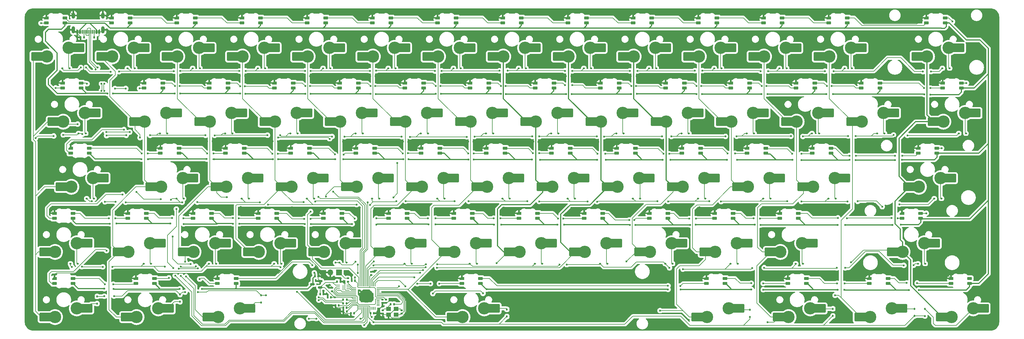
<source format=gbr>
%TF.GenerationSoftware,KiCad,Pcbnew,8.0.3*%
%TF.CreationDate,2024-11-03T20:57:15+08:00*%
%TF.ProjectId,PH60_Rev2,50483630-5f52-4657-9632-2e6b69636164,rev?*%
%TF.SameCoordinates,Original*%
%TF.FileFunction,Copper,L2,Bot*%
%TF.FilePolarity,Positive*%
%FSLAX46Y46*%
G04 Gerber Fmt 4.6, Leading zero omitted, Abs format (unit mm)*
G04 Created by KiCad (PCBNEW 8.0.3) date 2024-11-03 20:57:15*
%MOMM*%
%LPD*%
G01*
G04 APERTURE LIST*
G04 Aperture macros list*
%AMRoundRect*
0 Rectangle with rounded corners*
0 $1 Rounding radius*
0 $2 $3 $4 $5 $6 $7 $8 $9 X,Y pos of 4 corners*
0 Add a 4 corners polygon primitive as box body*
4,1,4,$2,$3,$4,$5,$6,$7,$8,$9,$2,$3,0*
0 Add four circle primitives for the rounded corners*
1,1,$1+$1,$2,$3*
1,1,$1+$1,$4,$5*
1,1,$1+$1,$6,$7*
1,1,$1+$1,$8,$9*
0 Add four rect primitives between the rounded corners*
20,1,$1+$1,$2,$3,$4,$5,0*
20,1,$1+$1,$4,$5,$6,$7,0*
20,1,$1+$1,$6,$7,$8,$9,0*
20,1,$1+$1,$8,$9,$2,$3,0*%
%AMFreePoly0*
4,1,18,-0.410000,0.593000,-0.403758,0.624380,-0.385983,0.650983,-0.359380,0.668758,-0.328000,0.675000,0.328000,0.675000,0.359380,0.668758,0.385983,0.650983,0.403758,0.624380,0.410000,0.593000,0.410000,-0.593000,0.403758,-0.624380,0.385983,-0.650983,0.359380,-0.668758,0.328000,-0.675000,0.000000,-0.675000,-0.410000,-0.265000,-0.410000,0.593000,-0.410000,0.593000,$1*%
G04 Aperture macros list end*
%TA.AperFunction,SMDPad,CuDef*%
%ADD10RoundRect,0.250000X1.525000X1.000000X-1.525000X1.000000X-1.525000X-1.000000X1.525000X-1.000000X0*%
%TD*%
%TA.AperFunction,ComponentPad*%
%ADD11C,3.600000*%
%TD*%
%TA.AperFunction,SMDPad,CuDef*%
%ADD12RoundRect,0.112500X-0.187500X-0.112500X0.187500X-0.112500X0.187500X0.112500X-0.187500X0.112500X0*%
%TD*%
%TA.AperFunction,SMDPad,CuDef*%
%ADD13RoundRect,0.082000X-0.593000X0.328000X-0.593000X-0.328000X0.593000X-0.328000X0.593000X0.328000X0*%
%TD*%
%TA.AperFunction,SMDPad,CuDef*%
%ADD14FreePoly0,270.000000*%
%TD*%
%TA.AperFunction,SMDPad,CuDef*%
%ADD15RoundRect,0.140000X0.140000X0.170000X-0.140000X0.170000X-0.140000X-0.170000X0.140000X-0.170000X0*%
%TD*%
%TA.AperFunction,SMDPad,CuDef*%
%ADD16RoundRect,0.140000X-0.170000X0.140000X-0.170000X-0.140000X0.170000X-0.140000X0.170000X0.140000X0*%
%TD*%
%TA.AperFunction,SMDPad,CuDef*%
%ADD17RoundRect,0.112500X-0.112500X0.187500X-0.112500X-0.187500X0.112500X-0.187500X0.112500X0.187500X0*%
%TD*%
%TA.AperFunction,SMDPad,CuDef*%
%ADD18RoundRect,0.140000X-0.140000X-0.170000X0.140000X-0.170000X0.140000X0.170000X-0.140000X0.170000X0*%
%TD*%
%TA.AperFunction,SMDPad,CuDef*%
%ADD19RoundRect,0.150000X0.512500X0.150000X-0.512500X0.150000X-0.512500X-0.150000X0.512500X-0.150000X0*%
%TD*%
%TA.AperFunction,SMDPad,CuDef*%
%ADD20RoundRect,0.050000X-0.050000X0.387500X-0.050000X-0.387500X0.050000X-0.387500X0.050000X0.387500X0*%
%TD*%
%TA.AperFunction,SMDPad,CuDef*%
%ADD21RoundRect,0.050000X-0.387500X0.050000X-0.387500X-0.050000X0.387500X-0.050000X0.387500X0.050000X0*%
%TD*%
%TA.AperFunction,HeatsinkPad*%
%ADD22C,0.500000*%
%TD*%
%TA.AperFunction,HeatsinkPad*%
%ADD23R,3.200000X3.200000*%
%TD*%
%TA.AperFunction,SMDPad,CuDef*%
%ADD24RoundRect,0.135000X-0.135000X-0.185000X0.135000X-0.185000X0.135000X0.185000X-0.135000X0.185000X0*%
%TD*%
%TA.AperFunction,SMDPad,CuDef*%
%ADD25RoundRect,0.112500X0.112500X-0.187500X0.112500X0.187500X-0.112500X0.187500X-0.112500X-0.187500X0*%
%TD*%
%TA.AperFunction,SMDPad,CuDef*%
%ADD26RoundRect,0.135000X0.135000X0.185000X-0.135000X0.185000X-0.135000X-0.185000X0.135000X-0.185000X0*%
%TD*%
%TA.AperFunction,ComponentPad*%
%ADD27R,1.700000X1.700000*%
%TD*%
%TA.AperFunction,ComponentPad*%
%ADD28O,1.700000X1.700000*%
%TD*%
%TA.AperFunction,SMDPad,CuDef*%
%ADD29RoundRect,0.140000X0.170000X-0.140000X0.170000X0.140000X-0.170000X0.140000X-0.170000X-0.140000X0*%
%TD*%
%TA.AperFunction,SMDPad,CuDef*%
%ADD30RoundRect,0.062500X0.387500X0.062500X-0.387500X0.062500X-0.387500X-0.062500X0.387500X-0.062500X0*%
%TD*%
%TA.AperFunction,HeatsinkPad*%
%ADD31R,0.200000X1.600000*%
%TD*%
%TA.AperFunction,SMDPad,CuDef*%
%ADD32RoundRect,0.135000X-0.185000X0.135000X-0.185000X-0.135000X0.185000X-0.135000X0.185000X0.135000X0*%
%TD*%
%TA.AperFunction,SMDPad,CuDef*%
%ADD33RoundRect,0.150000X-0.150000X-0.425000X0.150000X-0.425000X0.150000X0.425000X-0.150000X0.425000X0*%
%TD*%
%TA.AperFunction,SMDPad,CuDef*%
%ADD34RoundRect,0.075000X-0.075000X-0.500000X0.075000X-0.500000X0.075000X0.500000X-0.075000X0.500000X0*%
%TD*%
%TA.AperFunction,ComponentPad*%
%ADD35O,1.000000X1.800000*%
%TD*%
%TA.AperFunction,ComponentPad*%
%ADD36O,1.000000X2.100000*%
%TD*%
%TA.AperFunction,SMDPad,CuDef*%
%ADD37R,1.400000X1.200000*%
%TD*%
%TA.AperFunction,ViaPad*%
%ADD38C,0.600000*%
%TD*%
%TA.AperFunction,ViaPad*%
%ADD39C,0.500000*%
%TD*%
%TA.AperFunction,Conductor*%
%ADD40C,0.200000*%
%TD*%
%TA.AperFunction,Conductor*%
%ADD41C,0.300000*%
%TD*%
G04 APERTURE END LIST*
D10*
%TO.P,S30,1,1*%
%TO.N,Net-(D30-A)*%
X78022500Y-78740000D03*
D11*
X75247500Y-78740000D03*
%TO.P,S30,2,2*%
%TO.N,col_1*%
X68897500Y-81280000D03*
D10*
X66117500Y-81280000D03*
%TD*%
%TO.P,S27,1,1*%
%TO.N,Net-(D27-A)*%
X282810000Y-59690000D03*
D11*
X280035000Y-59690000D03*
%TO.P,S27,2,2*%
%TO.N,col_12*%
X273685000Y-62230000D03*
D10*
X270905000Y-62230000D03*
%TD*%
%TO.P,S42,1,1*%
%TO.N,Net-(D42-A)*%
X47066250Y-97790000D03*
D11*
X44291250Y-97790000D03*
%TO.P,S42,2,2*%
%TO.N,col_0*%
X37941250Y-100330000D03*
D10*
X35161250Y-100330000D03*
%TD*%
%TO.P,S32,1,1*%
%TO.N,Net-(D32-A)*%
X116122500Y-78740000D03*
D11*
X113347500Y-78740000D03*
%TO.P,S32,2,2*%
%TO.N,col_3*%
X106997500Y-81280000D03*
D10*
X104217500Y-81280000D03*
%TD*%
%TO.P,S38,1,1*%
%TO.N,Net-(D38-A)*%
X230422500Y-78740000D03*
D11*
X227647500Y-78740000D03*
%TO.P,S38,2,2*%
%TO.N,col_9*%
X221297500Y-81280000D03*
D10*
X218517500Y-81280000D03*
%TD*%
%TO.P,S35,1,1*%
%TO.N,Net-(D35-A)*%
X173272500Y-78740000D03*
D11*
X170497500Y-78740000D03*
%TO.P,S35,2,2*%
%TO.N,col_6*%
X164147500Y-81280000D03*
D10*
X161367500Y-81280000D03*
%TD*%
%TO.P,S4,1,1*%
%TO.N,Net-(D4-A)*%
X101835000Y-40640000D03*
D11*
X99060000Y-40640000D03*
%TO.P,S4,2,2*%
%TO.N,col_3*%
X92710000Y-43180000D03*
D10*
X89930000Y-43180000D03*
%TD*%
%TO.P,S2,1,1*%
%TO.N,Net-(D2-A)*%
X63735000Y-40640000D03*
D11*
X60960000Y-40640000D03*
%TO.P,S2,2,2*%
%TO.N,col_1*%
X54610000Y-43180000D03*
D10*
X51830000Y-43180000D03*
%TD*%
%TO.P,S22,1,1*%
%TO.N,Net-(D22-A)*%
X187560000Y-59690000D03*
D11*
X184785000Y-59690000D03*
%TO.P,S22,2,2*%
%TO.N,col_7*%
X178435000Y-62230000D03*
D10*
X175655000Y-62230000D03*
%TD*%
%TO.P,S28,1,1*%
%TO.N,Net-(D28-A)*%
X306622500Y-59690000D03*
D11*
X303847500Y-59690000D03*
%TO.P,S28,2,2*%
%TO.N,col_13*%
X297497500Y-62230000D03*
D10*
X294717500Y-62230000D03*
%TD*%
%TO.P,S46,1,1*%
%TO.N,Net-(D46-A)*%
X125647500Y-97790000D03*
D11*
X122872500Y-97790000D03*
%TO.P,S46,2,2*%
%TO.N,col_4*%
X116522500Y-100330000D03*
D10*
X113742500Y-100330000D03*
%TD*%
%TO.P,S1,1,1*%
%TO.N,Net-(D1-A)*%
X44685000Y-40640000D03*
D11*
X41910000Y-40640000D03*
%TO.P,S1,2,2*%
%TO.N,col_0*%
X35560000Y-43180000D03*
D10*
X32780000Y-43180000D03*
%TD*%
%TO.P,S54,1,1*%
%TO.N,Net-(D54-A)*%
X294716250Y-97790000D03*
D11*
X291941250Y-97790000D03*
%TO.P,S54,2,2*%
%TO.N,col_13*%
X285591250Y-100330000D03*
D10*
X282811250Y-100330000D03*
%TD*%
%TO.P,S10,1,1*%
%TO.N,Net-(D10-A)*%
X216135000Y-40640000D03*
D11*
X213360000Y-40640000D03*
%TO.P,S10,2,2*%
%TO.N,col_9*%
X207010000Y-43180000D03*
D10*
X204230000Y-43180000D03*
%TD*%
%TO.P,S34,1,1*%
%TO.N,Net-(D34-A)*%
X154222500Y-78740000D03*
D11*
X151447500Y-78740000D03*
%TO.P,S34,2,2*%
%TO.N,col_5*%
X145097500Y-81280000D03*
D10*
X142317500Y-81280000D03*
%TD*%
%TO.P,S15,1,1*%
%TO.N,Net-(D15-A)*%
X49447500Y-59690000D03*
D11*
X46672500Y-59690000D03*
%TO.P,S15,2,2*%
%TO.N,col_0*%
X40322500Y-62230000D03*
D10*
X37542500Y-62230000D03*
%TD*%
%TO.P,S56,1,1*%
%TO.N,Net-(D56-A)*%
X70878750Y-116840000D03*
D11*
X68103750Y-116840000D03*
%TO.P,S56,2,2*%
%TO.N,col_1*%
X61753750Y-119380000D03*
D10*
X58973750Y-119380000D03*
%TD*%
%TO.P,S20,1,1*%
%TO.N,Net-(D20-A)*%
X149460000Y-59690000D03*
D11*
X146685000Y-59690000D03*
%TO.P,S20,2,2*%
%TO.N,col_5*%
X140335000Y-62230000D03*
D10*
X137555000Y-62230000D03*
%TD*%
%TO.P,S17,1,1*%
%TO.N,Net-(D17-A)*%
X92310000Y-59690000D03*
D11*
X89535000Y-59690000D03*
%TO.P,S17,2,2*%
%TO.N,col_2*%
X83185000Y-62230000D03*
D10*
X80405000Y-62230000D03*
%TD*%
%TO.P,S31,1,1*%
%TO.N,Net-(D31-A)*%
X97072500Y-78740000D03*
D11*
X94297500Y-78740000D03*
%TO.P,S31,2,2*%
%TO.N,col_2*%
X87947500Y-81280000D03*
D10*
X85167500Y-81280000D03*
%TD*%
%TO.P,S48,1,1*%
%TO.N,Net-(D48-A)*%
X163747500Y-97790000D03*
D11*
X160972500Y-97790000D03*
%TO.P,S48,2,2*%
%TO.N,col_6*%
X154622500Y-100330000D03*
D10*
X151842500Y-100330000D03*
%TD*%
%TO.P,S51,1,1*%
%TO.N,Net-(D51-A)*%
X220897500Y-97790000D03*
D11*
X218122500Y-97790000D03*
%TO.P,S51,2,2*%
%TO.N,col_9*%
X211772500Y-100330000D03*
D10*
X208992500Y-100330000D03*
%TD*%
%TO.P,S23,1,1*%
%TO.N,Net-(D23-A)*%
X206610000Y-59690000D03*
D11*
X203835000Y-59690000D03*
%TO.P,S23,2,2*%
%TO.N,col_8*%
X197485000Y-62230000D03*
D10*
X194705000Y-62230000D03*
%TD*%
%TO.P,S50,1,1*%
%TO.N,Net-(D50-A)*%
X201847500Y-97790000D03*
D11*
X199072500Y-97790000D03*
%TO.P,S50,2,2*%
%TO.N,col_8*%
X192722500Y-100330000D03*
D10*
X189942500Y-100330000D03*
%TD*%
%TO.P,S18,1,1*%
%TO.N,Net-(D18-A)*%
X111360000Y-59690000D03*
D11*
X108585000Y-59690000D03*
%TO.P,S18,2,2*%
%TO.N,col_3*%
X102235000Y-62230000D03*
D10*
X99455000Y-62230000D03*
%TD*%
%TO.P,S33,1,1*%
%TO.N,Net-(D33-A)*%
X135172500Y-78740000D03*
D11*
X132397500Y-78740000D03*
%TO.P,S33,2,2*%
%TO.N,col_4*%
X126047500Y-81280000D03*
D10*
X123267500Y-81280000D03*
%TD*%
%TO.P,S61,1,1*%
%TO.N,Net-(D61-A)*%
X285191250Y-116840000D03*
D11*
X282416250Y-116840000D03*
%TO.P,S61,2,2*%
%TO.N,col_12*%
X276066250Y-119380000D03*
D10*
X273286250Y-119380000D03*
%TD*%
%TO.P,S16,1,1*%
%TO.N,Net-(D16-A)*%
X73260000Y-59690000D03*
D11*
X70485000Y-59690000D03*
%TO.P,S16,2,2*%
%TO.N,col_1*%
X64135000Y-62230000D03*
D10*
X61355000Y-62230000D03*
%TD*%
%TO.P,S60,1,1*%
%TO.N,Net-(D60-A)*%
X261378750Y-116840000D03*
D11*
X258603750Y-116840000D03*
%TO.P,S60,2,2*%
%TO.N,col_11*%
X252253750Y-119380000D03*
D10*
X249473750Y-119380000D03*
%TD*%
%TO.P,S58,1,1*%
%TO.N,Net-(D58-A)*%
X166128750Y-116840000D03*
D11*
X163353750Y-116840000D03*
%TO.P,S58,2,2*%
%TO.N,col_6*%
X157003750Y-119380000D03*
D10*
X154223750Y-119380000D03*
%TD*%
%TO.P,S24,1,1*%
%TO.N,Net-(D24-A)*%
X225660000Y-59690000D03*
D11*
X222885000Y-59690000D03*
%TO.P,S24,2,2*%
%TO.N,col_9*%
X216535000Y-62230000D03*
D10*
X213755000Y-62230000D03*
%TD*%
%TO.P,S29,1,1*%
%TO.N,Net-(D29-A)*%
X51828750Y-78740000D03*
D11*
X49053750Y-78740000D03*
%TO.P,S29,2,2*%
%TO.N,col_0*%
X42703750Y-81280000D03*
D10*
X39923750Y-81280000D03*
%TD*%
%TO.P,S37,1,1*%
%TO.N,Net-(D37-A)*%
X211372500Y-78740000D03*
D11*
X208597500Y-78740000D03*
%TO.P,S37,2,2*%
%TO.N,col_8*%
X202247500Y-81280000D03*
D10*
X199467500Y-81280000D03*
%TD*%
%TO.P,S43,1,1*%
%TO.N,Net-(D43-A)*%
X68497500Y-97790000D03*
D11*
X65722500Y-97790000D03*
%TO.P,S43,2,2*%
%TO.N,col_1*%
X59372500Y-100330000D03*
D10*
X56592500Y-100330000D03*
%TD*%
%TO.P,S3,1,1*%
%TO.N,Net-(D3-A)*%
X82785000Y-40640000D03*
D11*
X80010000Y-40640000D03*
%TO.P,S3,2,2*%
%TO.N,col_2*%
X73660000Y-43180000D03*
D10*
X70880000Y-43180000D03*
%TD*%
%TO.P,S36,1,1*%
%TO.N,Net-(D36-A)*%
X192322500Y-78740000D03*
D11*
X189547500Y-78740000D03*
%TO.P,S36,2,2*%
%TO.N,col_7*%
X183197500Y-81280000D03*
D10*
X180417500Y-81280000D03*
%TD*%
%TO.P,S6,1,1*%
%TO.N,Net-(D6-A)*%
X139935000Y-40640000D03*
D11*
X137160000Y-40640000D03*
%TO.P,S6,2,2*%
%TO.N,col_5*%
X130810000Y-43180000D03*
D10*
X128030000Y-43180000D03*
%TD*%
%TO.P,S55,1,1*%
%TO.N,Net-(D55-A)*%
X47066250Y-116840000D03*
D11*
X44291250Y-116840000D03*
%TO.P,S55,2,2*%
%TO.N,col_0*%
X37941250Y-119380000D03*
D10*
X35161250Y-119380000D03*
%TD*%
%TO.P,S25,1,1*%
%TO.N,Net-(D25-A)*%
X244710000Y-59690000D03*
D11*
X241935000Y-59690000D03*
%TO.P,S25,2,2*%
%TO.N,col_10*%
X235585000Y-62230000D03*
D10*
X232805000Y-62230000D03*
%TD*%
%TO.P,S9,1,1*%
%TO.N,Net-(D9-A)*%
X197085000Y-40640000D03*
D11*
X194310000Y-40640000D03*
%TO.P,S9,2,2*%
%TO.N,col_8*%
X187960000Y-43180000D03*
D10*
X185180000Y-43180000D03*
%TD*%
%TO.P,S26,1,1*%
%TO.N,Net-(D26-A)*%
X263760000Y-59690000D03*
D11*
X260985000Y-59690000D03*
%TO.P,S26,2,2*%
%TO.N,col_11*%
X254635000Y-62230000D03*
D10*
X251855000Y-62230000D03*
%TD*%
%TO.P,S11,1,1*%
%TO.N,Net-(D11-A)*%
X235185000Y-40640000D03*
D11*
X232410000Y-40640000D03*
%TO.P,S11,2,2*%
%TO.N,col_10*%
X226060000Y-43180000D03*
D10*
X223280000Y-43180000D03*
%TD*%
%TO.P,S59,1,1*%
%TO.N,Net-(D59-A)*%
X237566250Y-116840000D03*
D11*
X234791250Y-116840000D03*
%TO.P,S59,2,2*%
%TO.N,col_10*%
X228441250Y-119380000D03*
D10*
X225661250Y-119380000D03*
%TD*%
%TO.P,S53,1,1*%
%TO.N,Net-(D53-A)*%
X258997500Y-97790000D03*
D11*
X256222500Y-97790000D03*
%TO.P,S53,2,2*%
%TO.N,col_11*%
X249872500Y-100330000D03*
D10*
X247092500Y-100330000D03*
%TD*%
%TO.P,S12,1,1*%
%TO.N,Net-(D12-A)*%
X254235000Y-40640000D03*
D11*
X251460000Y-40640000D03*
%TO.P,S12,2,2*%
%TO.N,col_11*%
X245110000Y-43180000D03*
D10*
X242330000Y-43180000D03*
%TD*%
%TO.P,S57,1,1*%
%TO.N,Net-(D57-A)*%
X94691250Y-116840000D03*
D11*
X91916250Y-116840000D03*
%TO.P,S57,2,2*%
%TO.N,col_2*%
X85566250Y-119380000D03*
D10*
X82786250Y-119380000D03*
%TD*%
%TO.P,S8,1,1*%
%TO.N,Net-(D8-A)*%
X178035000Y-40640000D03*
D11*
X175260000Y-40640000D03*
%TO.P,S8,2,2*%
%TO.N,col_7*%
X168910000Y-43180000D03*
D10*
X166130000Y-43180000D03*
%TD*%
%TO.P,S13,1,1*%
%TO.N,Net-(D13-A)*%
X273285000Y-40640000D03*
D11*
X270510000Y-40640000D03*
%TO.P,S13,2,2*%
%TO.N,col_12*%
X264160000Y-43180000D03*
D10*
X261380000Y-43180000D03*
%TD*%
%TO.P,S14,1,1*%
%TO.N,Net-(D14-A)*%
X301860000Y-40640000D03*
D11*
X299085000Y-40640000D03*
%TO.P,S14,2,2*%
%TO.N,col_13*%
X292735000Y-43180000D03*
D10*
X289955000Y-43180000D03*
%TD*%
%TO.P,S21,1,1*%
%TO.N,Net-(D21-A)*%
X168510000Y-59690000D03*
D11*
X165735000Y-59690000D03*
%TO.P,S21,2,2*%
%TO.N,col_6*%
X159385000Y-62230000D03*
D10*
X156605000Y-62230000D03*
%TD*%
%TO.P,S19,1,1*%
%TO.N,Net-(D19-A)*%
X130410000Y-59690000D03*
D11*
X127635000Y-59690000D03*
%TO.P,S19,2,2*%
%TO.N,col_4*%
X121285000Y-62230000D03*
D10*
X118505000Y-62230000D03*
%TD*%
%TO.P,S5,1,1*%
%TO.N,Net-(D5-A)*%
X120885000Y-40640000D03*
D11*
X118110000Y-40640000D03*
%TO.P,S5,2,2*%
%TO.N,col_4*%
X111760000Y-43180000D03*
D10*
X108980000Y-43180000D03*
%TD*%
%TO.P,S45,1,1*%
%TO.N,Net-(D45-A)*%
X106597500Y-97790000D03*
D11*
X103822500Y-97790000D03*
%TO.P,S45,2,2*%
%TO.N,col_3*%
X97472500Y-100330000D03*
D10*
X94692500Y-100330000D03*
%TD*%
%TO.P,S62,1,1*%
%TO.N,Net-(D62-A)*%
X309003750Y-116840000D03*
D11*
X306228750Y-116840000D03*
%TO.P,S62,2,2*%
%TO.N,col_13*%
X299878750Y-119380000D03*
D10*
X297098750Y-119380000D03*
%TD*%
%TO.P,S52,1,1*%
%TO.N,Net-(D52-A)*%
X239947500Y-97790000D03*
D11*
X237172500Y-97790000D03*
%TO.P,S52,2,2*%
%TO.N,col_10*%
X230822500Y-100330000D03*
D10*
X228042500Y-100330000D03*
%TD*%
%TO.P,S7,1,1*%
%TO.N,Net-(D7-A)*%
X158985000Y-40640000D03*
D11*
X156210000Y-40640000D03*
%TO.P,S7,2,2*%
%TO.N,col_6*%
X149860000Y-43180000D03*
D10*
X147080000Y-43180000D03*
%TD*%
%TO.P,S41,1,1*%
%TO.N,Net-(D41-A)*%
X299478750Y-78740000D03*
D11*
X296703750Y-78740000D03*
%TO.P,S41,2,2*%
%TO.N,col_13*%
X290353750Y-81280000D03*
D10*
X287573750Y-81280000D03*
%TD*%
%TO.P,S49,1,1*%
%TO.N,Net-(D49-A)*%
X182797500Y-97790000D03*
D11*
X180022500Y-97790000D03*
%TO.P,S49,2,2*%
%TO.N,col_7*%
X173672500Y-100330000D03*
D10*
X170892500Y-100330000D03*
%TD*%
%TO.P,S44,1,1*%
%TO.N,Net-(D44-A)*%
X87547500Y-97790000D03*
D11*
X84772500Y-97790000D03*
%TO.P,S44,2,2*%
%TO.N,col_2*%
X78422500Y-100330000D03*
D10*
X75642500Y-100330000D03*
%TD*%
%TO.P,S39,1,1*%
%TO.N,Net-(D39-A)*%
X249472500Y-78740000D03*
D11*
X246697500Y-78740000D03*
%TO.P,S39,2,2*%
%TO.N,col_10*%
X240347500Y-81280000D03*
D10*
X237567500Y-81280000D03*
%TD*%
%TO.P,S40,1,1*%
%TO.N,Net-(D40-A)*%
X268522500Y-78740000D03*
D11*
X265747500Y-78740000D03*
%TO.P,S40,2,2*%
%TO.N,col_11*%
X259397500Y-81280000D03*
D10*
X256617500Y-81280000D03*
%TD*%
%TO.P,S47,1,1*%
%TO.N,Net-(D47-A)*%
X144697500Y-97790000D03*
D11*
X141922500Y-97790000D03*
%TO.P,S47,2,2*%
%TO.N,col_5*%
X135572500Y-100330000D03*
D10*
X132792500Y-100330000D03*
%TD*%
D12*
%TO.P,D21,1,K*%
%TO.N,row_1*%
X163874999Y-65650000D03*
%TO.P,D21,2,A*%
%TO.N,Net-(D21-A)*%
X165974999Y-65650000D03*
%TD*%
D13*
%TO.P,RGB20,1,VDD*%
%TO.N,VBUS*%
X145600000Y-52400000D03*
%TO.P,RGB20,2,DOUT*%
%TO.N,Net-(RGB20-DOUT)*%
X145600000Y-50900000D03*
D14*
%TO.P,RGB20,3,VSS*%
%TO.N,GND*%
X140150000Y-50900000D03*
D13*
%TO.P,RGB20,4,DIN*%
%TO.N,Net-(RGB19-DOUT)*%
X140150000Y-52400000D03*
%TD*%
D15*
%TO.P,C13,1*%
%TO.N,+3V3*%
X125305000Y-118275000D03*
%TO.P,C13,2*%
%TO.N,GND*%
X124345000Y-118275000D03*
%TD*%
D16*
%TO.P,C3,1*%
%TO.N,Net-(C3-Pad1)*%
X133737500Y-117370000D03*
%TO.P,C3,2*%
%TO.N,GND*%
X133737500Y-118330000D03*
%TD*%
D12*
%TO.P,D46,1,K*%
%TO.N,row_3*%
X121035000Y-103435000D03*
%TO.P,D46,2,A*%
%TO.N,Net-(D46-A)*%
X123135000Y-103435000D03*
%TD*%
D17*
%TO.P,D55,1,K*%
%TO.N,row_4*%
X50225000Y-113335000D03*
%TO.P,D55,2,A*%
%TO.N,Net-(D55-A)*%
X50225000Y-115435000D03*
%TD*%
D13*
%TO.P,RGB58,1,VDD*%
%TO.N,VBUS*%
X162268750Y-109550000D03*
%TO.P,RGB58,2,DOUT*%
%TO.N,Net-(RGB58-DOUT)*%
X162268750Y-108050000D03*
D14*
%TO.P,RGB58,3,VSS*%
%TO.N,GND*%
X156818750Y-108050000D03*
D13*
%TO.P,RGB58,4,DIN*%
%TO.N,Net-(RGB57-DOUT)*%
X156818750Y-109550000D03*
%TD*%
%TO.P,RGB14,1,VDD*%
%TO.N,VBUS*%
X298000000Y-33350000D03*
%TO.P,RGB14,2,DOUT*%
%TO.N,Net-(RGB14-DOUT)*%
X298000000Y-31850000D03*
D14*
%TO.P,RGB14,3,VSS*%
%TO.N,GND*%
X292550000Y-31850000D03*
D13*
%TO.P,RGB14,4,DIN*%
%TO.N,Net-(RGB13-DOUT)*%
X292550000Y-33350000D03*
%TD*%
D15*
%TO.P,C8,1*%
%TO.N,+1V1*%
X120855000Y-116000000D03*
%TO.P,C8,2*%
%TO.N,GND*%
X119895000Y-116000000D03*
%TD*%
D18*
%TO.P,C18,1*%
%TO.N,+3V3*%
X115370000Y-112625000D03*
%TO.P,C18,2*%
%TO.N,GND*%
X116330000Y-112625000D03*
%TD*%
D19*
%TO.P,U1,1,GND*%
%TO.N,GND*%
X115425000Y-108825000D03*
%TO.P,U1,2,VO*%
%TO.N,+3V3*%
X115425000Y-110725000D03*
%TO.P,U1,3,VI*%
%TO.N,VBUS*%
X113150000Y-109775000D03*
%TD*%
D13*
%TO.P,RGB55,1,VDD*%
%TO.N,VBUS*%
X43206250Y-109550000D03*
%TO.P,RGB55,2,DOUT*%
%TO.N,Net-(RGB55-DOUT)*%
X43206250Y-108050000D03*
D14*
%TO.P,RGB55,3,VSS*%
%TO.N,GND*%
X37756250Y-108050000D03*
D13*
%TO.P,RGB55,4,DIN*%
%TO.N,Net-(RGB54-DOUT)*%
X37756250Y-109550000D03*
%TD*%
D12*
%TO.P,D7,1,K*%
%TO.N,row_0*%
X154349999Y-46600000D03*
%TO.P,D7,2,A*%
%TO.N,Net-(D7-A)*%
X156449999Y-46600000D03*
%TD*%
D20*
%TO.P,U3,1,IOVDD*%
%TO.N,+3V3*%
X126300000Y-109962500D03*
%TO.P,U3,2,GPIO0*%
%TO.N,col_4*%
X126700000Y-109962500D03*
%TO.P,U3,3,GPIO1*%
%TO.N,col_3*%
X127100000Y-109962500D03*
%TO.P,U3,4,GPIO2*%
%TO.N,col_2*%
X127500000Y-109962500D03*
%TO.P,U3,5,GPIO3*%
%TO.N,col_1*%
X127900000Y-109962500D03*
%TO.P,U3,6,GPIO4*%
%TO.N,col_0*%
X128300000Y-109962500D03*
%TO.P,U3,7,GPIO5*%
%TO.N,col_5*%
X128700000Y-109962500D03*
%TO.P,U3,8,GPIO6*%
%TO.N,col_9*%
X129100000Y-109962500D03*
%TO.P,U3,9,GPIO7*%
%TO.N,col_8*%
X129500000Y-109962500D03*
%TO.P,U3,10,IOVDD*%
%TO.N,+3V3*%
X129900000Y-109962500D03*
%TO.P,U3,11,GPIO8*%
%TO.N,col_7*%
X130300000Y-109962500D03*
%TO.P,U3,12,GPIO9*%
%TO.N,col_13*%
X130700000Y-109962500D03*
%TO.P,U3,13,GPIO10*%
%TO.N,col_12*%
X131100000Y-109962500D03*
%TO.P,U3,14,GPIO11*%
%TO.N,col_11*%
X131500000Y-109962500D03*
D21*
%TO.P,U3,15,GPIO12*%
%TO.N,col_10*%
X132337500Y-110800000D03*
%TO.P,U3,16,GPIO13*%
%TO.N,col_6*%
X132337500Y-111200000D03*
%TO.P,U3,17,GPIO14*%
%TO.N,unconnected-(U3-GPIO14-Pad17)*%
X132337500Y-111600000D03*
%TO.P,U3,18,GPIO15*%
%TO.N,unconnected-(U3-GPIO15-Pad18)*%
X132337500Y-112000000D03*
%TO.P,U3,19,TESTEN*%
%TO.N,GND*%
X132337500Y-112400000D03*
%TO.P,U3,20,XIN*%
%TO.N,/XIN*%
X132337500Y-112800000D03*
%TO.P,U3,21,XOUT*%
%TO.N,/XOUT*%
X132337500Y-113200000D03*
%TO.P,U3,22,IOVDD*%
%TO.N,+3V3*%
X132337500Y-113600000D03*
%TO.P,U3,23,DVDD*%
%TO.N,+1V1*%
X132337500Y-114000000D03*
%TO.P,U3,24,SWCLK*%
%TO.N,/SWCLK*%
X132337500Y-114400000D03*
%TO.P,U3,25,SWD*%
%TO.N,/SWD*%
X132337500Y-114800000D03*
%TO.P,U3,26,RUN*%
%TO.N,unconnected-(U3-RUN-Pad26)*%
X132337500Y-115200000D03*
%TO.P,U3,27,GPIO16*%
%TO.N,unconnected-(U3-GPIO16-Pad27)*%
X132337500Y-115600000D03*
%TO.P,U3,28,GPIO17*%
%TO.N,unconnected-(U3-GPIO17-Pad28)*%
X132337500Y-116000000D03*
D20*
%TO.P,U3,29,GPIO18*%
%TO.N,unconnected-(U3-GPIO18-Pad29)*%
X131500000Y-116837500D03*
%TO.P,U3,30,GPIO19*%
%TO.N,unconnected-(U3-GPIO19-Pad30)*%
X131100000Y-116837500D03*
%TO.P,U3,31,GPIO20*%
%TO.N,unconnected-(U3-GPIO20-Pad31)*%
X130700000Y-116837500D03*
%TO.P,U3,32,GPIO21*%
%TO.N,unconnected-(U3-GPIO21-Pad32)*%
X130300000Y-116837500D03*
%TO.P,U3,33,IOVDD*%
%TO.N,+3V3*%
X129900000Y-116837500D03*
%TO.P,U3,34,GPIO22*%
%TO.N,row_4*%
X129500000Y-116837500D03*
%TO.P,U3,35,GPIO23*%
%TO.N,DIN*%
X129100000Y-116837500D03*
%TO.P,U3,36,GPIO24*%
%TO.N,row_3*%
X128700000Y-116837500D03*
%TO.P,U3,37,GPIO25*%
%TO.N,row_2*%
X128300000Y-116837500D03*
%TO.P,U3,38,GPIO26_ADC0*%
%TO.N,row_1*%
X127900000Y-116837500D03*
%TO.P,U3,39,GPIO27_ADC1*%
%TO.N,row_0*%
X127500000Y-116837500D03*
%TO.P,U3,40,GPIO28_ADC2*%
%TO.N,unconnected-(U3-GPIO28_ADC2-Pad40)*%
X127100000Y-116837500D03*
%TO.P,U3,41,GPIO29_ADC3*%
%TO.N,unconnected-(U3-GPIO29_ADC3-Pad41)*%
X126700000Y-116837500D03*
%TO.P,U3,42,IOVDD*%
%TO.N,+3V3*%
X126300000Y-116837500D03*
D21*
%TO.P,U3,43,ADC_AVDD*%
X125462500Y-116000000D03*
%TO.P,U3,44,VREG_IN*%
X125462500Y-115600000D03*
%TO.P,U3,45,VREG_VOUT*%
%TO.N,+1V1*%
X125462500Y-115200000D03*
%TO.P,U3,46,USB_DM*%
%TO.N,Net-(U3-USB_DM)*%
X125462500Y-114800000D03*
%TO.P,U3,47,USB_DP*%
%TO.N,Net-(U3-USB_DP)*%
X125462500Y-114400000D03*
%TO.P,U3,48,USB_VDD*%
%TO.N,+3V3*%
X125462500Y-114000000D03*
%TO.P,U3,49,IOVDD*%
X125462500Y-113600000D03*
%TO.P,U3,50,DVDD*%
%TO.N,+1V1*%
X125462500Y-113200000D03*
%TO.P,U3,51,QSPI_SD3*%
%TO.N,/QSPI_SD3*%
X125462500Y-112800000D03*
%TO.P,U3,52,QSPI_SCLK*%
%TO.N,/QSPI_SCLK*%
X125462500Y-112400000D03*
%TO.P,U3,53,QSPI_SD0*%
%TO.N,/QSPI_SD0*%
X125462500Y-112000000D03*
%TO.P,U3,54,QSPI_SD2*%
%TO.N,/QSPI_SD2*%
X125462500Y-111600000D03*
%TO.P,U3,55,QSPI_SD1*%
%TO.N,/QSPI_SD1*%
X125462500Y-111200000D03*
%TO.P,U3,56,QSPI_SS*%
%TO.N,/QSPI_SS*%
X125462500Y-110800000D03*
D22*
%TO.P,U3,57,GND*%
%TO.N,GND*%
X130250000Y-112050000D03*
X127550000Y-112050000D03*
D23*
X128900000Y-113400000D03*
D22*
X130250000Y-114750000D03*
X127550000Y-114750000D03*
%TD*%
D12*
%TO.P,D15,1,K*%
%TO.N,row_1*%
X44812499Y-65650000D03*
%TO.P,D15,2,A*%
%TO.N,Net-(D15-A)*%
X46912499Y-65650000D03*
%TD*%
D13*
%TO.P,RGB57,1,VDD*%
%TO.N,VBUS*%
X90831250Y-109550000D03*
%TO.P,RGB57,2,DOUT*%
%TO.N,Net-(RGB57-DOUT)*%
X90831250Y-108050000D03*
D14*
%TO.P,RGB57,3,VSS*%
%TO.N,GND*%
X85381250Y-108050000D03*
D13*
%TO.P,RGB57,4,DIN*%
%TO.N,Net-(RGB56-DOUT)*%
X85381250Y-109550000D03*
%TD*%
%TO.P,RGB38,1,VDD*%
%TO.N,VBUS*%
X226562500Y-71450000D03*
%TO.P,RGB38,2,DOUT*%
%TO.N,Net-(RGB38-DOUT)*%
X226562500Y-69950000D03*
D14*
%TO.P,RGB38,3,VSS*%
%TO.N,GND*%
X221112500Y-69950000D03*
D13*
%TO.P,RGB38,4,DIN*%
%TO.N,Net-(RGB37-DOUT)*%
X221112500Y-71450000D03*
%TD*%
%TO.P,RGB37,1,VDD*%
%TO.N,VBUS*%
X207512500Y-71450000D03*
%TO.P,RGB37,2,DOUT*%
%TO.N,Net-(RGB37-DOUT)*%
X207512500Y-69950000D03*
D14*
%TO.P,RGB37,3,VSS*%
%TO.N,GND*%
X202062500Y-69950000D03*
D13*
%TO.P,RGB37,4,DIN*%
%TO.N,Net-(RGB36-DOUT)*%
X202062500Y-71450000D03*
%TD*%
D12*
%TO.P,D43,1,K*%
%TO.N,row_3*%
X63862499Y-103750000D03*
%TO.P,D43,2,A*%
%TO.N,Net-(D43-A)*%
X65962499Y-103750000D03*
%TD*%
%TO.P,D22,1,K*%
%TO.N,row_1*%
X182924999Y-65650000D03*
%TO.P,D22,2,A*%
%TO.N,Net-(D22-A)*%
X185024999Y-65650000D03*
%TD*%
%TO.P,D44,1,K*%
%TO.N,row_3*%
X82912499Y-103750000D03*
%TO.P,D44,2,A*%
%TO.N,Net-(D44-A)*%
X85012499Y-103750000D03*
%TD*%
D24*
%TO.P,R5,1*%
%TO.N,Net-(C3-Pad1)*%
X135977500Y-115600000D03*
%TO.P,R5,2*%
%TO.N,/XOUT*%
X136997500Y-115600000D03*
%TD*%
D13*
%TO.P,RGB52,1,VDD*%
%TO.N,VBUS*%
X236087500Y-90500000D03*
%TO.P,RGB52,2,DOUT*%
%TO.N,Net-(RGB52-DOUT)*%
X236087500Y-89000000D03*
D14*
%TO.P,RGB52,3,VSS*%
%TO.N,GND*%
X230637500Y-89000000D03*
D13*
%TO.P,RGB52,4,DIN*%
%TO.N,Net-(RGB51-DOUT)*%
X230637500Y-90500000D03*
%TD*%
D24*
%TO.P,R7,1*%
%TO.N,Net-(J1-CC2)*%
X49375000Y-37575000D03*
%TO.P,R7,2*%
%TO.N,GND*%
X50395000Y-37575000D03*
%TD*%
D25*
%TO.P,D58,1,K*%
%TO.N,row_4*%
X169975000Y-119215000D03*
%TO.P,D58,2,A*%
%TO.N,Net-(D58-A)*%
X169975000Y-117115000D03*
%TD*%
D12*
%TO.P,D20,1,K*%
%TO.N,row_1*%
X144824999Y-65650000D03*
%TO.P,D20,2,A*%
%TO.N,Net-(D20-A)*%
X146924999Y-65650000D03*
%TD*%
D13*
%TO.P,RGB3,1,VDD*%
%TO.N,VBUS*%
X78925000Y-33350000D03*
%TO.P,RGB3,2,DOUT*%
%TO.N,Net-(RGB3-DOUT)*%
X78925000Y-31850000D03*
D14*
%TO.P,RGB3,3,VSS*%
%TO.N,GND*%
X73475000Y-31850000D03*
D13*
%TO.P,RGB3,4,DIN*%
%TO.N,Net-(RGB2-DOUT)*%
X73475000Y-33350000D03*
%TD*%
%TO.P,RGB60,1,VDD*%
%TO.N,VBUS*%
X257518750Y-109550000D03*
%TO.P,RGB60,2,DOUT*%
%TO.N,Net-(RGB60-DOUT)*%
X257518750Y-108050000D03*
D14*
%TO.P,RGB60,3,VSS*%
%TO.N,GND*%
X252068750Y-108050000D03*
D13*
%TO.P,RGB60,4,DIN*%
%TO.N,Net-(RGB59-DOUT)*%
X252068750Y-109550000D03*
%TD*%
%TO.P,RGB5,1,VDD*%
%TO.N,VBUS*%
X117025000Y-33350000D03*
%TO.P,RGB5,2,DOUT*%
%TO.N,Net-(RGB5-DOUT)*%
X117025000Y-31850000D03*
D14*
%TO.P,RGB5,3,VSS*%
%TO.N,GND*%
X111575000Y-31850000D03*
D13*
%TO.P,RGB5,4,DIN*%
%TO.N,Net-(RGB4-DOUT)*%
X111575000Y-33350000D03*
%TD*%
%TO.P,RGB16,1,VDD*%
%TO.N,VBUS*%
X69400000Y-52400000D03*
%TO.P,RGB16,2,DOUT*%
%TO.N,Net-(RGB16-DOUT)*%
X69400000Y-50900000D03*
D14*
%TO.P,RGB16,3,VSS*%
%TO.N,GND*%
X63950000Y-50900000D03*
D13*
%TO.P,RGB16,4,DIN*%
%TO.N,Net-(RGB15-DOUT)*%
X63950000Y-52400000D03*
%TD*%
D12*
%TO.P,D19,1,K*%
%TO.N,row_1*%
X125774999Y-65650000D03*
%TO.P,D19,2,A*%
%TO.N,Net-(D19-A)*%
X127874999Y-65650000D03*
%TD*%
D15*
%TO.P,C16,1*%
%TO.N,+3V3*%
X118567500Y-113600000D03*
%TO.P,C16,2*%
%TO.N,GND*%
X117607500Y-113600000D03*
%TD*%
D12*
%TO.P,D4,1,K*%
%TO.N,row_0*%
X97199999Y-46600000D03*
%TO.P,D4,2,A*%
%TO.N,Net-(D4-A)*%
X99299999Y-46600000D03*
%TD*%
%TO.P,D13,1,K*%
%TO.N,row_0*%
X268649999Y-46600000D03*
%TO.P,D13,2,A*%
%TO.N,Net-(D13-A)*%
X270749999Y-46600000D03*
%TD*%
%TO.P,D29,1,K*%
%TO.N,row_2*%
X47193749Y-84700000D03*
%TO.P,D29,2,A*%
%TO.N,Net-(D29-A)*%
X49293749Y-84700000D03*
%TD*%
D13*
%TO.P,RGB24,1,VDD*%
%TO.N,VBUS*%
X221800000Y-52400000D03*
%TO.P,RGB24,2,DOUT*%
%TO.N,Net-(RGB24-DOUT)*%
X221800000Y-50900000D03*
D14*
%TO.P,RGB24,3,VSS*%
%TO.N,GND*%
X216350000Y-50900000D03*
D13*
%TO.P,RGB24,4,DIN*%
%TO.N,Net-(RGB23-DOUT)*%
X216350000Y-52400000D03*
%TD*%
D12*
%TO.P,D11,1,K*%
%TO.N,row_0*%
X230549999Y-46600000D03*
%TO.P,D11,2,A*%
%TO.N,Net-(D11-A)*%
X232649999Y-46600000D03*
%TD*%
D18*
%TO.P,C5,1*%
%TO.N,+3V3*%
X120357500Y-109000000D03*
%TO.P,C5,2*%
%TO.N,GND*%
X121317500Y-109000000D03*
%TD*%
D13*
%TO.P,RGB18,1,VDD*%
%TO.N,VBUS*%
X107500000Y-52400000D03*
%TO.P,RGB18,2,DOUT*%
%TO.N,Net-(RGB18-DOUT)*%
X107500000Y-50900000D03*
D14*
%TO.P,RGB18,3,VSS*%
%TO.N,GND*%
X102050000Y-50900000D03*
D13*
%TO.P,RGB18,4,DIN*%
%TO.N,Net-(RGB17-DOUT)*%
X102050000Y-52400000D03*
%TD*%
%TO.P,RGB27,1,VDD*%
%TO.N,VBUS*%
X278950000Y-52400000D03*
%TO.P,RGB27,2,DOUT*%
%TO.N,Net-(RGB27-DOUT)*%
X278950000Y-50900000D03*
D14*
%TO.P,RGB27,3,VSS*%
%TO.N,GND*%
X273500000Y-50900000D03*
D13*
%TO.P,RGB27,4,DIN*%
%TO.N,Net-(RGB26-DOUT)*%
X273500000Y-52400000D03*
%TD*%
%TO.P,RGB34,1,VDD*%
%TO.N,VBUS*%
X150362500Y-71450000D03*
%TO.P,RGB34,2,DOUT*%
%TO.N,Net-(RGB34-DOUT)*%
X150362500Y-69950000D03*
D14*
%TO.P,RGB34,3,VSS*%
%TO.N,GND*%
X144912500Y-69950000D03*
D13*
%TO.P,RGB34,4,DIN*%
%TO.N,Net-(RGB33-DOUT)*%
X144912500Y-71450000D03*
%TD*%
%TO.P,RGB47,1,VDD*%
%TO.N,VBUS*%
X140837500Y-90500000D03*
%TO.P,RGB47,2,DOUT*%
%TO.N,Net-(RGB47-DOUT)*%
X140837500Y-89000000D03*
D14*
%TO.P,RGB47,3,VSS*%
%TO.N,GND*%
X135387500Y-89000000D03*
D13*
%TO.P,RGB47,4,DIN*%
%TO.N,Net-(RGB46-DOUT)*%
X135387500Y-90500000D03*
%TD*%
D18*
%TO.P,C9,1*%
%TO.N,+3V3*%
X130107500Y-118250000D03*
%TO.P,C9,2*%
%TO.N,GND*%
X131067500Y-118250000D03*
%TD*%
D12*
%TO.P,D2,1,K*%
%TO.N,row_0*%
X59099999Y-46600000D03*
%TO.P,D2,2,A*%
%TO.N,Net-(D2-A)*%
X61199999Y-46600000D03*
%TD*%
D13*
%TO.P,RGB29,1,VDD*%
%TO.N,VBUS*%
X47968750Y-71450000D03*
%TO.P,RGB29,2,DOUT*%
%TO.N,Net-(RGB29-DOUT)*%
X47968750Y-69950000D03*
D14*
%TO.P,RGB29,3,VSS*%
%TO.N,GND*%
X42518750Y-69950000D03*
D13*
%TO.P,RGB29,4,DIN*%
%TO.N,Net-(RGB28-DOUT)*%
X42518750Y-71450000D03*
%TD*%
%TO.P,RGB7,1,VDD*%
%TO.N,VBUS*%
X155125000Y-33350000D03*
%TO.P,RGB7,2,DOUT*%
%TO.N,Net-(RGB7-DOUT)*%
X155125000Y-31850000D03*
D14*
%TO.P,RGB7,3,VSS*%
%TO.N,GND*%
X149675000Y-31850000D03*
D13*
%TO.P,RGB7,4,DIN*%
%TO.N,Net-(RGB6-DOUT)*%
X149675000Y-33350000D03*
%TD*%
D12*
%TO.P,D34,1,K*%
%TO.N,row_2*%
X149587499Y-84700000D03*
%TO.P,D34,2,A*%
%TO.N,Net-(D34-A)*%
X151687499Y-84700000D03*
%TD*%
D13*
%TO.P,RGB48,1,VDD*%
%TO.N,VBUS*%
X159887500Y-90500000D03*
%TO.P,RGB48,2,DOUT*%
%TO.N,Net-(RGB48-DOUT)*%
X159887500Y-89000000D03*
D14*
%TO.P,RGB48,3,VSS*%
%TO.N,GND*%
X154437500Y-89000000D03*
D13*
%TO.P,RGB48,4,DIN*%
%TO.N,Net-(RGB47-DOUT)*%
X154437500Y-90500000D03*
%TD*%
D12*
%TO.P,D27,1,K*%
%TO.N,row_1*%
X278174999Y-65650000D03*
%TO.P,D27,2,A*%
%TO.N,Net-(D27-A)*%
X280274999Y-65650000D03*
%TD*%
D13*
%TO.P,RGB4,1,VDD*%
%TO.N,VBUS*%
X97975000Y-33350000D03*
%TO.P,RGB4,2,DOUT*%
%TO.N,Net-(RGB4-DOUT)*%
X97975000Y-31850000D03*
D14*
%TO.P,RGB4,3,VSS*%
%TO.N,GND*%
X92525000Y-31850000D03*
D13*
%TO.P,RGB4,4,DIN*%
%TO.N,Net-(RGB3-DOUT)*%
X92525000Y-33350000D03*
%TD*%
%TO.P,RGB17,1,VDD*%
%TO.N,VBUS*%
X88450000Y-52400000D03*
%TO.P,RGB17,2,DOUT*%
%TO.N,Net-(RGB17-DOUT)*%
X88450000Y-50900000D03*
D14*
%TO.P,RGB17,3,VSS*%
%TO.N,GND*%
X83000000Y-50900000D03*
D13*
%TO.P,RGB17,4,DIN*%
%TO.N,Net-(RGB16-DOUT)*%
X83000000Y-52400000D03*
%TD*%
%TO.P,RGB9,1,VDD*%
%TO.N,VBUS*%
X193225000Y-33350000D03*
%TO.P,RGB9,2,DOUT*%
%TO.N,Net-(RGB10-DIN)*%
X193225000Y-31850000D03*
D14*
%TO.P,RGB9,3,VSS*%
%TO.N,GND*%
X187775000Y-31850000D03*
D13*
%TO.P,RGB9,4,DIN*%
%TO.N,Net-(RGB8-DOUT)*%
X187775000Y-33350000D03*
%TD*%
%TO.P,RGB59,1,VDD*%
%TO.N,VBUS*%
X233706250Y-109550000D03*
%TO.P,RGB59,2,DOUT*%
%TO.N,Net-(RGB59-DOUT)*%
X233706250Y-108050000D03*
D14*
%TO.P,RGB59,3,VSS*%
%TO.N,GND*%
X228256250Y-108050000D03*
D13*
%TO.P,RGB59,4,DIN*%
%TO.N,Net-(RGB58-DOUT)*%
X228256250Y-109550000D03*
%TD*%
D24*
%TO.P,R3,1*%
%TO.N,/USB_D+*%
X122135000Y-114285000D03*
%TO.P,R3,2*%
%TO.N,Net-(U3-USB_DP)*%
X123155000Y-114285000D03*
%TD*%
D12*
%TO.P,D18,1,K*%
%TO.N,row_1*%
X106724999Y-65650000D03*
%TO.P,D18,2,A*%
%TO.N,Net-(D18-A)*%
X108824999Y-65650000D03*
%TD*%
%TO.P,D30,1,K*%
%TO.N,row_2*%
X73387499Y-84700000D03*
%TO.P,D30,2,A*%
%TO.N,Net-(D30-A)*%
X75487499Y-84700000D03*
%TD*%
D17*
%TO.P,D57,1,K*%
%TO.N,row_4*%
X98165000Y-112987500D03*
%TO.P,D57,2,A*%
%TO.N,Net-(D57-A)*%
X98165000Y-115087500D03*
%TD*%
D12*
%TO.P,D45,1,K*%
%TO.N,row_3*%
X101962499Y-103750000D03*
%TO.P,D45,2,A*%
%TO.N,Net-(D45-A)*%
X104062499Y-103750000D03*
%TD*%
D13*
%TO.P,RGB35,1,VDD*%
%TO.N,VBUS*%
X169412500Y-71450000D03*
%TO.P,RGB35,2,DOUT*%
%TO.N,Net-(RGB35-DOUT)*%
X169412500Y-69950000D03*
D14*
%TO.P,RGB35,3,VSS*%
%TO.N,GND*%
X163962500Y-69950000D03*
D13*
%TO.P,RGB35,4,DIN*%
%TO.N,Net-(RGB34-DOUT)*%
X163962500Y-71450000D03*
%TD*%
D15*
%TO.P,C14,1*%
%TO.N,+3V3*%
X125567500Y-108750000D03*
%TO.P,C14,2*%
%TO.N,GND*%
X124607500Y-108750000D03*
%TD*%
%TO.P,C10,1*%
%TO.N,+3V3*%
X123130000Y-116675000D03*
%TO.P,C10,2*%
%TO.N,GND*%
X122170000Y-116675000D03*
%TD*%
D12*
%TO.P,D31,1,K*%
%TO.N,row_2*%
X92437499Y-84700000D03*
%TO.P,D31,2,A*%
%TO.N,Net-(D31-A)*%
X94537499Y-84700000D03*
%TD*%
D25*
%TO.P,D61,1,K*%
%TO.N,row_4*%
X289055000Y-119042500D03*
%TO.P,D61,2,A*%
%TO.N,Net-(D61-A)*%
X289055000Y-116942500D03*
%TD*%
D26*
%TO.P,R6,1*%
%TO.N,Net-(J1-CC1)*%
X46375000Y-37575000D03*
%TO.P,R6,2*%
%TO.N,GND*%
X45355000Y-37575000D03*
%TD*%
D12*
%TO.P,D16,1,K*%
%TO.N,row_1*%
X68624999Y-65650000D03*
%TO.P,D16,2,A*%
%TO.N,Net-(D16-A)*%
X70724999Y-65650000D03*
%TD*%
D13*
%TO.P,RGB46,1,VDD*%
%TO.N,VBUS*%
X121787500Y-90500000D03*
%TO.P,RGB46,2,DOUT*%
%TO.N,Net-(RGB46-DOUT)*%
X121787500Y-89000000D03*
D14*
%TO.P,RGB46,3,VSS*%
%TO.N,GND*%
X116337500Y-89000000D03*
D13*
%TO.P,RGB46,4,DIN*%
%TO.N,Net-(RGB45-DOUT)*%
X116337500Y-90500000D03*
%TD*%
D12*
%TO.P,D6,1,K*%
%TO.N,row_0*%
X135299999Y-46600000D03*
%TO.P,D6,2,A*%
%TO.N,Net-(D6-A)*%
X137399999Y-46600000D03*
%TD*%
%TO.P,D48,1,K*%
%TO.N,row_3*%
X159112499Y-103750000D03*
%TO.P,D48,2,A*%
%TO.N,Net-(D48-A)*%
X161212499Y-103750000D03*
%TD*%
D13*
%TO.P,RGB44,1,VDD*%
%TO.N,VBUS*%
X83687500Y-90500000D03*
%TO.P,RGB44,2,DOUT*%
%TO.N,Net-(RGB44-DOUT)*%
X83687500Y-89000000D03*
D14*
%TO.P,RGB44,3,VSS*%
%TO.N,GND*%
X78237500Y-89000000D03*
D13*
%TO.P,RGB44,4,DIN*%
%TO.N,Net-(RGB43-DOUT)*%
X78237500Y-90500000D03*
%TD*%
%TO.P,RGB23,1,VDD*%
%TO.N,VBUS*%
X202750000Y-52400000D03*
%TO.P,RGB23,2,DOUT*%
%TO.N,Net-(RGB23-DOUT)*%
X202750000Y-50900000D03*
D14*
%TO.P,RGB23,3,VSS*%
%TO.N,GND*%
X197300000Y-50900000D03*
D13*
%TO.P,RGB23,4,DIN*%
%TO.N,Net-(RGB22-DOUT)*%
X197300000Y-52400000D03*
%TD*%
%TO.P,RGB50,1,VDD*%
%TO.N,VBUS*%
X197987500Y-90500000D03*
%TO.P,RGB50,2,DOUT*%
%TO.N,Net-(RGB50-DOUT)*%
X197987500Y-89000000D03*
D14*
%TO.P,RGB50,3,VSS*%
%TO.N,GND*%
X192537500Y-89000000D03*
D13*
%TO.P,RGB50,4,DIN*%
%TO.N,Net-(RGB49-DOUT)*%
X192537500Y-90500000D03*
%TD*%
%TO.P,RGB33,1,VDD*%
%TO.N,VBUS*%
X131312500Y-71450000D03*
%TO.P,RGB33,2,DOUT*%
%TO.N,Net-(RGB33-DOUT)*%
X131312500Y-69950000D03*
D14*
%TO.P,RGB33,3,VSS*%
%TO.N,GND*%
X125862500Y-69950000D03*
D13*
%TO.P,RGB33,4,DIN*%
%TO.N,Net-(RGB32-DOUT)*%
X125862500Y-71450000D03*
%TD*%
D27*
%TO.P,J2,1,Pin_1*%
%TO.N,/~{USB_BOOT}*%
X120940000Y-106325000D03*
D28*
%TO.P,J2,2,Pin_2*%
%TO.N,GND*%
X118400000Y-106325000D03*
%TD*%
D13*
%TO.P,RGB26,1,VDD*%
%TO.N,VBUS*%
X259900000Y-52400000D03*
%TO.P,RGB26,2,DOUT*%
%TO.N,Net-(RGB26-DOUT)*%
X259900000Y-50900000D03*
D14*
%TO.P,RGB26,3,VSS*%
%TO.N,GND*%
X254450000Y-50900000D03*
D13*
%TO.P,RGB26,4,DIN*%
%TO.N,Net-(RGB25-DOUT)*%
X254450000Y-52400000D03*
%TD*%
D12*
%TO.P,D24,1,K*%
%TO.N,row_1*%
X221024999Y-65650000D03*
%TO.P,D24,2,A*%
%TO.N,Net-(D24-A)*%
X223124999Y-65650000D03*
%TD*%
D29*
%TO.P,C2,1*%
%TO.N,/XIN*%
X139237500Y-118330000D03*
%TO.P,C2,2*%
%TO.N,GND*%
X139237500Y-117370000D03*
%TD*%
D12*
%TO.P,D35,1,K*%
%TO.N,row_2*%
X168637499Y-84700000D03*
%TO.P,D35,2,A*%
%TO.N,Net-(D35-A)*%
X170737499Y-84700000D03*
%TD*%
D13*
%TO.P,RGB61,1,VDD*%
%TO.N,VBUS*%
X281331250Y-109550000D03*
%TO.P,RGB61,2,DOUT*%
%TO.N,Net-(RGB61-DOUT)*%
X281331250Y-108050000D03*
D14*
%TO.P,RGB61,3,VSS*%
%TO.N,GND*%
X275881250Y-108050000D03*
D13*
%TO.P,RGB61,4,DIN*%
%TO.N,Net-(RGB60-DOUT)*%
X275881250Y-109550000D03*
%TD*%
D12*
%TO.P,D38,1,K*%
%TO.N,row_2*%
X225787499Y-84700000D03*
%TO.P,D38,2,A*%
%TO.N,Net-(D38-A)*%
X227887499Y-84700000D03*
%TD*%
D13*
%TO.P,RGB62,1,VDD*%
%TO.N,VBUS*%
X305143750Y-109550000D03*
%TO.P,RGB62,2,DOUT*%
%TO.N,unconnected-(RGB62-DOUT-Pad2)*%
X305143750Y-108050000D03*
D14*
%TO.P,RGB62,3,VSS*%
%TO.N,GND*%
X299693750Y-108050000D03*
D13*
%TO.P,RGB62,4,DIN*%
%TO.N,Net-(RGB61-DOUT)*%
X299693750Y-109550000D03*
%TD*%
%TO.P,RGB49,1,VDD*%
%TO.N,VBUS*%
X178937500Y-90500000D03*
%TO.P,RGB49,2,DOUT*%
%TO.N,Net-(RGB49-DOUT)*%
X178937500Y-89000000D03*
D14*
%TO.P,RGB49,3,VSS*%
%TO.N,GND*%
X173487500Y-89000000D03*
D13*
%TO.P,RGB49,4,DIN*%
%TO.N,Net-(RGB48-DOUT)*%
X173487500Y-90500000D03*
%TD*%
D16*
%TO.P,C12,1*%
%TO.N,+3V3*%
X134587500Y-114250000D03*
%TO.P,C12,2*%
%TO.N,GND*%
X134587500Y-115210000D03*
%TD*%
D13*
%TO.P,RGB28,1,VDD*%
%TO.N,VBUS*%
X302762500Y-52400000D03*
%TO.P,RGB28,2,DOUT*%
%TO.N,Net-(RGB28-DOUT)*%
X302762500Y-50900000D03*
D14*
%TO.P,RGB28,3,VSS*%
%TO.N,GND*%
X297312500Y-50900000D03*
D13*
%TO.P,RGB28,4,DIN*%
%TO.N,Net-(RGB27-DOUT)*%
X297312500Y-52400000D03*
%TD*%
D25*
%TO.P,D62,1,K*%
%TO.N,row_4*%
X292125000Y-119062500D03*
%TO.P,D62,2,A*%
%TO.N,Net-(D62-A)*%
X292125000Y-116962500D03*
%TD*%
D13*
%TO.P,RGB13,1,VDD*%
%TO.N,VBUS*%
X269425000Y-33350000D03*
%TO.P,RGB13,2,DOUT*%
%TO.N,Net-(RGB13-DOUT)*%
X269425000Y-31850000D03*
D14*
%TO.P,RGB13,3,VSS*%
%TO.N,GND*%
X263975000Y-31850000D03*
D13*
%TO.P,RGB13,4,DIN*%
%TO.N,Net-(RGB12-DOUT)*%
X263975000Y-33350000D03*
%TD*%
%TO.P,RGB12,1,VDD*%
%TO.N,VBUS*%
X250375000Y-33350000D03*
%TO.P,RGB12,2,DOUT*%
%TO.N,Net-(RGB12-DOUT)*%
X250375000Y-31850000D03*
D14*
%TO.P,RGB12,3,VSS*%
%TO.N,GND*%
X244925000Y-31850000D03*
D13*
%TO.P,RGB12,4,DIN*%
%TO.N,Net-(RGB11-DOUT)*%
X244925000Y-33350000D03*
%TD*%
D15*
%TO.P,C11,1*%
%TO.N,+3V3*%
X123155000Y-117725000D03*
%TO.P,C11,2*%
%TO.N,GND*%
X122195000Y-117725000D03*
%TD*%
D13*
%TO.P,RGB54,1,VDD*%
%TO.N,VBUS*%
X290856250Y-90500000D03*
%TO.P,RGB54,2,DOUT*%
%TO.N,Net-(RGB54-DOUT)*%
X290856250Y-89000000D03*
D14*
%TO.P,RGB54,3,VSS*%
%TO.N,GND*%
X285406250Y-89000000D03*
D13*
%TO.P,RGB54,4,DIN*%
%TO.N,Net-(RGB53-DOUT)*%
X285406250Y-90500000D03*
%TD*%
%TO.P,RGB41,1,VDD*%
%TO.N,VBUS*%
X295618750Y-71450000D03*
%TO.P,RGB41,2,DOUT*%
%TO.N,Net-(RGB41-DOUT)*%
X295618750Y-69950000D03*
D14*
%TO.P,RGB41,3,VSS*%
%TO.N,GND*%
X290168750Y-69950000D03*
D13*
%TO.P,RGB41,4,DIN*%
%TO.N,Net-(RGB40-DOUT)*%
X290168750Y-71450000D03*
%TD*%
%TO.P,RGB2,1,VDD*%
%TO.N,VBUS*%
X59875000Y-33350000D03*
%TO.P,RGB2,2,DOUT*%
%TO.N,Net-(RGB2-DOUT)*%
X59875000Y-31850000D03*
D14*
%TO.P,RGB2,3,VSS*%
%TO.N,GND*%
X54425000Y-31850000D03*
D13*
%TO.P,RGB2,4,DIN*%
%TO.N,Net-(RGB1-DOUT)*%
X54425000Y-33350000D03*
%TD*%
%TO.P,RGB43,1,VDD*%
%TO.N,VBUS*%
X64637500Y-90500000D03*
%TO.P,RGB43,2,DOUT*%
%TO.N,Net-(RGB43-DOUT)*%
X64637500Y-89000000D03*
D14*
%TO.P,RGB43,3,VSS*%
%TO.N,GND*%
X59187500Y-89000000D03*
D13*
%TO.P,RGB43,4,DIN*%
%TO.N,Net-(RGB42-DOUT)*%
X59187500Y-90500000D03*
%TD*%
%TO.P,RGB1,1,VDD*%
%TO.N,VBUS*%
X40825000Y-33350000D03*
%TO.P,RGB1,2,DOUT*%
%TO.N,Net-(RGB1-DOUT)*%
X40825000Y-31850000D03*
D14*
%TO.P,RGB1,3,VSS*%
%TO.N,GND*%
X35375000Y-31850000D03*
D13*
%TO.P,RGB1,4,DIN*%
%TO.N,DIN*%
X35375000Y-33350000D03*
%TD*%
D17*
%TO.P,D56,1,K*%
%TO.N,row_4*%
X74465000Y-112785000D03*
%TO.P,D56,2,A*%
%TO.N,Net-(D56-A)*%
X74465000Y-114885000D03*
%TD*%
D29*
%TO.P,C15,1*%
%TO.N,+3V3*%
X130325000Y-107075000D03*
%TO.P,C15,2*%
%TO.N,GND*%
X130325000Y-106115000D03*
%TD*%
D12*
%TO.P,D49,1,K*%
%TO.N,row_3*%
X178162499Y-103750000D03*
%TO.P,D49,2,A*%
%TO.N,Net-(D49-A)*%
X180262499Y-103750000D03*
%TD*%
D13*
%TO.P,RGB40,1,VDD*%
%TO.N,VBUS*%
X264662500Y-71450000D03*
%TO.P,RGB40,2,DOUT*%
%TO.N,Net-(RGB40-DOUT)*%
X264662500Y-69950000D03*
D14*
%TO.P,RGB40,3,VSS*%
%TO.N,GND*%
X259212500Y-69950000D03*
D13*
%TO.P,RGB40,4,DIN*%
%TO.N,Net-(RGB39-DOUT)*%
X259212500Y-71450000D03*
%TD*%
%TO.P,RGB22,1,VDD*%
%TO.N,VBUS*%
X183700000Y-52400000D03*
%TO.P,RGB22,2,DOUT*%
%TO.N,Net-(RGB22-DOUT)*%
X183700000Y-50900000D03*
D14*
%TO.P,RGB22,3,VSS*%
%TO.N,GND*%
X178250000Y-50900000D03*
D13*
%TO.P,RGB22,4,DIN*%
%TO.N,Net-(RGB21-DOUT)*%
X178250000Y-52400000D03*
%TD*%
D25*
%TO.P,D59,1,K*%
%TO.N,row_4*%
X240985000Y-119355000D03*
%TO.P,D59,2,A*%
%TO.N,Net-(D59-A)*%
X240985000Y-117255000D03*
%TD*%
D24*
%TO.P,R4,1*%
%TO.N,/USB_D-*%
X122125000Y-115365000D03*
%TO.P,R4,2*%
%TO.N,Net-(U3-USB_DM)*%
X123145000Y-115365000D03*
%TD*%
D13*
%TO.P,RGB6,1,VDD*%
%TO.N,VBUS*%
X136075000Y-33350000D03*
%TO.P,RGB6,2,DOUT*%
%TO.N,Net-(RGB6-DOUT)*%
X136075000Y-31850000D03*
D14*
%TO.P,RGB6,3,VSS*%
%TO.N,GND*%
X130625000Y-31850000D03*
D13*
%TO.P,RGB6,4,DIN*%
%TO.N,Net-(RGB5-DOUT)*%
X130625000Y-33350000D03*
%TD*%
D12*
%TO.P,D54,1,K*%
%TO.N,row_3*%
X290081249Y-103750000D03*
%TO.P,D54,2,A*%
%TO.N,Net-(D54-A)*%
X292181249Y-103750000D03*
%TD*%
%TO.P,D17,1,K*%
%TO.N,row_1*%
X87674999Y-65650000D03*
%TO.P,D17,2,A*%
%TO.N,Net-(D17-A)*%
X89774999Y-65650000D03*
%TD*%
D13*
%TO.P,RGB53,1,VDD*%
%TO.N,VBUS*%
X255137500Y-90500000D03*
%TO.P,RGB53,2,DOUT*%
%TO.N,Net-(RGB53-DOUT)*%
X255137500Y-89000000D03*
D14*
%TO.P,RGB53,3,VSS*%
%TO.N,GND*%
X249687500Y-89000000D03*
D13*
%TO.P,RGB53,4,DIN*%
%TO.N,Net-(RGB52-DOUT)*%
X249687500Y-90500000D03*
%TD*%
D25*
%TO.P,D60,1,K*%
%TO.N,row_4*%
X265225000Y-119042500D03*
%TO.P,D60,2,A*%
%TO.N,Net-(D60-A)*%
X265225000Y-116942500D03*
%TD*%
D30*
%TO.P,U2,1,~{CS}*%
%TO.N,/QSPI_SS*%
X123562500Y-110075000D03*
%TO.P,U2,2,DO(IO1)*%
%TO.N,/QSPI_SD1*%
X123562500Y-110575000D03*
%TO.P,U2,3,IO2*%
%TO.N,/QSPI_SD2*%
X123562500Y-111075000D03*
%TO.P,U2,4,GND*%
%TO.N,GND*%
X123562500Y-111575000D03*
%TO.P,U2,5,DI(IO0)*%
%TO.N,/QSPI_SD0*%
X120712500Y-111575000D03*
%TO.P,U2,6,CLK*%
%TO.N,/QSPI_SCLK*%
X120712500Y-111075000D03*
%TO.P,U2,7,IO3*%
%TO.N,/QSPI_SD3*%
X120712500Y-110575000D03*
%TO.P,U2,8,VCC*%
%TO.N,+3V3*%
X120712500Y-110075000D03*
D31*
%TO.P,U2,9*%
%TO.N,N/C*%
X122137500Y-110825000D03*
%TD*%
D13*
%TO.P,RGB45,1,VDD*%
%TO.N,VBUS*%
X102737500Y-90500000D03*
%TO.P,RGB45,2,DOUT*%
%TO.N,Net-(RGB45-DOUT)*%
X102737500Y-89000000D03*
D14*
%TO.P,RGB45,3,VSS*%
%TO.N,GND*%
X97287500Y-89000000D03*
D13*
%TO.P,RGB45,4,DIN*%
%TO.N,Net-(RGB44-DOUT)*%
X97287500Y-90500000D03*
%TD*%
D32*
%TO.P,R1,1*%
%TO.N,/~{USB_BOOT}*%
X123562500Y-108000000D03*
%TO.P,R1,2*%
%TO.N,/QSPI_SS*%
X123562500Y-109020000D03*
%TD*%
D33*
%TO.P,J1,A1,GND*%
%TO.N,GND*%
X44425000Y-35930000D03*
%TO.P,J1,A4,VBUS*%
%TO.N,VBUS*%
X45225000Y-35930000D03*
D34*
%TO.P,J1,A5,CC1*%
%TO.N,Net-(J1-CC1)*%
X46375000Y-35930000D03*
%TO.P,J1,A6,D+*%
%TO.N,/USB_D+*%
X47375000Y-35930000D03*
%TO.P,J1,A7,D-*%
%TO.N,/USB_D-*%
X47875000Y-35930000D03*
%TO.P,J1,A8,SBU1*%
%TO.N,unconnected-(J1-SBU1-PadA8)*%
X48875000Y-35930000D03*
D33*
%TO.P,J1,A9,VBUS*%
%TO.N,VBUS*%
X50025000Y-35930000D03*
%TO.P,J1,A12,GND*%
%TO.N,GND*%
X50825000Y-35930000D03*
%TO.P,J1,B1,GND*%
X50825000Y-35930000D03*
%TO.P,J1,B4,VBUS*%
%TO.N,VBUS*%
X50025000Y-35930000D03*
D34*
%TO.P,J1,B5,CC2*%
%TO.N,Net-(J1-CC2)*%
X49375000Y-35930000D03*
%TO.P,J1,B6,D+*%
%TO.N,/USB_D+*%
X48375000Y-35930000D03*
%TO.P,J1,B7,D-*%
%TO.N,/USB_D-*%
X46875000Y-35930000D03*
%TO.P,J1,B8,SBU2*%
%TO.N,unconnected-(J1-SBU2-PadB8)*%
X45875000Y-35930000D03*
D33*
%TO.P,J1,B9,VBUS*%
%TO.N,VBUS*%
X45225000Y-35930000D03*
%TO.P,J1,B12,GND*%
%TO.N,GND*%
X44425000Y-35930000D03*
D35*
%TO.P,J1,S1,SHIELD*%
X43305000Y-31175000D03*
D36*
X43305000Y-35355000D03*
D35*
X51945000Y-31175000D03*
D36*
X51945000Y-35355000D03*
%TD*%
D13*
%TO.P,RGB56,1,VDD*%
%TO.N,VBUS*%
X67018750Y-109550000D03*
%TO.P,RGB56,2,DOUT*%
%TO.N,Net-(RGB56-DOUT)*%
X67018750Y-108050000D03*
D14*
%TO.P,RGB56,3,VSS*%
%TO.N,GND*%
X61568750Y-108050000D03*
D13*
%TO.P,RGB56,4,DIN*%
%TO.N,Net-(RGB55-DOUT)*%
X61568750Y-109550000D03*
%TD*%
%TO.P,RGB31,1,VDD*%
%TO.N,VBUS*%
X93212500Y-71450000D03*
%TO.P,RGB31,2,DOUT*%
%TO.N,Net-(RGB31-DOUT)*%
X93212500Y-69950000D03*
D14*
%TO.P,RGB31,3,VSS*%
%TO.N,GND*%
X87762500Y-69950000D03*
D13*
%TO.P,RGB31,4,DIN*%
%TO.N,Net-(RGB30-DOUT)*%
X87762500Y-71450000D03*
%TD*%
D29*
%TO.P,C7,1*%
%TO.N,+1V1*%
X118837500Y-111795758D03*
%TO.P,C7,2*%
%TO.N,GND*%
X118837500Y-110835758D03*
%TD*%
D12*
%TO.P,D26,1,K*%
%TO.N,row_1*%
X259124999Y-65650000D03*
%TO.P,D26,2,A*%
%TO.N,Net-(D26-A)*%
X261224999Y-65650000D03*
%TD*%
D13*
%TO.P,RGB25,1,VDD*%
%TO.N,VBUS*%
X240850000Y-52400000D03*
%TO.P,RGB25,2,DOUT*%
%TO.N,Net-(RGB25-DOUT)*%
X240850000Y-50900000D03*
D14*
%TO.P,RGB25,3,VSS*%
%TO.N,GND*%
X235400000Y-50900000D03*
D13*
%TO.P,RGB25,4,DIN*%
%TO.N,Net-(RGB24-DOUT)*%
X235400000Y-52400000D03*
%TD*%
D12*
%TO.P,D5,1,K*%
%TO.N,row_0*%
X116249999Y-46600000D03*
%TO.P,D5,2,A*%
%TO.N,Net-(D5-A)*%
X118349999Y-46600000D03*
%TD*%
D13*
%TO.P,RGB10,1,VDD*%
%TO.N,VBUS*%
X212275000Y-33350000D03*
%TO.P,RGB10,2,DOUT*%
%TO.N,Net-(RGB10-DOUT)*%
X212275000Y-31850000D03*
D14*
%TO.P,RGB10,3,VSS*%
%TO.N,GND*%
X206825000Y-31850000D03*
D13*
%TO.P,RGB10,4,DIN*%
%TO.N,Net-(RGB10-DIN)*%
X206825000Y-33350000D03*
%TD*%
D12*
%TO.P,D12,1,K*%
%TO.N,row_0*%
X249599999Y-46600000D03*
%TO.P,D12,2,A*%
%TO.N,Net-(D12-A)*%
X251699999Y-46600000D03*
%TD*%
D13*
%TO.P,RGB51,1,VDD*%
%TO.N,VBUS*%
X217037500Y-90500000D03*
%TO.P,RGB51,2,DOUT*%
%TO.N,Net-(RGB51-DOUT)*%
X217037500Y-89000000D03*
D14*
%TO.P,RGB51,3,VSS*%
%TO.N,GND*%
X211587500Y-89000000D03*
D13*
%TO.P,RGB51,4,DIN*%
%TO.N,Net-(RGB50-DOUT)*%
X211587500Y-90500000D03*
%TD*%
D12*
%TO.P,D9,1,K*%
%TO.N,row_0*%
X192449999Y-46600000D03*
%TO.P,D9,2,A*%
%TO.N,Net-(D9-A)*%
X194549999Y-46600000D03*
%TD*%
D13*
%TO.P,RGB8,1,VDD*%
%TO.N,VBUS*%
X174175000Y-33350000D03*
%TO.P,RGB8,2,DOUT*%
%TO.N,Net-(RGB8-DOUT)*%
X174175000Y-31850000D03*
D14*
%TO.P,RGB8,3,VSS*%
%TO.N,GND*%
X168725000Y-31850000D03*
D13*
%TO.P,RGB8,4,DIN*%
%TO.N,Net-(RGB7-DOUT)*%
X168725000Y-33350000D03*
%TD*%
D12*
%TO.P,D25,1,K*%
%TO.N,row_1*%
X240074999Y-65650000D03*
%TO.P,D25,2,A*%
%TO.N,Net-(D25-A)*%
X242174999Y-65650000D03*
%TD*%
D16*
%TO.P,C6,1*%
%TO.N,+1V1*%
X133587500Y-114250000D03*
%TO.P,C6,2*%
%TO.N,GND*%
X133587500Y-115210000D03*
%TD*%
D12*
%TO.P,D53,1,K*%
%TO.N,row_3*%
X254362499Y-103750000D03*
%TO.P,D53,2,A*%
%TO.N,Net-(D53-A)*%
X256462499Y-103750000D03*
%TD*%
%TO.P,D23,1,K*%
%TO.N,row_1*%
X201974999Y-65650000D03*
%TO.P,D23,2,A*%
%TO.N,Net-(D23-A)*%
X204074999Y-65650000D03*
%TD*%
%TO.P,D28,1,K*%
%TO.N,row_1*%
X301987499Y-65650000D03*
%TO.P,D28,2,A*%
%TO.N,Net-(D28-A)*%
X304087499Y-65650000D03*
%TD*%
D37*
%TO.P,Y1,1,1*%
%TO.N,Net-(C3-Pad1)*%
X135387500Y-117000000D03*
%TO.P,Y1,2,2*%
%TO.N,GND*%
X137587500Y-117000000D03*
%TO.P,Y1,3,3*%
%TO.N,/XIN*%
X137587500Y-118700000D03*
%TO.P,Y1,4,4*%
%TO.N,GND*%
X135387500Y-118700000D03*
%TD*%
D13*
%TO.P,RGB15,1,VDD*%
%TO.N,VBUS*%
X45587500Y-52400000D03*
%TO.P,RGB15,2,DOUT*%
%TO.N,Net-(RGB15-DOUT)*%
X45587500Y-50900000D03*
D14*
%TO.P,RGB15,3,VSS*%
%TO.N,GND*%
X40137500Y-50900000D03*
D13*
%TO.P,RGB15,4,DIN*%
%TO.N,Net-(RGB14-DOUT)*%
X40137500Y-52400000D03*
%TD*%
%TO.P,RGB11,1,VDD*%
%TO.N,VBUS*%
X231325000Y-33350000D03*
%TO.P,RGB11,2,DOUT*%
%TO.N,Net-(RGB11-DOUT)*%
X231325000Y-31850000D03*
D14*
%TO.P,RGB11,3,VSS*%
%TO.N,GND*%
X225875000Y-31850000D03*
D13*
%TO.P,RGB11,4,DIN*%
%TO.N,Net-(RGB10-DOUT)*%
X225875000Y-33350000D03*
%TD*%
D12*
%TO.P,D32,1,K*%
%TO.N,row_2*%
X111487499Y-84700000D03*
%TO.P,D32,2,A*%
%TO.N,Net-(D32-A)*%
X113587499Y-84700000D03*
%TD*%
D13*
%TO.P,RGB32,1,VDD*%
%TO.N,VBUS*%
X112262500Y-71450000D03*
%TO.P,RGB32,2,DOUT*%
%TO.N,Net-(RGB32-DOUT)*%
X112262500Y-69950000D03*
D14*
%TO.P,RGB32,3,VSS*%
%TO.N,GND*%
X106812500Y-69950000D03*
D13*
%TO.P,RGB32,4,DIN*%
%TO.N,Net-(RGB31-DOUT)*%
X106812500Y-71450000D03*
%TD*%
D12*
%TO.P,D3,1,K*%
%TO.N,row_0*%
X78149999Y-46600000D03*
%TO.P,D3,2,A*%
%TO.N,Net-(D3-A)*%
X80249999Y-46600000D03*
%TD*%
D13*
%TO.P,RGB19,1,VDD*%
%TO.N,VBUS*%
X126550000Y-52400000D03*
%TO.P,RGB19,2,DOUT*%
%TO.N,Net-(RGB19-DOUT)*%
X126550000Y-50900000D03*
D14*
%TO.P,RGB19,3,VSS*%
%TO.N,GND*%
X121100000Y-50900000D03*
D13*
%TO.P,RGB19,4,DIN*%
%TO.N,Net-(RGB18-DOUT)*%
X121100000Y-52400000D03*
%TD*%
D12*
%TO.P,D42,1,K*%
%TO.N,row_3*%
X42431249Y-103750000D03*
%TO.P,D42,2,A*%
%TO.N,Net-(D42-A)*%
X44531249Y-103750000D03*
%TD*%
%TO.P,D36,1,K*%
%TO.N,row_2*%
X187687499Y-84700000D03*
%TO.P,D36,2,A*%
%TO.N,Net-(D36-A)*%
X189787499Y-84700000D03*
%TD*%
%TO.P,D33,1,K*%
%TO.N,row_2*%
X130537499Y-84700000D03*
%TO.P,D33,2,A*%
%TO.N,Net-(D33-A)*%
X132637499Y-84700000D03*
%TD*%
D13*
%TO.P,RGB30,1,VDD*%
%TO.N,VBUS*%
X74162500Y-71450000D03*
%TO.P,RGB30,2,DOUT*%
%TO.N,Net-(RGB30-DOUT)*%
X74162500Y-69950000D03*
D14*
%TO.P,RGB30,3,VSS*%
%TO.N,GND*%
X68712500Y-69950000D03*
D13*
%TO.P,RGB30,4,DIN*%
%TO.N,Net-(RGB29-DOUT)*%
X68712500Y-71450000D03*
%TD*%
D12*
%TO.P,D10,1,K*%
%TO.N,row_0*%
X211499999Y-46600000D03*
%TO.P,D10,2,A*%
%TO.N,Net-(D10-A)*%
X213599999Y-46600000D03*
%TD*%
D13*
%TO.P,RGB42,1,VDD*%
%TO.N,VBUS*%
X43206250Y-90500000D03*
%TO.P,RGB42,2,DOUT*%
%TO.N,Net-(RGB42-DOUT)*%
X43206250Y-89000000D03*
D14*
%TO.P,RGB42,3,VSS*%
%TO.N,GND*%
X37756250Y-89000000D03*
D13*
%TO.P,RGB42,4,DIN*%
%TO.N,Net-(RGB41-DOUT)*%
X37756250Y-90500000D03*
%TD*%
D12*
%TO.P,D1,1,K*%
%TO.N,row_0*%
X40049999Y-46600000D03*
%TO.P,D1,2,A*%
%TO.N,Net-(D1-A)*%
X42149999Y-46600000D03*
%TD*%
D13*
%TO.P,RGB39,1,VDD*%
%TO.N,VBUS*%
X245612500Y-71450000D03*
%TO.P,RGB39,2,DOUT*%
%TO.N,Net-(RGB39-DOUT)*%
X245612500Y-69950000D03*
D14*
%TO.P,RGB39,3,VSS*%
%TO.N,GND*%
X240162500Y-69950000D03*
D13*
%TO.P,RGB39,4,DIN*%
%TO.N,Net-(RGB38-DOUT)*%
X240162500Y-71450000D03*
%TD*%
D12*
%TO.P,D39,1,K*%
%TO.N,row_2*%
X244837499Y-84700000D03*
%TO.P,D39,2,A*%
%TO.N,Net-(D39-A)*%
X246937499Y-84700000D03*
%TD*%
%TO.P,D14,1,K*%
%TO.N,row_0*%
X297224999Y-46600000D03*
%TO.P,D14,2,A*%
%TO.N,Net-(D14-A)*%
X299324999Y-46600000D03*
%TD*%
%TO.P,D51,1,K*%
%TO.N,row_3*%
X216262499Y-103750000D03*
%TO.P,D51,2,A*%
%TO.N,Net-(D51-A)*%
X218362499Y-103750000D03*
%TD*%
%TO.P,D41,1,K*%
%TO.N,row_2*%
X294843749Y-84700000D03*
%TO.P,D41,2,A*%
%TO.N,Net-(D41-A)*%
X296943749Y-84700000D03*
%TD*%
D13*
%TO.P,RGB21,1,VDD*%
%TO.N,VBUS*%
X164650000Y-52400000D03*
%TO.P,RGB21,2,DOUT*%
%TO.N,Net-(RGB21-DOUT)*%
X164650000Y-50900000D03*
D14*
%TO.P,RGB21,3,VSS*%
%TO.N,GND*%
X159200000Y-50900000D03*
D13*
%TO.P,RGB21,4,DIN*%
%TO.N,Net-(RGB20-DOUT)*%
X159200000Y-52400000D03*
%TD*%
D12*
%TO.P,D47,1,K*%
%TO.N,row_3*%
X140062499Y-103750000D03*
%TO.P,D47,2,A*%
%TO.N,Net-(D47-A)*%
X142162499Y-103750000D03*
%TD*%
%TO.P,D40,1,K*%
%TO.N,row_2*%
X263887499Y-84700000D03*
%TO.P,D40,2,A*%
%TO.N,Net-(D40-A)*%
X265987499Y-84700000D03*
%TD*%
%TO.P,D37,1,K*%
%TO.N,row_2*%
X206737499Y-84700000D03*
%TO.P,D37,2,A*%
%TO.N,Net-(D37-A)*%
X208837499Y-84700000D03*
%TD*%
%TO.P,D52,1,K*%
%TO.N,row_3*%
X235312499Y-103750000D03*
%TO.P,D52,2,A*%
%TO.N,Net-(D52-A)*%
X237412499Y-103750000D03*
%TD*%
%TO.P,D50,1,K*%
%TO.N,row_3*%
X197212499Y-103750000D03*
%TO.P,D50,2,A*%
%TO.N,Net-(D50-A)*%
X199312499Y-103750000D03*
%TD*%
D13*
%TO.P,RGB36,1,VDD*%
%TO.N,VBUS*%
X188462500Y-71450000D03*
%TO.P,RGB36,2,DOUT*%
%TO.N,Net-(RGB36-DOUT)*%
X188462500Y-69950000D03*
D14*
%TO.P,RGB36,3,VSS*%
%TO.N,GND*%
X183012500Y-69950000D03*
D13*
%TO.P,RGB36,4,DIN*%
%TO.N,Net-(RGB35-DOUT)*%
X183012500Y-71450000D03*
%TD*%
D18*
%TO.P,C17,1*%
%TO.N,VBUS*%
X113890000Y-107425000D03*
%TO.P,C17,2*%
%TO.N,GND*%
X114850000Y-107425000D03*
%TD*%
D12*
%TO.P,D8,1,K*%
%TO.N,row_0*%
X173399999Y-46600000D03*
%TO.P,D8,2,A*%
%TO.N,Net-(D8-A)*%
X175499999Y-46600000D03*
%TD*%
D38*
%TO.N,GND*%
X111105000Y-87445000D03*
X225256250Y-48918750D03*
X93456250Y-48818750D03*
X72831250Y-48793750D03*
X78655000Y-86785000D03*
X284735000Y-87965000D03*
X112481250Y-48868750D03*
X131505000Y-105865000D03*
X246056250Y-48943750D03*
X76085000Y-86735000D03*
X283305000Y-66905000D03*
X196655000Y-68115000D03*
X263231250Y-48968750D03*
X266435000Y-106115000D03*
X54855000Y-86695000D03*
X122070000Y-68040000D03*
X188825000Y-87425000D03*
X187206250Y-48918750D03*
X119725000Y-68015000D03*
X289245000Y-106135000D03*
X62955000Y-67968750D03*
X210915000Y-87405000D03*
X83995000Y-67965000D03*
X244875000Y-105995000D03*
X244231250Y-48968750D03*
X226906250Y-48918750D03*
X271745000Y-68295000D03*
X141170000Y-68090000D03*
X150606250Y-48868750D03*
X131275000Y-87545000D03*
X136425000Y-114115000D03*
X142965000Y-115565000D03*
X236935000Y-68190000D03*
X269645000Y-87305000D03*
X103045000Y-67990000D03*
X54935000Y-106545000D03*
D39*
X118325000Y-117685000D03*
D38*
X170025000Y-48943750D03*
X52475000Y-106505000D03*
X253095000Y-68190000D03*
X126975000Y-87355000D03*
X92225000Y-87185000D03*
X169075000Y-87315000D03*
X41375000Y-35985000D03*
X91931250Y-48818750D03*
X145245000Y-113305000D03*
X217765000Y-68165000D03*
X74406250Y-48793750D03*
X217215000Y-106055000D03*
X146995000Y-87445000D03*
X265206250Y-48943750D03*
X242255000Y-87335000D03*
X57615000Y-86765000D03*
X293631250Y-49118750D03*
X244815000Y-87335000D03*
X215645000Y-68115000D03*
X208485000Y-87405000D03*
X131581250Y-48918750D03*
X158645000Y-68065000D03*
X256365000Y-68240000D03*
X123965000Y-107105000D03*
X167835000Y-48868750D03*
X149275000Y-87475000D03*
X206156250Y-48918750D03*
X226235000Y-87285000D03*
X101520000Y-67990000D03*
X166375000Y-87245000D03*
X54920000Y-50355000D03*
X272375000Y-87305000D03*
X179145000Y-68115000D03*
X89055000Y-87215000D03*
X186225000Y-87395000D03*
X234265000Y-68165000D03*
X149056250Y-48893750D03*
X53885000Y-36355000D03*
X110956250Y-48868750D03*
X281775000Y-87925000D03*
X269925000Y-68265000D03*
X286575000Y-106175000D03*
X130031250Y-48893750D03*
X177745000Y-68065000D03*
X160195000Y-68040000D03*
X188781250Y-48943750D03*
X65175000Y-67968750D03*
X223425000Y-87375000D03*
X118155000Y-109985000D03*
X116315000Y-111625000D03*
X241615000Y-106145000D03*
X139620000Y-68065000D03*
X198415625Y-68115000D03*
X82420000Y-67965000D03*
X268765000Y-106175000D03*
X286015000Y-67395000D03*
X220735000Y-106245000D03*
X291806250Y-49043750D03*
X207881250Y-48893750D03*
X107165000Y-87295000D03*
X52835000Y-50355000D03*
%TO.N,VBUS*%
X149150000Y-54100000D03*
X220695000Y-111325000D03*
X53945000Y-92055000D03*
X93575000Y-54050000D03*
X147105000Y-92225000D03*
X225350000Y-54125000D03*
X244085000Y-92435000D03*
X80855000Y-111145000D03*
X82215000Y-73165000D03*
X65131250Y-73168750D03*
X187300000Y-54125000D03*
X55065000Y-111115000D03*
X91755000Y-92065000D03*
X131675000Y-54125000D03*
X268575000Y-111395000D03*
X113700000Y-106420000D03*
X122147813Y-73215000D03*
X92025000Y-54025000D03*
X141222813Y-73240000D03*
X103122813Y-73215000D03*
X256025000Y-73465000D03*
X283365000Y-73425000D03*
X52345000Y-111075000D03*
X227000000Y-54125000D03*
X112575000Y-54075000D03*
X198855000Y-73340000D03*
X270125000Y-73415000D03*
X244325000Y-54175000D03*
X124745000Y-92145000D03*
X131875000Y-92325000D03*
X266605000Y-111355000D03*
X164055000Y-111215000D03*
X287435000Y-111445000D03*
X53245000Y-53950000D03*
X188875000Y-54150000D03*
X110925000Y-92155000D03*
X72925000Y-54000000D03*
X54900000Y-53950000D03*
X271875000Y-73425000D03*
X217735000Y-73390000D03*
X111050000Y-54075000D03*
X139697813Y-73240000D03*
X74500000Y-54000000D03*
X263325000Y-54175000D03*
X293725000Y-54325000D03*
X101572813Y-73240000D03*
X119825000Y-73190000D03*
X234305000Y-73390000D03*
X168250000Y-54100000D03*
X207535000Y-92415000D03*
X75555000Y-92135000D03*
X168355000Y-92365000D03*
X206250000Y-54125000D03*
X186665000Y-92325000D03*
X215515000Y-73340000D03*
X71665000Y-92035000D03*
X242375000Y-92385000D03*
X205905000Y-92395000D03*
X217045000Y-111295000D03*
X207975000Y-54100000D03*
X169650000Y-54150000D03*
X55865000Y-92035000D03*
X179675000Y-73390000D03*
X241405000Y-111285000D03*
X150700000Y-54075000D03*
X184755000Y-92355000D03*
X285085000Y-92355000D03*
X265300000Y-54150000D03*
X290325000Y-111445000D03*
X196345000Y-73390000D03*
X130125000Y-54100000D03*
X74385000Y-111125000D03*
X253445000Y-73415000D03*
X160247813Y-73290000D03*
X166195000Y-92335000D03*
X237245000Y-73415000D03*
X266615000Y-92435000D03*
X285435000Y-73375000D03*
X112735000Y-92145000D03*
X223505000Y-92435000D03*
X225115000Y-92375000D03*
X244875000Y-111365000D03*
X268825000Y-92465000D03*
X158722813Y-73290000D03*
X282625000Y-92415000D03*
X246150000Y-54150000D03*
X63181250Y-73168750D03*
X84385000Y-73240000D03*
X177325000Y-73315000D03*
X149135000Y-92285000D03*
X291900000Y-54250000D03*
X89915000Y-92055000D03*
%TO.N,+3V3*%
X125567500Y-107750000D03*
X119705608Y-113600000D03*
X130445000Y-119355000D03*
%TO.N,row_0*%
X46965000Y-46375000D03*
X54235000Y-47625000D03*
X208135000Y-47385000D03*
X129975000Y-47365000D03*
X224855000Y-47305000D03*
X186975000Y-47345000D03*
X246285000Y-47445000D03*
X293915000Y-47555000D03*
X93625000Y-47345000D03*
X74555000Y-47395000D03*
X291515000Y-47585000D03*
X227105000Y-47295000D03*
X61755000Y-82795000D03*
X112645000Y-47375000D03*
X72335000Y-95835000D03*
X150855000Y-47355000D03*
X205875000Y-47385000D03*
X244095000Y-47445000D03*
X77575000Y-103825000D03*
X265415000Y-47445000D03*
X167805000Y-47335000D03*
X45485000Y-46375000D03*
X108675000Y-111975000D03*
X170175000Y-47275000D03*
X262865000Y-47445000D03*
X56655000Y-47575000D03*
X72665000Y-47445000D03*
X131735000Y-47315000D03*
X148965000Y-47405000D03*
X110995000Y-47365000D03*
X91785000Y-47405000D03*
X189055000Y-47385000D03*
X68815000Y-84875000D03*
%TO.N,row_1*%
X141695000Y-66665000D03*
X45935000Y-65865000D03*
X177365000Y-66545000D03*
X112145000Y-119825000D03*
X158255000Y-66665000D03*
X237115000Y-66505000D03*
X81915000Y-66205000D03*
X114265000Y-119825000D03*
X37555000Y-66415000D03*
X196275000Y-66515000D03*
X52995000Y-66305000D03*
X271875000Y-66405000D03*
X84575000Y-66225000D03*
X122515000Y-66645000D03*
X58745000Y-66205000D03*
X198365000Y-66585000D03*
X282955000Y-66105000D03*
X160505000Y-66565000D03*
X65695000Y-66205000D03*
X118895000Y-66575000D03*
X40345000Y-66095000D03*
X287025000Y-66235000D03*
X139235000Y-66635000D03*
X218035000Y-66555000D03*
X269655000Y-66415000D03*
X252955000Y-66475000D03*
X215275000Y-66545000D03*
X127135000Y-119825000D03*
X32245000Y-67035000D03*
X233835000Y-66525000D03*
X256465000Y-66555000D03*
X103745000Y-66215000D03*
X100005000Y-66175000D03*
X179455000Y-66555000D03*
%TO.N,row_2*%
X213945000Y-85495000D03*
X100155000Y-86495000D03*
X126095000Y-86485000D03*
X48665000Y-85525000D03*
X229155000Y-85515000D03*
X272465000Y-85525000D03*
X269525000Y-85585000D03*
X52525000Y-85655000D03*
X79535000Y-85775000D03*
X179375000Y-85545000D03*
X217125000Y-85555000D03*
X154705000Y-85465000D03*
X158765000Y-85505000D03*
X74715000Y-107325000D03*
X97825000Y-85785000D03*
X75085000Y-85795000D03*
X140395000Y-85455000D03*
X71815000Y-85035000D03*
X73385000Y-87775000D03*
X251885000Y-85505000D03*
X58555000Y-85785000D03*
X284655000Y-86395000D03*
X196325000Y-85635000D03*
X72445000Y-105055000D03*
X129930000Y-86560000D03*
X256015000Y-85585000D03*
X193555000Y-85545000D03*
X279645000Y-87095000D03*
X55665000Y-85655000D03*
X175915000Y-85505000D03*
X137705000Y-85475000D03*
X232535000Y-85575000D03*
%TO.N,row_3*%
X241635000Y-105055000D03*
X119905000Y-103465000D03*
X285955000Y-104245000D03*
X130975000Y-104295000D03*
X146335000Y-103975000D03*
X125725000Y-103205000D03*
X149605000Y-103915000D03*
X103785000Y-104765000D03*
X45775000Y-104625000D03*
X42885000Y-104745000D03*
X54735000Y-104695000D03*
X51875000Y-104695000D03*
X221435000Y-105375000D03*
X288785000Y-104195000D03*
X73035000Y-107265000D03*
X245155000Y-104935000D03*
X266335000Y-104995000D03*
X217465000Y-104965000D03*
X185375000Y-103985000D03*
X268855000Y-104995000D03*
X70005000Y-104615000D03*
X187455000Y-104025000D03*
%TO.N,row_4*%
X52335000Y-113265000D03*
X79655000Y-112075000D03*
X55185000Y-113245000D03*
X75945000Y-112085000D03*
X130955000Y-120915000D03*
X99535000Y-113035000D03*
%TO.N,/USB_D-*%
X49819479Y-46930521D03*
X115025000Y-114410000D03*
X79695521Y-105095521D03*
X74074479Y-105235521D03*
X51490000Y-53185000D03*
X51490000Y-51115000D03*
%TO.N,/USB_D+*%
X50420521Y-46329479D03*
X74675521Y-104634479D03*
X79094479Y-104494479D03*
X52340000Y-51115000D03*
X115025000Y-113560000D03*
X52340000Y-53185000D03*
%TO.N,DIN*%
X128315000Y-121685000D03*
X33845000Y-33435000D03*
%TO.N,Net-(RGB14-DOUT)*%
X38125000Y-52350000D03*
X300165000Y-32945000D03*
%TO.N,Net-(RGB15-DOUT)*%
X47275000Y-51125000D03*
X58615000Y-52525000D03*
X62650000Y-52500000D03*
X55425000Y-52550000D03*
%TO.N,Net-(RGB16-DOUT)*%
X74325000Y-51825000D03*
X73000000Y-51825000D03*
%TO.N,Net-(RGB17-DOUT)*%
X93400000Y-51850000D03*
X92075000Y-51850000D03*
%TO.N,Net-(RGB18-DOUT)*%
X111100000Y-51825000D03*
X112425000Y-51825000D03*
%TO.N,Net-(RGB19-DOUT)*%
X130150000Y-51825000D03*
X131475000Y-51825000D03*
%TO.N,Net-(RGB20-DOUT)*%
X150525000Y-51825000D03*
X149200000Y-51825000D03*
%TO.N,Net-(RGB21-DOUT)*%
X168250000Y-51825000D03*
X169575000Y-51825000D03*
%TO.N,Net-(RGB22-DOUT)*%
X186945000Y-51535000D03*
X189065000Y-51565000D03*
%TO.N,Net-(RGB23-DOUT)*%
X206350000Y-51825000D03*
X207675000Y-51825000D03*
%TO.N,Net-(RGB24-DOUT)*%
X226725000Y-51825000D03*
X225400000Y-51825000D03*
%TO.N,Net-(RGB25-DOUT)*%
X245775000Y-51825000D03*
X244450000Y-51825000D03*
%TO.N,Net-(RGB26-DOUT)*%
X263500000Y-51825000D03*
X264825000Y-51825000D03*
%TO.N,Net-(RGB27-DOUT)*%
X291850000Y-52400000D03*
X293750000Y-52400000D03*
%TO.N,Net-(RGB28-DOUT)*%
X58060000Y-64550000D03*
X304250000Y-50950000D03*
%TO.N,Net-(RGB29-DOUT)*%
X65050000Y-71525000D03*
X63275000Y-71500000D03*
%TO.N,Net-(RGB30-DOUT)*%
X84285000Y-71525000D03*
X82400000Y-71525000D03*
%TO.N,Net-(RGB31-DOUT)*%
X103040625Y-71565625D03*
X101465625Y-71565625D03*
%TO.N,Net-(RGB32-DOUT)*%
X119685000Y-71805000D03*
X122265000Y-71825000D03*
%TO.N,Net-(RGB33-DOUT)*%
X141098750Y-71465000D03*
X139548750Y-71485000D03*
%TO.N,Net-(RGB34-DOUT)*%
X158708750Y-71515000D03*
X160258750Y-71495000D03*
%TO.N,Net-(RGB35-DOUT)*%
X179415000Y-71445000D03*
X177585000Y-71435000D03*
%TO.N,Net-(RGB36-DOUT)*%
X196445000Y-71575000D03*
X198695000Y-71575000D03*
%TO.N,Net-(RGB38-DOUT)*%
X236615000Y-71485000D03*
X234435000Y-71505000D03*
%TO.N,Net-(RGB39-DOUT)*%
X253305000Y-71605000D03*
X256055000Y-71625000D03*
%TO.N,Net-(RGB40-DOUT)*%
X270055000Y-72165000D03*
X271935000Y-72205000D03*
X285535000Y-72155000D03*
X283365000Y-72155000D03*
%TO.N,Net-(RGB41-DOUT)*%
X296995000Y-70015000D03*
X57655000Y-83515000D03*
%TO.N,Net-(RGB42-DOUT)*%
X55535000Y-90475000D03*
X53725000Y-90475000D03*
%TO.N,Net-(RGB43-DOUT)*%
X75475000Y-90500000D03*
X72135000Y-90375000D03*
%TO.N,Net-(RGB44-DOUT)*%
X91605000Y-90475000D03*
X89885000Y-90395000D03*
%TO.N,Net-(RGB45-DOUT)*%
X112575000Y-90615000D03*
X110785000Y-90625000D03*
%TO.N,Net-(RGB46-DOUT)*%
X125455000Y-90555000D03*
X131845000Y-90500000D03*
%TO.N,Net-(RGB47-DOUT)*%
X149085000Y-90455000D03*
X146925000Y-90515000D03*
%TO.N,Net-(RGB48-DOUT)*%
X168085000Y-90485000D03*
X166105000Y-90455000D03*
%TO.N,Net-(RGB49-DOUT)*%
X186475000Y-90575000D03*
X184925000Y-90535000D03*
%TO.N,Net-(RGB50-DOUT)*%
X207225000Y-91005000D03*
X205705000Y-90985000D03*
%TO.N,Net-(RGB51-DOUT)*%
X223235000Y-90585000D03*
X225195000Y-90575000D03*
%TO.N,Net-(RGB52-DOUT)*%
X242085000Y-90505000D03*
X243955000Y-90575000D03*
%TO.N,Net-(RGB53-DOUT)*%
X269325000Y-90495000D03*
X284125000Y-90485000D03*
X266675000Y-90365000D03*
X282405000Y-90425000D03*
%TO.N,Net-(RGB54-DOUT)*%
X52985000Y-99945000D03*
X292505000Y-89015000D03*
%TO.N,Net-(RGB55-DOUT)*%
X54985000Y-109755000D03*
X52535000Y-109765000D03*
%TO.N,Net-(RGB56-DOUT)*%
X80185000Y-108255000D03*
X71195000Y-107915000D03*
%TO.N,Net-(RGB57-DOUT)*%
X143785000Y-109615000D03*
X150225000Y-109605000D03*
X126395000Y-106485000D03*
X113105000Y-104235000D03*
X147655000Y-109605000D03*
X126395000Y-104035000D03*
%TO.N,Net-(RGB58-DOUT)*%
X217045000Y-110225000D03*
X220675000Y-110265000D03*
%TO.N,Net-(RGB59-DOUT)*%
X244845000Y-109525000D03*
X241365000Y-109475000D03*
%TO.N,Net-(RGB60-DOUT)*%
X268635000Y-109555000D03*
X266455000Y-109495000D03*
%TO.N,Net-(RGB61-DOUT)*%
X289835000Y-109425000D03*
X286795000Y-109375000D03*
%TO.N,col_0*%
X59745000Y-65265000D03*
X136795000Y-84365000D03*
X52915000Y-65215000D03*
X129275000Y-85865000D03*
X137965000Y-74305000D03*
X44515000Y-62935000D03*
%TO.N,col_1*%
X118165000Y-67245000D03*
X103105000Y-66895000D03*
X119195000Y-82665000D03*
X62765000Y-66895000D03*
%TO.N,col_2*%
X75925000Y-103155000D03*
X88145000Y-84265000D03*
X114925000Y-84225000D03*
X76245000Y-107535000D03*
%TO.N,col_3*%
X110575000Y-85775000D03*
X113965000Y-85535000D03*
%TO.N,col_4*%
X112615000Y-88525000D03*
X117115000Y-84105000D03*
%TO.N,col_7*%
X145425000Y-105675000D03*
X166965000Y-103595000D03*
%TO.N,col_8*%
X146205000Y-104825000D03*
X149535000Y-104945000D03*
%TO.N,col_9*%
X204935000Y-103135000D03*
X131075000Y-103125000D03*
%TO.N,col_10*%
X138465000Y-110355000D03*
X214715000Y-117485000D03*
%TO.N,col_11*%
X148325000Y-112495000D03*
X140295000Y-110365000D03*
X246165000Y-120855000D03*
X162995000Y-112445000D03*
%TO.N,col_12*%
X142895000Y-107725000D03*
X265865000Y-113005000D03*
%TO.N,col_13*%
X144625000Y-106425000D03*
X270545000Y-103325000D03*
%TO.N,Net-(RGB37-DOUT)*%
X215710625Y-71620625D03*
X217445000Y-71620625D03*
%TD*%
D40*
%TO.N,GND*%
X37756250Y-89000000D02*
X37610000Y-89000000D01*
X269900000Y-68240000D02*
X269925000Y-68265000D01*
X241315000Y-68190000D02*
X240236250Y-69268750D01*
X255475000Y-48950000D02*
X254450000Y-49975000D01*
X111595000Y-31155000D02*
X112455000Y-30295000D01*
X84025000Y-48793750D02*
X91906250Y-48793750D01*
X159225000Y-49900000D02*
X159225000Y-50975000D01*
X57615000Y-86765000D02*
X59995000Y-86765000D01*
X198415625Y-68115000D02*
X202795000Y-68115000D01*
X254450000Y-49975000D02*
X254450000Y-51050000D01*
X124607500Y-107747500D02*
X124607500Y-108750000D01*
X149670000Y-31130000D02*
X150505000Y-30295000D01*
X82416250Y-67968750D02*
X82420000Y-67965000D01*
X42518750Y-68881250D02*
X42518750Y-69950000D01*
X46895000Y-42025000D02*
X46895000Y-38665000D01*
X226906250Y-48918750D02*
X244181250Y-48918750D01*
X52825000Y-50365000D02*
X47765000Y-50365000D01*
X269615000Y-87335000D02*
X269645000Y-87305000D01*
X52545000Y-31175000D02*
X53220000Y-31850000D01*
X111115000Y-87435000D02*
X117145000Y-87435000D01*
X141175000Y-48925000D02*
X140150000Y-49950000D01*
X134107500Y-118700000D02*
X133737500Y-118330000D01*
X76055000Y-86765000D02*
X76085000Y-86735000D01*
X230875000Y-88155000D02*
X230875000Y-88762500D01*
X186145000Y-87315000D02*
X186225000Y-87395000D01*
X286015000Y-67395000D02*
X288570000Y-69950000D01*
X43431250Y-67968750D02*
X42518750Y-68881250D01*
X166305000Y-87315000D02*
X155095000Y-87315000D01*
X54420000Y-31105000D02*
X55230000Y-30295000D01*
X260345000Y-68240000D02*
X260290000Y-68240000D01*
X97287500Y-89000000D02*
X97287500Y-87972500D01*
X111595000Y-31855545D02*
X111595000Y-31155000D01*
X43305000Y-31175000D02*
X51945000Y-31175000D01*
X225895000Y-31255000D02*
X226855000Y-30295000D01*
X45675000Y-38395000D02*
X45355000Y-38075000D01*
X88625000Y-86785000D02*
X79685000Y-86785000D01*
X150606250Y-48868750D02*
X168131250Y-48868750D01*
X137337500Y-117000000D02*
X135637500Y-118700000D01*
X52835000Y-50355000D02*
X52825000Y-50365000D01*
X54420000Y-31825000D02*
X54420000Y-31105000D01*
X93481250Y-48843750D02*
X110931250Y-48843750D01*
X112481250Y-48868750D02*
X130006250Y-48868750D01*
X62955000Y-67968750D02*
X43431250Y-67968750D01*
X59995000Y-86765000D02*
X76055000Y-86765000D01*
X40137500Y-49737500D02*
X40137500Y-50900000D01*
X244945000Y-31275000D02*
X245925000Y-30295000D01*
X187770000Y-31310000D02*
X188785000Y-30295000D01*
X146905000Y-87355000D02*
X146995000Y-87445000D01*
X156818750Y-108050000D02*
X156818750Y-106901250D01*
X136435000Y-114115000D02*
X136425000Y-114115000D01*
X46305000Y-42615000D02*
X46895000Y-42025000D01*
X136035000Y-114115000D02*
X136425000Y-114115000D01*
X73470000Y-31070000D02*
X74245000Y-30295000D01*
X236935000Y-68190000D02*
X253095000Y-68190000D01*
X259212500Y-69317500D02*
X259212500Y-69950000D01*
X155095000Y-87315000D02*
X154437500Y-87972500D01*
X295531250Y-49118750D02*
X297312500Y-50900000D01*
X253165000Y-105995000D02*
X266315000Y-105995000D01*
X135387500Y-118700000D02*
X134107500Y-118700000D01*
X45355000Y-37434999D02*
X44425000Y-36504999D01*
X260290000Y-68240000D02*
X259212500Y-69317500D01*
X78237500Y-89000000D02*
X78237500Y-88232500D01*
X297778750Y-106135000D02*
X299693750Y-108050000D01*
X117145000Y-87435000D02*
X117165000Y-87455000D01*
X235425000Y-49950000D02*
X235425000Y-51025000D01*
X142965000Y-115565000D02*
X141501029Y-115565000D01*
X131275000Y-87545000D02*
X131465000Y-87355000D01*
X44425000Y-35930000D02*
X43880000Y-35930000D01*
X122230000Y-109000000D02*
X122605000Y-109375000D01*
X61568750Y-108050000D02*
X61568750Y-106711250D01*
X131067500Y-118250000D02*
X133657500Y-118250000D01*
X92520000Y-30960000D02*
X93185000Y-30295000D01*
X117185000Y-87435000D02*
X126895000Y-87435000D01*
X270915000Y-30295000D02*
X274305000Y-33685000D01*
X252068750Y-108050000D02*
X252068750Y-107091250D01*
X236450000Y-48925000D02*
X235425000Y-49950000D01*
X188825000Y-87425000D02*
X193285000Y-87425000D01*
X234265000Y-68165000D02*
X217765000Y-68165000D01*
X291560000Y-31850000D02*
X292550000Y-31850000D01*
X46255000Y-48955000D02*
X40920000Y-48955000D01*
X136287500Y-119600000D02*
X135387500Y-118700000D01*
X133587500Y-115210000D02*
X134587500Y-115210000D01*
X211587500Y-88112500D02*
X212295000Y-87405000D01*
X276645000Y-106175000D02*
X268765000Y-106175000D01*
X65175000Y-67968750D02*
X82416250Y-67968750D01*
X173487500Y-87807500D02*
X173487500Y-89000000D01*
X252068750Y-107091250D02*
X253165000Y-105995000D01*
X212295000Y-87405000D02*
X223395000Y-87405000D01*
X122605000Y-109375000D02*
X122605000Y-111305000D01*
X229105000Y-106245000D02*
X241515000Y-106245000D01*
X93481250Y-48843750D02*
X93456250Y-48818750D01*
X250725000Y-87335000D02*
X249687500Y-88372500D01*
X293631250Y-49118750D02*
X295531250Y-49118750D01*
X263995000Y-31855545D02*
X263995000Y-31245000D01*
X277105000Y-85945000D02*
X275075000Y-85945000D01*
X207881250Y-48893750D02*
X225231250Y-48893750D01*
X131581250Y-48918750D02*
X149031250Y-48918750D01*
X54920000Y-50355000D02*
X56481250Y-48793750D01*
X131465000Y-87355000D02*
X136015000Y-87355000D01*
X83000000Y-49825000D02*
X83000000Y-50900000D01*
X122875000Y-111575000D02*
X123562500Y-111575000D01*
X202795000Y-68115000D02*
X202062500Y-68847500D01*
X44425000Y-36504999D02*
X44425000Y-35930000D01*
X284735000Y-87965000D02*
X285135000Y-88365000D01*
X92225000Y-87185000D02*
X98075000Y-87185000D01*
X231745000Y-87285000D02*
X230875000Y-88155000D01*
X74406250Y-48793750D02*
X84025000Y-48793750D01*
X35375000Y-31850000D02*
X35375000Y-31285000D01*
X285135000Y-88395000D02*
X285406250Y-88666250D01*
X38265000Y-106485000D02*
X37756250Y-106993750D01*
X122195000Y-117750000D02*
X122195000Y-116750000D01*
X135387500Y-89000000D02*
X135387500Y-87982500D01*
X107055000Y-87185000D02*
X98075000Y-87185000D01*
X46305000Y-48905000D02*
X46255000Y-48955000D01*
X208465000Y-87425000D02*
X208485000Y-87405000D01*
X198325000Y-48950000D02*
X197300000Y-49975000D01*
X169075000Y-87315000D02*
X186145000Y-87315000D01*
X283305000Y-66905000D02*
X279725000Y-66905000D01*
X42475000Y-30345000D02*
X43305000Y-31175000D01*
X130575000Y-105865000D02*
X131505000Y-105865000D01*
X65156250Y-48793750D02*
X63950000Y-50000000D01*
X56481250Y-48793750D02*
X65156250Y-48793750D01*
X54085000Y-87465000D02*
X54855000Y-86695000D01*
X149670000Y-31855545D02*
X149670000Y-31130000D01*
X197300000Y-49975000D02*
X197300000Y-51050000D01*
X59187500Y-87572500D02*
X59995000Y-86765000D01*
X121317500Y-109000000D02*
X122230000Y-109000000D01*
X67700000Y-67968750D02*
X70325000Y-67968750D01*
X116337500Y-89000000D02*
X116337500Y-88282500D01*
X184035000Y-68115000D02*
X183116250Y-69033750D01*
X88635000Y-67965000D02*
X87766250Y-68833750D01*
X117607500Y-113600000D02*
X117607500Y-113127500D01*
X156818750Y-108050000D02*
X150500000Y-108050000D01*
X230875000Y-88762500D02*
X230637500Y-89000000D01*
X36475000Y-87275000D02*
X36665000Y-87465000D01*
X138336029Y-112400000D02*
X140247500Y-114311471D01*
X279725000Y-66905000D02*
X278390000Y-68240000D01*
X179145000Y-68115000D02*
X196655000Y-68115000D01*
X288570000Y-69950000D02*
X290168750Y-69950000D01*
X84025000Y-48800000D02*
X83000000Y-49825000D01*
X134587500Y-115210000D02*
X134940000Y-115210000D01*
X122070000Y-68040000D02*
X139595000Y-68040000D01*
X122605000Y-111305000D02*
X122875000Y-111575000D01*
X127218750Y-68055000D02*
X125886250Y-69387500D01*
X51945000Y-31175000D02*
X52545000Y-31175000D01*
X136445000Y-114105000D02*
X136435000Y-114115000D01*
X160250000Y-48875000D02*
X159225000Y-49900000D01*
X119895000Y-116220000D02*
X120350000Y-116675000D01*
X78237500Y-88232500D02*
X79685000Y-86785000D01*
X115775000Y-106500000D02*
X114850000Y-107425000D01*
X124345000Y-118275000D02*
X124270000Y-118350000D01*
X266315000Y-105995000D02*
X266435000Y-106115000D01*
X54935000Y-106545000D02*
X54955000Y-106525000D01*
X274305000Y-33685000D02*
X289725000Y-33685000D01*
X166375000Y-87245000D02*
X166305000Y-87315000D01*
X89055000Y-87215000D02*
X88625000Y-86785000D01*
X97287500Y-87972500D02*
X98075000Y-87185000D01*
X188781250Y-48943750D02*
X206131250Y-48943750D01*
X141501029Y-115565000D02*
X140247500Y-114311471D01*
X118837500Y-110667500D02*
X118155000Y-109985000D01*
X46895000Y-38665000D02*
X46625000Y-38395000D01*
X136015000Y-87355000D02*
X146905000Y-87355000D01*
X216375000Y-49925000D02*
X216375000Y-51000000D01*
X212315000Y-109445000D02*
X215705000Y-106055000D01*
X256365000Y-68240000D02*
X260345000Y-68240000D01*
X265206250Y-48943750D02*
X291706250Y-48943750D01*
X69581250Y-67968750D02*
X68712500Y-68837500D01*
X45355000Y-37575000D02*
X45355000Y-37434999D01*
X107165000Y-87295000D02*
X107055000Y-87185000D01*
X187770000Y-31855545D02*
X187770000Y-31310000D01*
X242255000Y-87335000D02*
X242205000Y-87285000D01*
X281775000Y-87925000D02*
X279085000Y-87925000D01*
X117607500Y-113127500D02*
X117105000Y-112625000D01*
X155095000Y-87315000D02*
X149435000Y-87315000D01*
X172995000Y-87315000D02*
X173487500Y-87807500D01*
X116315000Y-111625000D02*
X116330000Y-111640000D01*
X149435000Y-87315000D02*
X149275000Y-87475000D01*
X242205000Y-87285000D02*
X226235000Y-87285000D01*
X36315000Y-30345000D02*
X42475000Y-30345000D01*
X119725000Y-68015000D02*
X108145000Y-68015000D01*
X206820000Y-31855545D02*
X206820000Y-31320000D01*
X246056250Y-48943750D02*
X263206250Y-48943750D01*
X103070000Y-68015000D02*
X103045000Y-67990000D01*
X107365000Y-102465000D02*
X112485000Y-102465000D01*
X141170000Y-68090000D02*
X158620000Y-68090000D01*
X202795000Y-68115000D02*
X215645000Y-68115000D01*
X114850000Y-108250000D02*
X115425000Y-108825000D01*
X210915000Y-87405000D02*
X212295000Y-87405000D01*
X35375000Y-31285000D02*
X36315000Y-30345000D01*
X103070000Y-68015000D02*
X108145000Y-68015000D01*
X223395000Y-87405000D02*
X223425000Y-87375000D01*
X121125000Y-49900000D02*
X121125000Y-50975000D01*
X125886250Y-69387500D02*
X125886250Y-69990000D01*
X116330000Y-111640000D02*
X116330000Y-112625000D01*
X286575000Y-106175000D02*
X276645000Y-106175000D01*
X228256250Y-108050000D02*
X228256250Y-107093750D01*
X211587500Y-89000000D02*
X211587500Y-88112500D01*
X55230000Y-30295000D02*
X270915000Y-30295000D01*
X73470000Y-31825000D02*
X73470000Y-31070000D01*
X154437500Y-87972500D02*
X154437500Y-89000000D01*
X37610000Y-89000000D02*
X36475000Y-87865000D01*
X146045000Y-68090000D02*
X145046250Y-69088750D01*
X112485000Y-102465000D02*
X114850000Y-104830000D01*
X168745000Y-31235000D02*
X169685000Y-30295000D01*
X59187500Y-89000000D02*
X59187500Y-87572500D01*
X206820000Y-31320000D02*
X207845000Y-30295000D01*
X244815000Y-87335000D02*
X250725000Y-87335000D01*
X130645000Y-31855545D02*
X130645000Y-31085000D01*
X37756250Y-106993750D02*
X37756250Y-108050000D01*
X103100000Y-48850000D02*
X102075000Y-49875000D01*
X87766250Y-68833750D02*
X87766250Y-69946250D01*
X120350000Y-116675000D02*
X122170000Y-116675000D01*
X40920000Y-48955000D02*
X40137500Y-49737500D01*
X140247500Y-118340000D02*
X138987500Y-119600000D01*
X63950000Y-50000000D02*
X63950000Y-50900000D01*
X118547500Y-106500000D02*
X115775000Y-106500000D01*
X192537500Y-88172500D02*
X192537500Y-89000000D01*
X46305000Y-48905000D02*
X46305000Y-42615000D01*
X137587500Y-117000000D02*
X137337500Y-117000000D01*
X92520000Y-31850000D02*
X92520000Y-30960000D01*
X278335000Y-68295000D02*
X278390000Y-68240000D01*
X117105000Y-112625000D02*
X116330000Y-112625000D01*
X263995000Y-31245000D02*
X264945000Y-30295000D01*
X111105000Y-87445000D02*
X111115000Y-87435000D01*
X249687500Y-88372500D02*
X249687500Y-89000000D01*
X244945000Y-31855545D02*
X244945000Y-31275000D01*
X285135000Y-88365000D02*
X285135000Y-88395000D01*
X204905000Y-106395000D02*
X207955000Y-109445000D01*
X45355000Y-38075000D02*
X45355000Y-37575000D01*
X103305000Y-106525000D02*
X107365000Y-102465000D01*
X47765000Y-50365000D02*
X46305000Y-48905000D01*
X78655000Y-86785000D02*
X79685000Y-86785000D01*
X241515000Y-106245000D02*
X241615000Y-106145000D01*
X244875000Y-105995000D02*
X253165000Y-105995000D01*
X36475000Y-87865000D02*
X36475000Y-87275000D01*
X52475000Y-106505000D02*
X52455000Y-106485000D01*
X168745000Y-31855545D02*
X168745000Y-31235000D01*
X207955000Y-109445000D02*
X212315000Y-109445000D01*
X220735000Y-106245000D02*
X229105000Y-106245000D01*
X134940000Y-115210000D02*
X136035000Y-114115000D01*
X145046250Y-69088750D02*
X145046250Y-70020000D01*
X126895000Y-87435000D02*
X126975000Y-87355000D01*
X215705000Y-106055000D02*
X217215000Y-106055000D01*
X118837500Y-110835758D02*
X118837500Y-110667500D01*
X132337500Y-112400000D02*
X138336029Y-112400000D01*
X178225000Y-49975000D02*
X178225000Y-51050000D01*
X273500000Y-49975000D02*
X273500000Y-51050000D01*
X114850000Y-107425000D02*
X114850000Y-108250000D01*
X193285000Y-87425000D02*
X208465000Y-87425000D01*
X275881250Y-106938750D02*
X276645000Y-106175000D01*
X53220000Y-31850000D02*
X54425000Y-31850000D01*
X260345000Y-68240000D02*
X269900000Y-68240000D01*
X137587500Y-117000000D02*
X138867500Y-117000000D01*
X289725000Y-33685000D02*
X291560000Y-31850000D01*
X160195000Y-68040000D02*
X177720000Y-68040000D01*
X289245000Y-106135000D02*
X297778750Y-106135000D01*
X122150000Y-48875000D02*
X121125000Y-49900000D01*
X179250000Y-48950000D02*
X178225000Y-49975000D01*
X123965000Y-107105000D02*
X124607500Y-107747500D01*
X122795000Y-118350000D02*
X122195000Y-117750000D01*
X275075000Y-85945000D02*
X273715000Y-87305000D01*
X250725000Y-87335000D02*
X269615000Y-87335000D01*
X133657500Y-118250000D02*
X133737500Y-118330000D01*
X228256250Y-107093750D02*
X229105000Y-106245000D01*
X140247500Y-114311471D02*
X140247500Y-118340000D01*
X36665000Y-87465000D02*
X54085000Y-87465000D01*
X83995000Y-67965000D02*
X101495000Y-67965000D01*
X72831250Y-48793750D02*
X65156250Y-48793750D01*
X119895000Y-116000000D02*
X119895000Y-116220000D01*
X183116250Y-69033750D02*
X183116250Y-70100000D01*
X50825000Y-35930000D02*
X50825000Y-37145000D01*
X193285000Y-87425000D02*
X192537500Y-88172500D01*
X46625000Y-38395000D02*
X45675000Y-38395000D01*
X68712500Y-68837500D02*
X68712500Y-69950000D01*
X51370000Y-35930000D02*
X51945000Y-35355000D01*
X54955000Y-106525000D02*
X103305000Y-106525000D01*
X273715000Y-87305000D02*
X272375000Y-87305000D01*
X70325000Y-67968750D02*
X69581250Y-67968750D01*
X43880000Y-35930000D02*
X43305000Y-35355000D01*
X285406250Y-88666250D02*
X285406250Y-89000000D01*
X150500000Y-108050000D02*
X145245000Y-113305000D01*
X217400000Y-48900000D02*
X216375000Y-49925000D01*
X140150000Y-49950000D02*
X140150000Y-51025000D01*
X271745000Y-68295000D02*
X278335000Y-68295000D01*
X138867500Y-117000000D02*
X139237500Y-117370000D01*
X279085000Y-87925000D02*
X277105000Y-85945000D01*
X110931250Y-48843750D02*
X110956250Y-48868750D01*
X50825000Y-35930000D02*
X51370000Y-35930000D01*
X274525000Y-48950000D02*
X273500000Y-49975000D01*
X108145000Y-68015000D02*
X106812500Y-69347500D01*
X135387500Y-87982500D02*
X136015000Y-87355000D01*
X135637500Y-118700000D02*
X135387500Y-118700000D01*
X106812500Y-69347500D02*
X106812500Y-69950000D01*
X225895000Y-31855545D02*
X225895000Y-31255000D01*
X275881250Y-108050000D02*
X275881250Y-106938750D01*
X138987500Y-119600000D02*
X136287500Y-119600000D01*
X116337500Y-88282500D02*
X117185000Y-87435000D01*
X130645000Y-31085000D02*
X131435000Y-30295000D01*
X170025000Y-48943750D02*
X187181250Y-48943750D01*
X156818750Y-106901250D02*
X157325000Y-106395000D01*
X114850000Y-104830000D02*
X114850000Y-107425000D01*
X240236250Y-69268750D02*
X240236250Y-70150000D01*
X50825000Y-37145000D02*
X50395000Y-37575000D01*
X52455000Y-106485000D02*
X38265000Y-106485000D01*
X202062500Y-68847500D02*
X202062500Y-69950000D01*
X124270000Y-118350000D02*
X122795000Y-118350000D01*
X102075000Y-49875000D02*
X102075000Y-50950000D01*
X157325000Y-106395000D02*
X204905000Y-106395000D01*
X130325000Y-106115000D02*
X130575000Y-105865000D01*
D41*
%TO.N,VBUS*%
X117050000Y-34100000D02*
X117050000Y-33380545D01*
X257165000Y-92435000D02*
X266615000Y-92435000D01*
X121787500Y-90500000D02*
X121860000Y-90500000D01*
X302025000Y-54325000D02*
X302762500Y-53587500D01*
X295625000Y-71456250D02*
X295618750Y-71450000D01*
X145600000Y-53200000D02*
X145600000Y-52525000D01*
X269450000Y-34100000D02*
X269450000Y-33380545D01*
X58936197Y-34894455D02*
X296969455Y-34894455D01*
X270125000Y-73415000D02*
X270075000Y-73465000D01*
X225115000Y-92375000D02*
X238205000Y-92375000D01*
X102780000Y-90500000D02*
X104345000Y-92065000D01*
X178937500Y-90500000D02*
X179040000Y-90500000D01*
X226595000Y-71450000D02*
X228535000Y-73390000D01*
X123505000Y-92145000D02*
X124745000Y-92145000D01*
X43206250Y-90500000D02*
X43206250Y-91216250D01*
X281820000Y-109550000D02*
X283715000Y-111445000D01*
X132533750Y-71450000D02*
X131312500Y-71450000D01*
X168355000Y-92365000D02*
X180905000Y-92365000D01*
X44065000Y-92075000D02*
X53925000Y-92075000D01*
X174200000Y-34100000D02*
X174200000Y-33380545D01*
X139697813Y-73240000D02*
X122172813Y-73240000D01*
X233706250Y-109550000D02*
X233920000Y-109550000D01*
X207512500Y-71450000D02*
X207610000Y-71450000D01*
X155125000Y-34100000D02*
X155125000Y-33380545D01*
X285085000Y-92355000D02*
X290205000Y-92355000D01*
X257830000Y-109550000D02*
X259635000Y-111355000D01*
X77986197Y-34894455D02*
X78925000Y-33955652D01*
X48115000Y-33405000D02*
X46645000Y-33405000D01*
X206225000Y-54150000D02*
X206250000Y-54125000D01*
X151663750Y-71450000D02*
X150362500Y-71450000D01*
X237962500Y-92375000D02*
X238205000Y-92375000D01*
X53195000Y-53900000D02*
X47087500Y-53900000D01*
X296969455Y-34894455D02*
X296975000Y-34900000D01*
X228535000Y-73390000D02*
X217735000Y-73390000D01*
X101572813Y-73240000D02*
X84047813Y-73240000D01*
X259900000Y-53225000D02*
X259900000Y-52550000D01*
X55875000Y-92045000D02*
X66305000Y-92045000D01*
X93575000Y-54050000D02*
X111025000Y-54050000D01*
X111780000Y-111145000D02*
X113150000Y-109775000D01*
X95903750Y-73233750D02*
X94185000Y-71515000D01*
X140837500Y-90500000D02*
X140880000Y-90500000D01*
X113275000Y-108040000D02*
X113275000Y-109650000D01*
X173400000Y-34900000D02*
X174200000Y-34100000D01*
X85285000Y-92135000D02*
X85395000Y-92025000D01*
X270075000Y-73465000D02*
X267365000Y-73465000D01*
X38555000Y-42155000D02*
X35105000Y-38705000D01*
X82215000Y-73165000D02*
X64927188Y-73165000D01*
X46645000Y-33405000D02*
X40880000Y-33405000D01*
X90831250Y-110848750D02*
X90535000Y-111145000D01*
X209500000Y-73340000D02*
X209795000Y-73340000D01*
X190785000Y-73390000D02*
X190500000Y-73390000D01*
X188560000Y-71450000D02*
X188462500Y-71450000D01*
X253445000Y-73415000D02*
X237245000Y-73415000D01*
X113890000Y-106610000D02*
X113890000Y-107425000D01*
X268650000Y-34900000D02*
X269450000Y-34100000D01*
X164675000Y-53150000D02*
X164675000Y-52475000D01*
X50025000Y-35335000D02*
X48115000Y-33425000D01*
X177325000Y-73315000D02*
X172565000Y-73315000D01*
X35105000Y-38705000D02*
X35105000Y-36120000D01*
X38580000Y-53955000D02*
X36000000Y-51375000D01*
X297850000Y-34900000D02*
X298350000Y-34400000D01*
X85212500Y-92025000D02*
X85395000Y-92025000D01*
X305143750Y-110496250D02*
X305143750Y-109550000D01*
X267365000Y-73465000D02*
X256025000Y-73465000D01*
X97975000Y-34094455D02*
X97975000Y-33375000D01*
X282575000Y-92465000D02*
X282625000Y-92415000D01*
X110835000Y-92065000D02*
X110925000Y-92155000D01*
X268825000Y-92465000D02*
X282575000Y-92465000D01*
X190500000Y-73390000D02*
X188560000Y-71450000D01*
X71665000Y-92035000D02*
X71655000Y-92045000D01*
X113275000Y-109650000D02*
X113150000Y-109775000D01*
X55145000Y-111195000D02*
X55065000Y-111115000D01*
X231350000Y-34100000D02*
X231350000Y-33380545D01*
X150700000Y-54075000D02*
X168225000Y-54075000D01*
X212275000Y-34100000D02*
X212275000Y-33380545D01*
X163933750Y-111215000D02*
X162268750Y-109550000D01*
X161595000Y-92285000D02*
X166145000Y-92285000D01*
X226562500Y-71450000D02*
X226595000Y-71450000D01*
X207975000Y-54100000D02*
X225325000Y-54100000D01*
X295653750Y-71415000D02*
X307865000Y-71415000D01*
X220900000Y-54100000D02*
X221825000Y-53175000D01*
X75555000Y-92135000D02*
X85285000Y-92135000D01*
X217037500Y-90807500D02*
X217037500Y-90500000D01*
X310665000Y-48225000D02*
X310665000Y-68615000D01*
X131675000Y-54125000D02*
X149125000Y-54125000D01*
X53925000Y-92075000D02*
X53945000Y-92055000D01*
X294885000Y-73375000D02*
X295625000Y-72635000D01*
X266677500Y-73465000D02*
X267365000Y-73465000D01*
X136100000Y-34100000D02*
X136100000Y-33380545D01*
X40825000Y-34195000D02*
X40825000Y-33350000D01*
X38555000Y-47195000D02*
X38555000Y-42155000D01*
X75125000Y-71450000D02*
X74162500Y-71450000D01*
X179040000Y-90500000D02*
X180905000Y-92365000D01*
X103147813Y-73190000D02*
X119825000Y-73190000D01*
X168225000Y-54075000D02*
X168250000Y-54100000D01*
X76843750Y-73168750D02*
X75125000Y-71450000D01*
X239950000Y-54125000D02*
X240875000Y-53200000D01*
X67018750Y-109550000D02*
X67050000Y-109550000D01*
X265300000Y-54150000D02*
X291800000Y-54150000D01*
X257518750Y-109550000D02*
X257830000Y-109550000D01*
X111025000Y-54050000D02*
X111050000Y-54075000D01*
X102737500Y-90500000D02*
X102780000Y-90500000D01*
X255137500Y-90500000D02*
X255230000Y-90500000D01*
X249600000Y-34900000D02*
X250400000Y-34100000D01*
X52345000Y-111075000D02*
X44731250Y-111075000D01*
X299250000Y-33350000D02*
X298000000Y-33350000D01*
X235655000Y-111285000D02*
X220735000Y-111285000D01*
X215515000Y-73340000D02*
X209795000Y-73340000D01*
X161595000Y-92285000D02*
X161595000Y-92207500D01*
X36000000Y-49750000D02*
X38555000Y-47195000D01*
X69425000Y-53150000D02*
X69425000Y-52430545D01*
X125650000Y-54075000D02*
X126575000Y-53150000D01*
X113890000Y-107425000D02*
X113275000Y-108040000D01*
X80855000Y-111145000D02*
X90535000Y-111145000D01*
X180905000Y-92365000D02*
X184745000Y-92365000D01*
X58936197Y-34894455D02*
X54019455Y-34894455D01*
X113500000Y-71450000D02*
X112262500Y-71450000D01*
X164055000Y-111215000D02*
X163933750Y-111215000D01*
X184745000Y-92365000D02*
X184755000Y-92355000D01*
X193225000Y-34100000D02*
X193225000Y-33380545D01*
X134323750Y-73240000D02*
X132533750Y-71450000D01*
X68625000Y-53950000D02*
X54900000Y-53950000D01*
X242365000Y-92375000D02*
X242375000Y-92385000D01*
X205835000Y-92325000D02*
X205905000Y-92395000D01*
X304225000Y-38325000D02*
X299250000Y-33350000D01*
X132015000Y-92185000D02*
X142565000Y-92185000D01*
X278950000Y-53225000D02*
X278950000Y-52550000D01*
X166145000Y-92285000D02*
X166195000Y-92335000D01*
X218795000Y-92415000D02*
X218645000Y-92415000D01*
X263300000Y-54150000D02*
X263325000Y-54175000D01*
X308225000Y-38325000D02*
X304225000Y-38325000D01*
X47087500Y-53900000D02*
X47032500Y-53955000D01*
X285435000Y-73375000D02*
X294885000Y-73375000D01*
X39805000Y-35215000D02*
X40825000Y-34195000D01*
X68695000Y-111195000D02*
X55145000Y-111195000D01*
X296975000Y-34900000D02*
X297850000Y-34900000D01*
X182750000Y-54150000D02*
X183675000Y-53225000D01*
X283715000Y-111445000D02*
X268625000Y-111445000D01*
X250400000Y-34100000D02*
X250400000Y-33380545D01*
X163750000Y-54075000D02*
X164675000Y-53150000D01*
X121860000Y-90500000D02*
X123505000Y-92145000D01*
X54019455Y-34894455D02*
X52530000Y-33405000D01*
X298350000Y-34400000D02*
X298350000Y-33700000D01*
X295618750Y-71450000D02*
X295653750Y-71415000D01*
X147065000Y-92185000D02*
X147105000Y-92225000D01*
X295625000Y-72635000D02*
X295625000Y-71456250D01*
X87525000Y-54000000D02*
X92000000Y-54000000D01*
X36010000Y-35215000D02*
X39805000Y-35215000D01*
X116250000Y-34900000D02*
X117050000Y-34100000D01*
X304195000Y-111445000D02*
X305143750Y-110496250D01*
X290895000Y-90538750D02*
X290856250Y-90500000D01*
X290325000Y-111445000D02*
X304195000Y-111445000D01*
X241405000Y-111285000D02*
X235655000Y-111285000D01*
X49637500Y-73118750D02*
X47968750Y-71450000D01*
X258975000Y-54150000D02*
X259900000Y-53225000D01*
X47205000Y-33405000D02*
X45225000Y-35385000D01*
X290895000Y-91665000D02*
X290895000Y-90538750D01*
X192425000Y-34900000D02*
X193225000Y-34100000D01*
X135300000Y-34900000D02*
X136100000Y-34100000D01*
X59875000Y-33955652D02*
X59875000Y-33350000D01*
X187275000Y-54150000D02*
X187300000Y-54125000D01*
X179675000Y-73390000D02*
X196345000Y-73390000D01*
X113700000Y-106420000D02*
X113890000Y-106610000D01*
X90535000Y-111145000D02*
X111780000Y-111145000D01*
X291041250Y-90685000D02*
X290856250Y-90500000D01*
X310665000Y-48225000D02*
X310665000Y-40765000D01*
X218795000Y-92415000D02*
X223485000Y-92415000D01*
X64637500Y-90500000D02*
X64780000Y-90500000D01*
X246923750Y-71650000D02*
X245686250Y-71650000D01*
X52530000Y-33405000D02*
X49335000Y-33405000D01*
X236087500Y-90500000D02*
X237962500Y-92375000D01*
X310665000Y-85225000D02*
X305205000Y-90685000D01*
X35105000Y-36120000D02*
X36010000Y-35215000D01*
X246150000Y-54150000D02*
X263300000Y-54150000D01*
X83687500Y-90500000D02*
X85212500Y-92025000D01*
X149135000Y-92285000D02*
X161595000Y-92285000D01*
X153478750Y-73265000D02*
X151663750Y-71450000D01*
X72875000Y-53950000D02*
X72925000Y-54000000D01*
X234305000Y-73390000D02*
X228535000Y-73390000D01*
X188875000Y-54150000D02*
X206225000Y-54150000D01*
X87525000Y-54000000D02*
X88450000Y-53075000D01*
X112735000Y-92145000D02*
X123505000Y-92145000D01*
X186665000Y-92325000D02*
X199775000Y-92325000D01*
X78925000Y-33955652D02*
X78925000Y-33350000D01*
X223485000Y-92415000D02*
X223505000Y-92435000D01*
X67050000Y-109550000D02*
X68695000Y-111195000D01*
X88450000Y-53075000D02*
X88450000Y-52400000D01*
X89885000Y-92025000D02*
X89915000Y-92055000D01*
X115545000Y-73190000D02*
X115240000Y-73190000D01*
X45225000Y-35385000D02*
X45225000Y-35930000D01*
X202750000Y-53225000D02*
X202750000Y-52550000D01*
X216965000Y-111215000D02*
X217045000Y-111295000D01*
X94185000Y-71515000D02*
X93222500Y-71515000D01*
X172565000Y-73315000D02*
X172365000Y-73315000D01*
X211475000Y-34900000D02*
X212275000Y-34100000D01*
X53245000Y-53950000D02*
X53195000Y-53900000D01*
X305205000Y-90685000D02*
X291041250Y-90685000D01*
X220735000Y-111285000D02*
X220695000Y-111325000D01*
X58936197Y-34894455D02*
X59875000Y-33955652D01*
X55865000Y-92035000D02*
X55875000Y-92045000D01*
X85395000Y-92025000D02*
X89885000Y-92025000D01*
X154325000Y-34900000D02*
X155125000Y-34100000D01*
X298350000Y-33700000D02*
X298000000Y-33350000D01*
X76850000Y-73168750D02*
X76843750Y-73168750D01*
X140880000Y-90500000D02*
X142565000Y-92185000D01*
X244885000Y-111355000D02*
X244875000Y-111365000D01*
X134445000Y-73240000D02*
X134323750Y-73240000D01*
X244275000Y-54125000D02*
X244325000Y-54175000D01*
X92000000Y-54000000D02*
X92025000Y-54025000D01*
X197987500Y-90537500D02*
X199775000Y-92325000D01*
X259635000Y-111355000D02*
X244885000Y-111355000D01*
X293725000Y-54325000D02*
X302025000Y-54325000D01*
X66325000Y-92045000D02*
X66315000Y-92035000D01*
X158697813Y-73265000D02*
X141247813Y-73265000D01*
X287435000Y-111445000D02*
X283715000Y-111445000D01*
X305143750Y-109550000D02*
X305148750Y-109545000D01*
X126575000Y-53150000D02*
X126575000Y-52475000D01*
X305148750Y-109545000D02*
X307885000Y-109545000D01*
X266605000Y-111355000D02*
X259635000Y-111355000D01*
X310665000Y-84875000D02*
X310665000Y-85225000D01*
X106600000Y-54050000D02*
X107525000Y-53125000D01*
X161595000Y-92207500D02*
X159887500Y-90500000D01*
X90831250Y-109550000D02*
X90831250Y-110848750D01*
X50025000Y-35930000D02*
X50025000Y-35335000D01*
X97175000Y-34894455D02*
X97975000Y-34094455D01*
X47032500Y-53955000D02*
X38580000Y-53955000D01*
X302767500Y-52395000D02*
X302762500Y-52400000D01*
X218645000Y-92415000D02*
X217037500Y-90807500D01*
X66305000Y-92045000D02*
X66315000Y-92035000D01*
X225325000Y-54100000D02*
X225350000Y-54125000D01*
X264662500Y-71450000D02*
X266677500Y-73465000D01*
X310665000Y-40765000D02*
X308225000Y-38325000D01*
X47087500Y-53900000D02*
X45587500Y-52400000D01*
X183675000Y-53225000D02*
X183675000Y-52550000D01*
X207535000Y-92415000D02*
X218795000Y-92415000D01*
X130100000Y-54075000D02*
X130125000Y-54100000D01*
X306495000Y-52395000D02*
X310665000Y-48225000D01*
X209795000Y-73340000D02*
X198855000Y-73340000D01*
X238205000Y-92375000D02*
X242365000Y-92375000D01*
X248775000Y-73415000D02*
X248688750Y-73415000D01*
X197987500Y-90500000D02*
X197987500Y-90537500D01*
X112575000Y-54075000D02*
X130100000Y-54075000D01*
X107525000Y-53125000D02*
X107525000Y-52450000D01*
X283365000Y-73425000D02*
X271875000Y-73425000D01*
X36000000Y-51375000D02*
X36000000Y-49750000D01*
X302762500Y-53587500D02*
X302762500Y-52400000D01*
X91755000Y-92065000D02*
X104345000Y-92065000D01*
X307865000Y-71415000D02*
X310665000Y-68615000D01*
X74315000Y-111195000D02*
X68695000Y-111195000D01*
X307885000Y-109545000D02*
X310665000Y-106765000D01*
X240875000Y-53200000D02*
X240875000Y-52525000D01*
X201825000Y-54150000D02*
X202750000Y-53225000D01*
X278025000Y-54150000D02*
X278950000Y-53225000D01*
X310665000Y-106765000D02*
X310665000Y-84875000D01*
X207610000Y-71450000D02*
X209500000Y-73340000D01*
X74500000Y-54000000D02*
X87525000Y-54000000D01*
X142565000Y-92185000D02*
X147065000Y-92185000D01*
X68625000Y-53950000D02*
X72875000Y-53950000D01*
X170500000Y-71450000D02*
X169412500Y-71450000D01*
X172365000Y-73315000D02*
X170500000Y-71450000D01*
X64780000Y-90500000D02*
X66315000Y-92035000D01*
X255230000Y-90500000D02*
X257165000Y-92435000D01*
X230550000Y-34900000D02*
X231350000Y-34100000D01*
X169650000Y-54150000D02*
X187275000Y-54150000D01*
X227000000Y-54125000D02*
X244275000Y-54125000D01*
X310665000Y-68615000D02*
X310665000Y-84875000D01*
X248688750Y-73415000D02*
X246923750Y-71650000D01*
X43206250Y-91216250D02*
X44065000Y-92075000D01*
X49335000Y-33405000D02*
X48115000Y-33405000D01*
X115240000Y-73190000D02*
X113500000Y-71450000D01*
X44731250Y-111075000D02*
X43206250Y-109550000D01*
X71655000Y-92045000D02*
X66325000Y-92045000D01*
X48115000Y-33425000D02*
X48115000Y-33405000D01*
X149125000Y-54125000D02*
X149150000Y-54100000D01*
X281331250Y-109550000D02*
X281820000Y-109550000D01*
X199775000Y-92325000D02*
X205835000Y-92325000D01*
X233920000Y-109550000D02*
X235655000Y-111285000D01*
X153555000Y-73265000D02*
X153478750Y-73265000D01*
X68625000Y-53950000D02*
X69425000Y-53150000D01*
X221825000Y-53175000D02*
X221825000Y-52500000D01*
X74385000Y-111125000D02*
X74315000Y-111195000D01*
X131875000Y-92325000D02*
X132015000Y-92185000D01*
X291800000Y-54150000D02*
X291900000Y-54250000D01*
X104345000Y-92065000D02*
X110835000Y-92065000D01*
X290205000Y-92355000D02*
X290895000Y-91665000D01*
X268625000Y-111445000D02*
X268575000Y-111395000D01*
X144675000Y-54125000D02*
X145600000Y-53200000D01*
X63131250Y-73118750D02*
X49637500Y-73118750D01*
X164055000Y-111215000D02*
X216965000Y-111215000D01*
X244085000Y-92435000D02*
X257165000Y-92435000D01*
X306495000Y-52395000D02*
X302767500Y-52395000D01*
X172565000Y-73315000D02*
X160272813Y-73315000D01*
D40*
%TO.N,/XIN*%
X139847500Y-117720000D02*
X139847500Y-114477157D01*
X137587500Y-118700000D02*
X138867500Y-118700000D01*
X138867500Y-118700000D02*
X139237500Y-118330000D01*
X138170343Y-112800000D02*
X132337500Y-112800000D01*
X139237500Y-118330000D02*
X139847500Y-117720000D01*
X139847500Y-114477157D02*
X138170343Y-112800000D01*
%TO.N,Net-(C3-Pad1)*%
X135387500Y-116190000D02*
X135977500Y-115600000D01*
X135387500Y-117000000D02*
X135387500Y-116190000D01*
X134107500Y-117000000D02*
X133737500Y-117370000D01*
X135387500Y-117000000D02*
X134107500Y-117000000D01*
%TO.N,+3V3*%
X131565000Y-111015000D02*
X131565000Y-113361360D01*
X115425000Y-110725000D02*
X116914242Y-109235758D01*
X126300000Y-110496360D02*
X126518640Y-110715000D01*
X124450000Y-116455000D02*
X123155000Y-117750000D01*
X125462500Y-116000000D02*
X126403640Y-116000000D01*
X115370000Y-112625000D02*
X115370000Y-110920000D01*
X126300000Y-116303640D02*
X126300000Y-116837500D01*
X126300000Y-109962500D02*
X126300000Y-110496360D01*
X125462500Y-114000000D02*
X124987500Y-114000000D01*
X131265000Y-110715000D02*
X131565000Y-111015000D01*
X124587500Y-113600000D02*
X119705608Y-113600000D01*
X129900000Y-107500000D02*
X130325000Y-107075000D01*
X131803640Y-113600000D02*
X132337500Y-113600000D01*
X124900000Y-116000000D02*
X124450000Y-116450000D01*
X126300000Y-117280000D02*
X125305000Y-118275000D01*
X131565000Y-113361360D02*
X131803640Y-113600000D01*
X125462500Y-115600000D02*
X124750000Y-115600000D01*
X129900000Y-116837500D02*
X129900000Y-116303640D01*
X126403640Y-116000000D02*
X126503640Y-116100000D01*
X124450000Y-116450000D02*
X124450000Y-116455000D01*
X123675000Y-116675000D02*
X123130000Y-116675000D01*
X125462500Y-115600000D02*
X126003640Y-115600000D01*
X115425000Y-110725000D02*
X116695000Y-110725000D01*
X126508640Y-116095000D02*
X126503640Y-116100000D01*
X129900000Y-116837500D02*
X129900000Y-118042500D01*
X126518640Y-110715000D02*
X130075000Y-110715000D01*
X124987500Y-114000000D02*
X124587500Y-113600000D01*
X129900000Y-110540000D02*
X130075000Y-110715000D01*
X129900000Y-116303640D02*
X129691360Y-116095000D01*
X116695000Y-110725000D02*
X119570000Y-113600000D01*
X133937500Y-113600000D02*
X134587500Y-114250000D01*
X125567500Y-108750000D02*
X125567500Y-107750000D01*
X124750000Y-115600000D02*
X123675000Y-116675000D01*
X126300000Y-109962500D02*
X126300000Y-109482500D01*
X129691360Y-116095000D02*
X126508640Y-116095000D01*
X119925271Y-110075000D02*
X120712500Y-110075000D01*
X132337500Y-113600000D02*
X133937500Y-113600000D01*
X120121742Y-109235758D02*
X120357500Y-109000000D01*
X130445000Y-119355000D02*
X130107500Y-119017500D01*
X126503640Y-116100000D02*
X126300000Y-116303640D01*
X130075000Y-110715000D02*
X131265000Y-110715000D01*
X119086029Y-109235758D02*
X119925271Y-110075000D01*
X126300000Y-116837500D02*
X126300000Y-117280000D01*
X116914242Y-109235758D02*
X119086029Y-109235758D01*
X119705608Y-113600000D02*
X118567500Y-113600000D01*
X129900000Y-109962500D02*
X129900000Y-110540000D01*
X130107500Y-119017500D02*
X130107500Y-118250000D01*
X126300000Y-109482500D02*
X125567500Y-108750000D01*
X129900000Y-109962500D02*
X129900000Y-107500000D01*
X125462500Y-116000000D02*
X125087500Y-116000000D01*
X129900000Y-118042500D02*
X130107500Y-118250000D01*
X125462500Y-113600000D02*
X124587500Y-113600000D01*
X119086029Y-109235758D02*
X120121742Y-109235758D01*
X119570000Y-113600000D02*
X119705608Y-113600000D01*
X125462500Y-116000000D02*
X124900000Y-116000000D01*
X126003640Y-115600000D02*
X126403640Y-116000000D01*
%TO.N,+1V1*%
X131585000Y-115425000D02*
X131585000Y-114195000D01*
X123600000Y-116050000D02*
X120880000Y-116050000D01*
X131315000Y-115695000D02*
X131585000Y-115425000D01*
X125462500Y-113200000D02*
X120241742Y-113200000D01*
X126210000Y-115200000D02*
X126215000Y-115195000D01*
X125996360Y-113200000D02*
X126215000Y-113418640D01*
X125462500Y-115200000D02*
X124450000Y-115200000D01*
X133337500Y-114000000D02*
X133587500Y-114250000D01*
X125462500Y-113200000D02*
X125996360Y-113200000D01*
X125462500Y-115200000D02*
X126210000Y-115200000D01*
X131585000Y-114195000D02*
X131780000Y-114000000D01*
X120241742Y-113200000D02*
X118837500Y-111795758D01*
X131780000Y-114000000D02*
X132337500Y-114000000D01*
X132337500Y-114000000D02*
X133337500Y-114000000D01*
X126715000Y-115695000D02*
X131315000Y-115695000D01*
X124450000Y-115200000D02*
X123600000Y-116050000D01*
X126215000Y-115195000D02*
X126715000Y-115695000D01*
X126215000Y-113418640D02*
X126215000Y-115195000D01*
%TO.N,row_0*%
X48215000Y-47625000D02*
X54235000Y-47625000D01*
X135299999Y-46610001D02*
X134595000Y-47315000D01*
X59220000Y-46600000D02*
X60035000Y-47415000D01*
X289085000Y-47545000D02*
X291475000Y-47545000D01*
X210725000Y-47385000D02*
X224775000Y-47385000D01*
X40475000Y-47215000D02*
X44645000Y-47215000D01*
X229875000Y-47295000D02*
X243945000Y-47295000D01*
X91775000Y-47395000D02*
X91785000Y-47405000D01*
X77354999Y-47395000D02*
X78149999Y-46600000D01*
X291475000Y-47545000D02*
X291515000Y-47585000D01*
X267795000Y-47445000D02*
X277215000Y-47445000D01*
X73875000Y-103825000D02*
X72345000Y-102295000D01*
X72345000Y-95845000D02*
X72335000Y-95835000D01*
X173399999Y-46610001D02*
X172735000Y-47275000D01*
X148875000Y-47315000D02*
X148965000Y-47405000D01*
X191695000Y-47385000D02*
X205875000Y-47385000D01*
X108715000Y-111975000D02*
X116905000Y-120165000D01*
X134595000Y-47315000D02*
X148875000Y-47315000D01*
X296269999Y-47555000D02*
X297224999Y-46600000D01*
X116249999Y-46600000D02*
X116249999Y-46610001D01*
X227105000Y-47295000D02*
X229875000Y-47295000D01*
X150855000Y-47355000D02*
X153605000Y-47355000D01*
X56785000Y-47445000D02*
X56655000Y-47575000D01*
X74555000Y-47395000D02*
X77354999Y-47395000D01*
X192449999Y-46600000D02*
X192449999Y-46630001D01*
X192449999Y-46630001D02*
X191695000Y-47385000D01*
X230549999Y-46600000D02*
X230549999Y-46620001D01*
X60005000Y-47445000D02*
X56785000Y-47445000D01*
X248755000Y-47445000D02*
X262865000Y-47445000D01*
X173399999Y-46600000D02*
X173399999Y-46610001D01*
X40049999Y-46789999D02*
X40475000Y-47215000D01*
X211499999Y-46610001D02*
X210725000Y-47385000D01*
X131735000Y-47315000D02*
X134595000Y-47315000D01*
X116905000Y-120165000D02*
X125425000Y-120165000D01*
X93625000Y-47345000D02*
X96425000Y-47345000D01*
X135299999Y-46600000D02*
X135299999Y-46610001D01*
X170175000Y-47275000D02*
X172735000Y-47275000D01*
X230549999Y-46620001D02*
X229875000Y-47295000D01*
X211499999Y-46600000D02*
X211499999Y-46610001D01*
X63835000Y-84875000D02*
X61755000Y-82795000D01*
X167785000Y-47355000D02*
X167805000Y-47335000D01*
X265415000Y-47445000D02*
X267795000Y-47445000D01*
X285065000Y-43525000D02*
X289085000Y-47545000D01*
X77575000Y-103825000D02*
X73875000Y-103825000D01*
X243945000Y-47295000D02*
X244095000Y-47445000D01*
X127500000Y-118090000D02*
X127500000Y-116837500D01*
X40049999Y-46600000D02*
X40049999Y-46789999D01*
X281135000Y-43525000D02*
X285065000Y-43525000D01*
X68815000Y-84875000D02*
X63835000Y-84875000D01*
X112645000Y-47375000D02*
X115485000Y-47375000D01*
X96425000Y-47345000D02*
X110975000Y-47345000D01*
X224775000Y-47385000D02*
X224855000Y-47305000D01*
X60005000Y-47445000D02*
X72665000Y-47445000D01*
X77354999Y-47395000D02*
X91775000Y-47395000D01*
X246285000Y-47445000D02*
X248755000Y-47445000D01*
X172735000Y-47275000D02*
X186905000Y-47275000D01*
X108675000Y-111975000D02*
X108715000Y-111975000D01*
X208135000Y-47385000D02*
X210725000Y-47385000D01*
X154349999Y-46610001D02*
X153605000Y-47355000D01*
X154349999Y-46600000D02*
X154349999Y-46610001D01*
X153605000Y-47355000D02*
X167785000Y-47355000D01*
X44645000Y-47215000D02*
X45485000Y-46375000D01*
X110975000Y-47345000D02*
X110995000Y-47365000D01*
X115485000Y-47375000D02*
X129965000Y-47375000D01*
X268649999Y-46600000D02*
X268640000Y-46600000D01*
X125425000Y-120165000D02*
X127500000Y-118090000D01*
X186905000Y-47275000D02*
X186975000Y-47345000D01*
X72345000Y-102295000D02*
X72345000Y-95845000D01*
X277215000Y-47445000D02*
X281135000Y-43525000D01*
X46965000Y-46375000D02*
X48215000Y-47625000D01*
X249599999Y-46600001D02*
X248755000Y-47445000D01*
X268640000Y-46600000D02*
X267795000Y-47445000D01*
X293915000Y-47555000D02*
X296269999Y-47555000D01*
X129965000Y-47375000D02*
X129975000Y-47365000D01*
X249599999Y-46600000D02*
X249599999Y-46600001D01*
X97199999Y-46600000D02*
X97170000Y-46600000D01*
X116249999Y-46610001D02*
X115485000Y-47375000D01*
X59099999Y-46600000D02*
X59220000Y-46600000D01*
X97170000Y-46600000D02*
X96425000Y-47345000D01*
X189055000Y-47385000D02*
X191695000Y-47385000D01*
%TO.N,Net-(D1-A)*%
X41910000Y-46360001D02*
X42149999Y-46600000D01*
X41910000Y-40640000D02*
X41910000Y-46360001D01*
%TO.N,Net-(D2-A)*%
X60960000Y-46360001D02*
X61199999Y-46600000D01*
X60960000Y-40640000D02*
X60960000Y-46360001D01*
%TO.N,Net-(D3-A)*%
X80010000Y-46360001D02*
X80249999Y-46600000D01*
X80010000Y-40640000D02*
X80010000Y-46360001D01*
%TO.N,Net-(D4-A)*%
X99060000Y-40640000D02*
X99060000Y-46360001D01*
X99060000Y-46360001D02*
X99299999Y-46600000D01*
%TO.N,Net-(D5-A)*%
X118110000Y-46360001D02*
X118349999Y-46600000D01*
X118110000Y-40640000D02*
X118110000Y-46360001D01*
%TO.N,Net-(D6-A)*%
X137160000Y-46360001D02*
X137399999Y-46600000D01*
X137160000Y-40640000D02*
X137160000Y-46360001D01*
%TO.N,Net-(D7-A)*%
X156210000Y-46360001D02*
X156449999Y-46600000D01*
X156210000Y-40640000D02*
X156210000Y-46360001D01*
%TO.N,Net-(D8-A)*%
X175260000Y-46360001D02*
X175499999Y-46600000D01*
X175260000Y-40640000D02*
X175260000Y-46360001D01*
%TO.N,Net-(D9-A)*%
X194310000Y-40640000D02*
X194310000Y-46360001D01*
X194310000Y-46360001D02*
X194549999Y-46600000D01*
%TO.N,Net-(D10-A)*%
X213360000Y-40640000D02*
X213360000Y-46360001D01*
X213360000Y-46360001D02*
X213599999Y-46600000D01*
%TO.N,Net-(D11-A)*%
X232410000Y-46360001D02*
X232649999Y-46600000D01*
X232410000Y-40640000D02*
X232410000Y-46360001D01*
%TO.N,Net-(D12-A)*%
X251460000Y-46360001D02*
X251699999Y-46600000D01*
X251460000Y-40640000D02*
X251460000Y-46360001D01*
%TO.N,Net-(D13-A)*%
X270510000Y-40640000D02*
X270510000Y-46360001D01*
X270510000Y-46360001D02*
X270749999Y-46600000D01*
%TO.N,Net-(D14-A)*%
X299085000Y-40640000D02*
X299085000Y-46360001D01*
X299085000Y-46360001D02*
X299324999Y-46600000D01*
%TO.N,row_1*%
X256605000Y-66415000D02*
X256465000Y-66555000D01*
X86980000Y-65650000D02*
X86455000Y-66175000D01*
X127485000Y-119825000D02*
X127900000Y-119410000D01*
X221024999Y-65650000D02*
X220400000Y-65650000D01*
X218065000Y-66525000D02*
X218035000Y-66555000D01*
X52995000Y-66305000D02*
X53095000Y-66205000D01*
X86455000Y-66175000D02*
X84625000Y-66175000D01*
X68120000Y-65650000D02*
X67565000Y-66205000D01*
X258055000Y-66415000D02*
X256605000Y-66415000D01*
X182924999Y-65650000D02*
X182360000Y-65650000D01*
X67565000Y-66205000D02*
X65695000Y-66205000D01*
X127485000Y-119825000D02*
X127135000Y-119825000D01*
X158255000Y-66665000D02*
X143425000Y-66665000D01*
X32245000Y-67035000D02*
X32865000Y-66415000D01*
X200515000Y-66545000D02*
X198405000Y-66545000D01*
X106724999Y-65650000D02*
X106220000Y-65650000D01*
X237145000Y-66475000D02*
X237115000Y-66505000D01*
X181495000Y-66515000D02*
X179495000Y-66515000D01*
X196275000Y-66515000D02*
X181495000Y-66515000D01*
X45720000Y-65650000D02*
X44812499Y-65650000D01*
X125260000Y-65650000D02*
X124275000Y-66635000D01*
X163874999Y-65650000D02*
X163200000Y-65650000D01*
X240074999Y-65650000D02*
X239410000Y-65650000D01*
X100005000Y-66175000D02*
X86455000Y-66175000D01*
X259124999Y-65650000D02*
X258820000Y-65650000D01*
X258820000Y-65650000D02*
X258055000Y-66415000D01*
X84625000Y-66175000D02*
X84575000Y-66225000D01*
X127900000Y-119410000D02*
X127900000Y-116837500D01*
X201410000Y-65650000D02*
X200515000Y-66545000D01*
X125774999Y-65650000D02*
X125260000Y-65650000D01*
X32865000Y-66415000D02*
X37555000Y-66415000D01*
X104015000Y-66485000D02*
X103745000Y-66215000D01*
X287035000Y-66225000D02*
X301412499Y-66225000D01*
X219525000Y-66525000D02*
X218065000Y-66525000D01*
X144440000Y-65650000D02*
X143425000Y-66665000D01*
X215275000Y-66545000D02*
X200515000Y-66545000D01*
X287035000Y-66225000D02*
X287025000Y-66235000D01*
X252955000Y-66475000D02*
X238585000Y-66475000D01*
X163200000Y-65650000D02*
X162305000Y-66545000D01*
X45935000Y-65865000D02*
X45720000Y-65650000D01*
X106220000Y-65650000D02*
X105385000Y-66485000D01*
X177365000Y-66545000D02*
X162305000Y-66545000D01*
X278174999Y-65650000D02*
X277190000Y-65650000D01*
X179495000Y-66515000D02*
X179455000Y-66555000D01*
X112145000Y-119825000D02*
X114265000Y-119825000D01*
X282655000Y-66405000D02*
X276435000Y-66405000D01*
X233835000Y-66525000D02*
X219525000Y-66525000D01*
X220400000Y-65650000D02*
X219525000Y-66525000D01*
X81915000Y-66205000D02*
X67565000Y-66205000D01*
X277190000Y-65650000D02*
X276435000Y-66405000D01*
X269655000Y-66415000D02*
X258055000Y-66415000D01*
X160525000Y-66545000D02*
X160505000Y-66565000D01*
X44367499Y-66095000D02*
X44812499Y-65650000D01*
X68624999Y-65650000D02*
X68120000Y-65650000D01*
X182360000Y-65650000D02*
X181495000Y-66515000D01*
X118895000Y-66575000D02*
X118805000Y-66485000D01*
X238585000Y-66475000D02*
X237145000Y-66475000D01*
X276435000Y-66405000D02*
X271875000Y-66405000D01*
X144824999Y-65650000D02*
X144440000Y-65650000D01*
X124275000Y-66635000D02*
X122525000Y-66635000D01*
X162305000Y-66545000D02*
X160525000Y-66545000D01*
X122525000Y-66635000D02*
X122515000Y-66645000D01*
X118805000Y-66485000D02*
X105385000Y-66485000D01*
X105385000Y-66485000D02*
X104015000Y-66485000D01*
X239410000Y-65650000D02*
X238585000Y-66475000D01*
X282955000Y-66105000D02*
X282655000Y-66405000D01*
X139235000Y-66635000D02*
X124275000Y-66635000D01*
X198405000Y-66545000D02*
X198365000Y-66585000D01*
X53095000Y-66205000D02*
X58745000Y-66205000D01*
X87674999Y-65650000D02*
X86980000Y-65650000D01*
X301987499Y-65650000D02*
X301412499Y-66225000D01*
X143425000Y-66665000D02*
X141695000Y-66665000D01*
X201974999Y-65650000D02*
X201410000Y-65650000D01*
X40345000Y-66095000D02*
X44367499Y-66095000D01*
%TO.N,Net-(D15-A)*%
X46672500Y-59690000D02*
X46672500Y-65410001D01*
X46672500Y-65410001D02*
X46912499Y-65650000D01*
%TO.N,Net-(D16-A)*%
X70485000Y-59690000D02*
X70485000Y-65410001D01*
X70485000Y-65410001D02*
X70724999Y-65650000D01*
%TO.N,Net-(D17-A)*%
X89535000Y-65410001D02*
X89774999Y-65650000D01*
X89535000Y-59690000D02*
X89535000Y-65410001D01*
%TO.N,Net-(D18-A)*%
X108585000Y-65410001D02*
X108824999Y-65650000D01*
X108585000Y-59690000D02*
X108585000Y-65410001D01*
%TO.N,Net-(D19-A)*%
X127635000Y-65410001D02*
X127874999Y-65650000D01*
X127635000Y-59690000D02*
X127635000Y-65410001D01*
%TO.N,Net-(D20-A)*%
X146685000Y-65410001D02*
X146924999Y-65650000D01*
X146685000Y-59690000D02*
X146685000Y-65410001D01*
%TO.N,Net-(D21-A)*%
X165735000Y-65410001D02*
X165974999Y-65650000D01*
X165735000Y-59690000D02*
X165735000Y-65410001D01*
%TO.N,Net-(D22-A)*%
X184785000Y-65410001D02*
X185024999Y-65650000D01*
X184785000Y-59690000D02*
X184785000Y-65410001D01*
%TO.N,Net-(D23-A)*%
X203835000Y-59690000D02*
X203835000Y-65410001D01*
X203835000Y-65410001D02*
X204074999Y-65650000D01*
%TO.N,Net-(D24-A)*%
X222885000Y-65410001D02*
X223124999Y-65650000D01*
X222885000Y-59690000D02*
X222885000Y-65410001D01*
%TO.N,Net-(D25-A)*%
X241935000Y-65410001D02*
X242174999Y-65650000D01*
X241935000Y-59690000D02*
X241935000Y-65410001D01*
%TO.N,Net-(D26-A)*%
X260985000Y-59690000D02*
X260985000Y-65410001D01*
X260985000Y-65410001D02*
X261224999Y-65650000D01*
%TO.N,Net-(D27-A)*%
X280035000Y-59690000D02*
X280035000Y-65410001D01*
X280035000Y-65410001D02*
X280274999Y-65650000D01*
%TO.N,row_2*%
X150352499Y-85465000D02*
X150455000Y-85465000D01*
X126095000Y-86485000D02*
X113275000Y-86485000D01*
X70765000Y-95475000D02*
X73385000Y-92855000D01*
X113275000Y-86485000D02*
X111492499Y-84702499D01*
X97825000Y-85785000D02*
X93525000Y-85785000D01*
X130537499Y-84700000D02*
X130537499Y-85357499D01*
X168637499Y-84700000D02*
X168670000Y-84700000D01*
X224972499Y-85515000D02*
X224895000Y-85515000D01*
X74715000Y-107325000D02*
X78475000Y-111085000D01*
X87575000Y-121505000D02*
X88835000Y-120245000D01*
X113925000Y-117865000D02*
X116655000Y-120595000D01*
X279645000Y-87095000D02*
X277955000Y-85405000D01*
X272585000Y-85405000D02*
X277955000Y-85405000D01*
X150455000Y-85465000D02*
X140375000Y-85465000D01*
X154705000Y-85465000D02*
X150455000Y-85465000D01*
X48665000Y-85525000D02*
X48018749Y-85525000D01*
X72150000Y-84700000D02*
X73387499Y-84700000D01*
X104645000Y-120245000D02*
X107025000Y-117865000D01*
X244760000Y-84700000D02*
X243955000Y-85505000D01*
X263810000Y-84700000D02*
X262925000Y-85585000D01*
X73387499Y-84707499D02*
X74475000Y-85795000D01*
X187687499Y-84700000D02*
X187687499Y-84747499D01*
X78475000Y-118935000D02*
X81045000Y-121505000D01*
X244837499Y-84700000D02*
X244760000Y-84700000D01*
X73385000Y-92855000D02*
X73385000Y-87775000D01*
X78475000Y-111085000D02*
X78475000Y-118935000D01*
X256005000Y-85585000D02*
X256015000Y-85585000D01*
X206790000Y-84700000D02*
X207585000Y-85495000D01*
X263887499Y-84700000D02*
X263810000Y-84700000D01*
X100165000Y-86485000D02*
X100155000Y-86495000D01*
X168670000Y-84700000D02*
X169475000Y-85505000D01*
X71815000Y-85035000D02*
X72150000Y-84700000D01*
X187687499Y-84747499D02*
X188485000Y-85545000D01*
X116655000Y-120595000D02*
X127655000Y-120595000D01*
X175915000Y-85505000D02*
X169475000Y-85505000D01*
X70765000Y-103375000D02*
X70765000Y-95475000D01*
X73387499Y-84700000D02*
X73387499Y-84707499D01*
X293148749Y-86395000D02*
X284655000Y-86395000D01*
X130537499Y-85357499D02*
X130835000Y-85655000D01*
X130935000Y-85655000D02*
X137525000Y-85655000D01*
X127655000Y-120595000D02*
X128300000Y-119950000D01*
X48018749Y-85525000D02*
X47193749Y-84700000D01*
X193555000Y-85545000D02*
X188485000Y-85545000D01*
X217165000Y-85515000D02*
X217125000Y-85555000D01*
X93525000Y-85785000D02*
X79545000Y-85785000D01*
X88835000Y-120245000D02*
X104645000Y-120245000D01*
X232605000Y-85505000D02*
X232535000Y-85575000D01*
X81045000Y-121505000D02*
X87575000Y-121505000D01*
X149587499Y-84700000D02*
X150352499Y-85465000D01*
X58565000Y-85795000D02*
X58555000Y-85785000D01*
X206737499Y-84700000D02*
X206790000Y-84700000D01*
X128300000Y-119950000D02*
X128300000Y-116837500D01*
X107025000Y-117865000D02*
X113925000Y-117865000D01*
X213945000Y-85495000D02*
X207585000Y-85495000D01*
X294843749Y-84700000D02*
X293148749Y-86395000D01*
X111485000Y-84702499D02*
X111487499Y-84700000D01*
X229155000Y-85515000D02*
X224895000Y-85515000D01*
X262925000Y-85585000D02*
X256005000Y-85585000D01*
X225787499Y-84700000D02*
X224972499Y-85515000D01*
X113275000Y-86485000D02*
X100165000Y-86485000D01*
X243955000Y-85505000D02*
X232605000Y-85505000D01*
X169475000Y-85505000D02*
X158765000Y-85505000D01*
X75085000Y-85795000D02*
X74475000Y-85795000D01*
X74475000Y-85795000D02*
X58565000Y-85795000D01*
X140385000Y-85455000D02*
X140395000Y-85455000D01*
X72445000Y-105055000D02*
X70765000Y-103375000D01*
X269525000Y-85585000D02*
X262925000Y-85585000D01*
X130835000Y-85655000D02*
X130935000Y-85655000D01*
X111492499Y-84702499D02*
X111485000Y-84702499D01*
X79545000Y-85785000D02*
X79535000Y-85775000D01*
X272585000Y-85405000D02*
X272465000Y-85525000D01*
X251885000Y-85505000D02*
X243955000Y-85505000D01*
X196465000Y-85495000D02*
X196325000Y-85635000D01*
X92440000Y-84700000D02*
X93525000Y-85785000D01*
X188485000Y-85545000D02*
X179375000Y-85545000D01*
X129930000Y-86560000D02*
X130835000Y-85655000D01*
X140375000Y-85465000D02*
X140385000Y-85455000D01*
X137525000Y-85655000D02*
X137705000Y-85475000D01*
X52525000Y-85655000D02*
X55665000Y-85655000D01*
X92437499Y-84700000D02*
X92440000Y-84700000D01*
X224895000Y-85515000D02*
X217165000Y-85515000D01*
X207585000Y-85495000D02*
X196465000Y-85495000D01*
%TO.N,Net-(D28-A)*%
X303847500Y-65410001D02*
X304087499Y-65650000D01*
X303847500Y-59690000D02*
X303847500Y-65410001D01*
%TO.N,Net-(D29-A)*%
X49053750Y-78740000D02*
X49053750Y-84460001D01*
X49053750Y-84460001D02*
X49293749Y-84700000D01*
%TO.N,Net-(D30-A)*%
X75247500Y-84460001D02*
X75487499Y-84700000D01*
X75247500Y-78740000D02*
X75247500Y-84460001D01*
%TO.N,Net-(D31-A)*%
X94297500Y-78740000D02*
X94297500Y-84460001D01*
X94297500Y-84460001D02*
X94537499Y-84700000D01*
%TO.N,Net-(D32-A)*%
X113347500Y-78740000D02*
X113347500Y-84460001D01*
X113347500Y-84460001D02*
X113587499Y-84700000D01*
%TO.N,Net-(D33-A)*%
X132397500Y-78740000D02*
X132397500Y-84460001D01*
X132397500Y-84460001D02*
X132637499Y-84700000D01*
%TO.N,Net-(D34-A)*%
X151447500Y-78740000D02*
X151447500Y-84460001D01*
X151447500Y-84460001D02*
X151687499Y-84700000D01*
%TO.N,Net-(D35-A)*%
X170497500Y-78740000D02*
X170497500Y-84460001D01*
X170497500Y-84460001D02*
X170737499Y-84700000D01*
%TO.N,Net-(D36-A)*%
X189547500Y-78740000D02*
X189547500Y-84460001D01*
X189547500Y-84460001D02*
X189787499Y-84700000D01*
%TO.N,Net-(D38-A)*%
X227647500Y-84460001D02*
X227887499Y-84700000D01*
X227647500Y-78740000D02*
X227647500Y-84460001D01*
%TO.N,Net-(D39-A)*%
X246697500Y-78740000D02*
X246697500Y-84460001D01*
X246697500Y-84460001D02*
X246937499Y-84700000D01*
%TO.N,Net-(D40-A)*%
X265747500Y-84460001D02*
X265987499Y-84700000D01*
X265747500Y-78740000D02*
X265747500Y-84460001D01*
%TO.N,Net-(D41-A)*%
X296703750Y-84460001D02*
X296943749Y-84700000D01*
X296703750Y-78740000D02*
X296703750Y-84460001D01*
%TO.N,Net-(D42-A)*%
X44291250Y-97790000D02*
X44291250Y-103510001D01*
X44291250Y-103510001D02*
X44531249Y-103750000D01*
%TO.N,row_3*%
X187455000Y-104025000D02*
X196937499Y-104025000D01*
X73035000Y-107265000D02*
X73065000Y-107265000D01*
X177367499Y-104545000D02*
X184815000Y-104545000D01*
X253235000Y-105095000D02*
X254362499Y-103967501D01*
X184815000Y-104545000D02*
X185375000Y-103985000D01*
X285925000Y-104215000D02*
X282765000Y-104215000D01*
X82912499Y-103750000D02*
X82890000Y-103750000D01*
X253235000Y-105095000D02*
X266235000Y-105095000D01*
X87745000Y-121905000D02*
X88995000Y-120655000D01*
X82065000Y-104575000D02*
X101137499Y-104575000D01*
X107215000Y-118265000D02*
X113759314Y-118265000D01*
X159907499Y-104545000D02*
X177367499Y-104545000D01*
X82890000Y-103750000D02*
X82065000Y-104575000D01*
X125725000Y-103205000D02*
X124805000Y-104125000D01*
X104825000Y-120655000D02*
X107215000Y-118265000D01*
X103595000Y-104575000D02*
X101137499Y-104575000D01*
X63055000Y-104575000D02*
X66805000Y-104575000D01*
X77905000Y-118995000D02*
X80815000Y-121905000D01*
X221435000Y-105375000D02*
X233687499Y-105375000D01*
X146215000Y-104095000D02*
X146335000Y-103975000D01*
X159112499Y-103750000D02*
X159907499Y-104545000D01*
X282765000Y-104215000D02*
X278715000Y-100165000D01*
X288785000Y-104195000D02*
X289230000Y-103750000D01*
X66805000Y-104575000D02*
X68175000Y-105945000D01*
X77905000Y-112105000D02*
X77905000Y-118995000D01*
X254362499Y-103967501D02*
X254362499Y-103750000D01*
X103785000Y-104765000D02*
X103595000Y-104575000D01*
X80815000Y-121905000D02*
X87745000Y-121905000D01*
X198247499Y-104785000D02*
X206265000Y-104785000D01*
X149605000Y-103915000D02*
X158947499Y-103915000D01*
X88995000Y-120655000D02*
X104825000Y-120655000D01*
X51875000Y-104695000D02*
X45845000Y-104695000D01*
X116529314Y-121035000D02*
X128165000Y-121035000D01*
X206265000Y-104785000D02*
X207815000Y-103235000D01*
X128700000Y-120500000D02*
X128700000Y-116837500D01*
X269885000Y-104995000D02*
X268855000Y-104995000D01*
X54855000Y-104575000D02*
X63055000Y-104575000D01*
X215747499Y-103235000D02*
X216262499Y-103750000D01*
X42885000Y-104745000D02*
X42431249Y-104291249D01*
X80695000Y-105945000D02*
X82065000Y-104575000D01*
X63862499Y-103750000D02*
X63862499Y-103767501D01*
X69965000Y-104575000D02*
X66805000Y-104575000D01*
X124805000Y-104125000D02*
X121735000Y-104125000D01*
X158947499Y-103915000D02*
X159112499Y-103750000D01*
X128165000Y-121035000D02*
X128700000Y-120500000D01*
X42431249Y-104291249D02*
X42431249Y-103750000D01*
X73065000Y-107265000D02*
X77905000Y-112105000D01*
X68175000Y-105945000D02*
X80695000Y-105945000D01*
X139667499Y-104145000D02*
X140062499Y-103750000D01*
X241315000Y-105375000D02*
X241635000Y-105055000D01*
X207815000Y-103235000D02*
X215747499Y-103235000D01*
X101962499Y-103750000D02*
X101137499Y-104575000D01*
X285955000Y-104245000D02*
X285925000Y-104215000D01*
X196937499Y-104025000D02*
X197212499Y-103750000D01*
X233687499Y-105375000D02*
X241315000Y-105375000D01*
X177367499Y-104545000D02*
X178162499Y-103750000D01*
X113759314Y-118265000D02*
X116529314Y-121035000D01*
X216262499Y-103750000D02*
X217465000Y-104952501D01*
X145905000Y-104095000D02*
X146215000Y-104095000D01*
X245315000Y-105095000D02*
X253235000Y-105095000D01*
X121735000Y-104125000D02*
X121045000Y-103435000D01*
X266235000Y-105095000D02*
X266335000Y-104995000D01*
X245155000Y-104935000D02*
X245315000Y-105095000D01*
X121045000Y-103435000D02*
X121035000Y-103435000D01*
X233687499Y-105375000D02*
X235312499Y-103750000D01*
X121005000Y-103465000D02*
X121035000Y-103435000D01*
X197212499Y-103750000D02*
X198247499Y-104785000D01*
X119905000Y-103465000D02*
X121005000Y-103465000D01*
X289230000Y-103750000D02*
X290081249Y-103750000D01*
X140062499Y-103750000D02*
X140667499Y-104355000D01*
X130975000Y-104295000D02*
X131125000Y-104145000D01*
X70005000Y-104615000D02*
X69965000Y-104575000D01*
X63862499Y-103767501D02*
X63055000Y-104575000D01*
X274715000Y-100165000D02*
X269885000Y-104995000D01*
X45845000Y-104695000D02*
X45775000Y-104625000D01*
X145645000Y-104355000D02*
X145905000Y-104095000D01*
X131125000Y-104145000D02*
X139667499Y-104145000D01*
X217465000Y-104952501D02*
X217465000Y-104965000D01*
X140667499Y-104355000D02*
X145645000Y-104355000D01*
X54735000Y-104695000D02*
X54855000Y-104575000D01*
X278715000Y-100165000D02*
X274715000Y-100165000D01*
%TO.N,Net-(D43-A)*%
X65722500Y-97790000D02*
X65722500Y-103510001D01*
X65722500Y-103510001D02*
X65962499Y-103750000D01*
%TO.N,Net-(D44-A)*%
X84772500Y-97790000D02*
X84772500Y-103510001D01*
X84772500Y-103510001D02*
X85012499Y-103750000D01*
%TO.N,Net-(D45-A)*%
X103822500Y-97790000D02*
X103822500Y-103510001D01*
X103822500Y-103510001D02*
X104062499Y-103750000D01*
%TO.N,Net-(D46-A)*%
X122872500Y-103172500D02*
X123135000Y-103435000D01*
X122872500Y-97790000D02*
X122872500Y-103172500D01*
%TO.N,Net-(D47-A)*%
X141922500Y-103510001D02*
X142162499Y-103750000D01*
X141922500Y-97790000D02*
X141922500Y-103510001D01*
%TO.N,Net-(D48-A)*%
X160972500Y-97790000D02*
X160972500Y-103510001D01*
X160972500Y-103510001D02*
X161212499Y-103750000D01*
%TO.N,Net-(D49-A)*%
X180022500Y-97790000D02*
X180022500Y-103510001D01*
X180022500Y-103510001D02*
X180262499Y-103750000D01*
%TO.N,Net-(D50-A)*%
X199072500Y-97790000D02*
X199072500Y-103510001D01*
X199072500Y-103510001D02*
X199312499Y-103750000D01*
%TO.N,Net-(D51-A)*%
X218122500Y-97790000D02*
X218122500Y-103510001D01*
X218122500Y-103510001D02*
X218362499Y-103750000D01*
%TO.N,Net-(D52-A)*%
X237172500Y-97790000D02*
X237172500Y-103510001D01*
X237172500Y-103510001D02*
X237412499Y-103750000D01*
%TO.N,Net-(D53-A)*%
X256222500Y-103510001D02*
X256462499Y-103750000D01*
X256222500Y-97790000D02*
X256222500Y-103510001D01*
%TO.N,Net-(D54-A)*%
X291941250Y-97790000D02*
X291941250Y-103510001D01*
X291941250Y-103510001D02*
X292181249Y-103750000D01*
%TO.N,row_4*%
X204405000Y-121495000D02*
X206765000Y-119135000D01*
X262472500Y-121795000D02*
X265225000Y-119042500D01*
X59085000Y-111655000D02*
X73335000Y-111655000D01*
X167695000Y-121495000D02*
X169975000Y-119215000D01*
X75945000Y-112085000D02*
X75165000Y-112085000D01*
X96802500Y-111625000D02*
X98165000Y-112987500D01*
X99487500Y-112987500D02*
X98165000Y-112987500D01*
X240985000Y-119935000D02*
X240985000Y-119355000D01*
X286302500Y-121795000D02*
X289055000Y-119042500D01*
X292105000Y-119042500D02*
X292125000Y-119062500D01*
X75165000Y-112085000D02*
X74465000Y-112785000D01*
X151395000Y-121495000D02*
X167695000Y-121495000D01*
X239125000Y-121795000D02*
X240985000Y-119935000D01*
X99535000Y-113035000D02*
X99487500Y-112987500D01*
X52265000Y-113335000D02*
X52335000Y-113265000D01*
X79655000Y-112075000D02*
X82255000Y-112075000D01*
X82705000Y-111625000D02*
X96802500Y-111625000D01*
X220765000Y-119135000D02*
X223425000Y-121795000D01*
X150815000Y-120915000D02*
X151395000Y-121495000D01*
X129500000Y-119450000D02*
X129500000Y-116837500D01*
X223425000Y-121795000D02*
X239125000Y-121795000D01*
X262472500Y-121795000D02*
X286302500Y-121795000D01*
X130955000Y-120915000D02*
X130955000Y-120905000D01*
X167695000Y-121495000D02*
X204405000Y-121495000D01*
X289055000Y-119042500D02*
X292105000Y-119042500D01*
X130955000Y-120915000D02*
X150815000Y-120915000D01*
X73335000Y-111655000D02*
X74465000Y-112785000D01*
X50225000Y-113335000D02*
X52265000Y-113335000D01*
X57495000Y-113245000D02*
X59085000Y-111655000D01*
X130955000Y-120905000D02*
X129500000Y-119450000D01*
X82255000Y-112075000D02*
X82705000Y-111625000D01*
X239125000Y-121795000D02*
X262472500Y-121795000D01*
X206765000Y-119135000D02*
X220765000Y-119135000D01*
X55185000Y-113245000D02*
X57495000Y-113245000D01*
%TO.N,Net-(D55-A)*%
X48471250Y-115435000D02*
X47066250Y-116840000D01*
X50225000Y-115435000D02*
X48471250Y-115435000D01*
%TO.N,Net-(D56-A)*%
X74465000Y-114885000D02*
X72833750Y-114885000D01*
X72833750Y-114885000D02*
X70878750Y-116840000D01*
%TO.N,Net-(D57-A)*%
X98165000Y-115087500D02*
X96443750Y-115087500D01*
X96443750Y-115087500D02*
X94691250Y-116840000D01*
%TO.N,Net-(D58-A)*%
X169700000Y-116840000D02*
X169975000Y-117115000D01*
X166128750Y-116840000D02*
X169700000Y-116840000D01*
%TO.N,Net-(D59-A)*%
X237981250Y-117255000D02*
X237566250Y-116840000D01*
X240985000Y-117255000D02*
X237981250Y-117255000D01*
%TO.N,Net-(D60-A)*%
X261481250Y-116942500D02*
X261378750Y-116840000D01*
X265225000Y-116942500D02*
X261481250Y-116942500D01*
%TO.N,Net-(D61-A)*%
X289055000Y-116942500D02*
X285293750Y-116942500D01*
X285293750Y-116942500D02*
X285191250Y-116840000D01*
%TO.N,Net-(D62-A)*%
X294595000Y-121245000D02*
X295135000Y-121785000D01*
X294595000Y-119432500D02*
X294595000Y-121245000D01*
X295135000Y-121785000D02*
X301283750Y-121785000D01*
X301283750Y-121785000D02*
X306228750Y-116840000D01*
X292125000Y-116962500D02*
X294595000Y-119432500D01*
%TO.N,/USB_D-*%
X51490000Y-51115000D02*
X51689999Y-51314999D01*
X121815001Y-115055001D02*
X116946801Y-115055001D01*
X116946801Y-115055001D02*
X116101801Y-114210001D01*
X49671800Y-46500000D02*
X49671801Y-46500000D01*
X49819479Y-46647678D02*
X49819479Y-46930521D01*
X47899999Y-36715000D02*
X47899999Y-44728199D01*
X47875000Y-35930000D02*
X47899999Y-35954999D01*
X49671801Y-46500000D02*
X49819479Y-46647678D01*
X51689999Y-52985001D02*
X51490000Y-53185000D01*
X47679999Y-36935000D02*
X47899999Y-36715000D01*
X122125000Y-115365000D02*
X121815001Y-115055001D01*
X47899999Y-44728199D02*
X49671800Y-46500000D01*
X51689999Y-51314999D02*
X51689999Y-52985001D01*
X46875000Y-36695000D02*
X47115000Y-36935000D01*
X79272678Y-105235521D02*
X79412678Y-105095521D01*
X115224999Y-114210001D02*
X115025000Y-114410000D01*
X116101801Y-114210001D02*
X115224999Y-114210001D01*
X46875000Y-35930000D02*
X46875000Y-36695000D01*
X47899999Y-35954999D02*
X47899999Y-36715000D01*
X74074479Y-105235521D02*
X79272678Y-105235521D01*
X79412678Y-105095521D02*
X79695521Y-105095521D01*
X47115000Y-36935000D02*
X47679999Y-36935000D01*
%TO.N,/USB_D+*%
X116288199Y-113759999D02*
X115224999Y-113759999D01*
X48375000Y-35930000D02*
X48350001Y-35954999D01*
X47625000Y-34895000D02*
X48145000Y-34895000D01*
X52140001Y-52985001D02*
X52340000Y-53185000D01*
X48145000Y-34895000D02*
X48375000Y-35125000D01*
X79086281Y-104785520D02*
X79094479Y-104777322D01*
X52340000Y-51115000D02*
X52140001Y-51314999D01*
X48375000Y-35125000D02*
X48375000Y-35930000D01*
X122135000Y-114285000D02*
X121815001Y-114604999D01*
X48350001Y-35954999D02*
X48350001Y-44541801D01*
X50137678Y-46329479D02*
X50420521Y-46329479D01*
X121815001Y-114604999D02*
X117133199Y-114604999D01*
X117133199Y-114604999D02*
X116288199Y-113759999D01*
X115224999Y-113759999D02*
X115025000Y-113560000D01*
X47375000Y-35145000D02*
X47625000Y-34895000D01*
X49858200Y-46050001D02*
X50137678Y-46329479D01*
X52140001Y-51314999D02*
X52140001Y-52985001D01*
X47375000Y-35930000D02*
X47375000Y-35145000D01*
X49858200Y-46050000D02*
X49858200Y-46050001D01*
X74675521Y-104634479D02*
X74826562Y-104785520D01*
X74826562Y-104785520D02*
X79086281Y-104785520D01*
X48350001Y-44541801D02*
X49858200Y-46050000D01*
X79094479Y-104777322D02*
X79094479Y-104494479D01*
%TO.N,Net-(J1-CC1)*%
X46375000Y-35930000D02*
X46375000Y-37575000D01*
%TO.N,Net-(J1-CC2)*%
X49375000Y-35930000D02*
X49375000Y-37575000D01*
%TO.N,/~{USB_BOOT}*%
X123562500Y-108000000D02*
X122587500Y-108000000D01*
X122587500Y-108000000D02*
X121087500Y-106500000D01*
%TO.N,/QSPI_SS*%
X124158258Y-110075000D02*
X123562500Y-110075000D01*
X125462500Y-110800000D02*
X124883258Y-110800000D01*
X123562500Y-109479242D02*
X124158258Y-110075000D01*
X124883258Y-110800000D02*
X124158258Y-110075000D01*
X123562500Y-109020000D02*
X123562500Y-109479242D01*
%TO.N,Net-(U3-USB_DP)*%
X125462500Y-114400000D02*
X123270000Y-114400000D01*
X123270000Y-114400000D02*
X123155000Y-114285000D01*
%TO.N,Net-(U3-USB_DM)*%
X123485000Y-115365000D02*
X123145000Y-115365000D01*
X125462500Y-114800000D02*
X124050000Y-114800000D01*
X124050000Y-114800000D02*
X123485000Y-115365000D01*
%TO.N,/XOUT*%
X139447500Y-114642843D02*
X138004657Y-113200000D01*
X138987500Y-115600000D02*
X139447500Y-115140000D01*
X139447500Y-115140000D02*
X139447500Y-114642843D01*
X136997500Y-115600000D02*
X138987500Y-115600000D01*
X138004657Y-113200000D02*
X132337500Y-113200000D01*
%TO.N,DIN*%
X35290000Y-33435000D02*
X35375000Y-33350000D01*
X129100000Y-120900000D02*
X129100000Y-116837500D01*
X33845000Y-33435000D02*
X35290000Y-33435000D01*
X128315000Y-121685000D02*
X129100000Y-120900000D01*
%TO.N,Net-(RGB1-DOUT)*%
X41875000Y-32900000D02*
X53975000Y-32900000D01*
X53975000Y-32900000D02*
X54425000Y-33350000D01*
X40825000Y-31850000D02*
X41875000Y-32900000D01*
%TO.N,Net-(RGB2-DOUT)*%
X59875000Y-31850000D02*
X69050000Y-31850000D01*
X70575000Y-33375000D02*
X73450000Y-33375000D01*
X69050000Y-31850000D02*
X70575000Y-33375000D01*
X73450000Y-33375000D02*
X73475000Y-33350000D01*
%TO.N,Net-(RGB3-DOUT)*%
X78925000Y-31850000D02*
X86650000Y-31850000D01*
X88150000Y-33350000D02*
X92525000Y-33350000D01*
X86650000Y-31850000D02*
X88150000Y-33350000D01*
%TO.N,Net-(RGB4-DOUT)*%
X107225000Y-33355545D02*
X111600000Y-33355545D01*
X105725000Y-31855545D02*
X107225000Y-33355545D01*
X98000000Y-31855545D02*
X105725000Y-31855545D01*
%TO.N,Net-(RGB5-DOUT)*%
X117050000Y-31855545D02*
X124775000Y-31855545D01*
X124775000Y-31855545D02*
X126275000Y-33355545D01*
X126275000Y-33355545D02*
X130650000Y-33355545D01*
%TO.N,Net-(RGB6-DOUT)*%
X136075000Y-31855545D02*
X143800000Y-31855545D01*
X143800000Y-31855545D02*
X145300000Y-33355545D01*
X145300000Y-33355545D02*
X149675000Y-33355545D01*
%TO.N,Net-(RGB7-DOUT)*%
X155150000Y-31855545D02*
X162875000Y-31855545D01*
X164375000Y-33355545D02*
X168750000Y-33355545D01*
X162875000Y-31855545D02*
X164375000Y-33355545D01*
%TO.N,Net-(RGB8-DOUT)*%
X174175000Y-31855545D02*
X181900000Y-31855545D01*
X181900000Y-31855545D02*
X183400000Y-33355545D01*
X183400000Y-33355545D02*
X187775000Y-33355545D01*
%TO.N,Net-(RGB10-DIN)*%
X202450000Y-33355545D02*
X206825000Y-33355545D01*
X200950000Y-31855545D02*
X202450000Y-33355545D01*
X193225000Y-31855545D02*
X200950000Y-31855545D01*
%TO.N,Net-(RGB10-DOUT)*%
X220025000Y-31855545D02*
X221525000Y-33355545D01*
X221525000Y-33355545D02*
X225900000Y-33355545D01*
X212300000Y-31855545D02*
X220025000Y-31855545D01*
%TO.N,Net-(RGB11-DOUT)*%
X240575000Y-33355545D02*
X244950000Y-33355545D01*
X239075000Y-31855545D02*
X240575000Y-33355545D01*
X231350000Y-31855545D02*
X239075000Y-31855545D01*
%TO.N,Net-(RGB12-DOUT)*%
X250400000Y-31855545D02*
X258125000Y-31855545D01*
X259625000Y-33355545D02*
X264000000Y-33355545D01*
X258125000Y-31855545D02*
X259625000Y-33355545D01*
%TO.N,Net-(RGB13-DOUT)*%
X291775000Y-34125000D02*
X273775000Y-34125000D01*
X292550000Y-33350000D02*
X291775000Y-34125000D01*
X271500000Y-31850000D02*
X269425000Y-31850000D01*
X273775000Y-34125000D02*
X271500000Y-31850000D01*
%TO.N,Net-(RGB14-DOUT)*%
X299070000Y-31850000D02*
X298000000Y-31850000D01*
X38125000Y-52350000D02*
X40087500Y-52350000D01*
X40087500Y-52350000D02*
X40137500Y-52400000D01*
X300165000Y-32945000D02*
X299070000Y-31850000D01*
%TO.N,Net-(RGB15-DOUT)*%
X62650000Y-52500000D02*
X63850000Y-52500000D01*
X47050000Y-50900000D02*
X47275000Y-51125000D01*
X58615000Y-52525000D02*
X58590000Y-52550000D01*
X63850000Y-52500000D02*
X63950000Y-52400000D01*
X58590000Y-52550000D02*
X55425000Y-52550000D01*
X45600000Y-50900000D02*
X47050000Y-50900000D01*
%TO.N,Net-(RGB16-DOUT)*%
X72075000Y-50900000D02*
X73000000Y-51825000D01*
X69400000Y-50900000D02*
X72075000Y-50900000D01*
X74325000Y-51825000D02*
X80850000Y-51825000D01*
X80850000Y-51825000D02*
X81425000Y-52400000D01*
X81425000Y-52400000D02*
X83000000Y-52400000D01*
%TO.N,Net-(RGB17-DOUT)*%
X100500000Y-52425000D02*
X102075000Y-52425000D01*
X91150000Y-50925000D02*
X92075000Y-51850000D01*
X93400000Y-51850000D02*
X99925000Y-51850000D01*
X88475000Y-50925000D02*
X91150000Y-50925000D01*
X99925000Y-51850000D02*
X100500000Y-52425000D01*
%TO.N,Net-(RGB18-DOUT)*%
X110175000Y-50900000D02*
X111100000Y-51825000D01*
X118950000Y-51825000D02*
X119525000Y-52400000D01*
X112425000Y-51825000D02*
X118950000Y-51825000D01*
X107500000Y-50900000D02*
X110175000Y-50900000D01*
X119525000Y-52400000D02*
X121100000Y-52400000D01*
%TO.N,Net-(RGB19-DOUT)*%
X129225000Y-50900000D02*
X130150000Y-51825000D01*
X126550000Y-50900000D02*
X129225000Y-50900000D01*
X138000000Y-51825000D02*
X138575000Y-52400000D01*
X138575000Y-52400000D02*
X140150000Y-52400000D01*
X131475000Y-51825000D02*
X138000000Y-51825000D01*
%TO.N,Net-(RGB20-DOUT)*%
X157050000Y-51825000D02*
X157625000Y-52400000D01*
X157625000Y-52400000D02*
X159200000Y-52400000D01*
X150525000Y-51825000D02*
X157050000Y-51825000D01*
X148275000Y-50900000D02*
X149200000Y-51825000D01*
X145600000Y-50900000D02*
X148275000Y-50900000D01*
%TO.N,Net-(RGB21-DOUT)*%
X167325000Y-50900000D02*
X168250000Y-51825000D01*
X169575000Y-51825000D02*
X176100000Y-51825000D01*
X164650000Y-50900000D02*
X167325000Y-50900000D01*
X176100000Y-51825000D02*
X176675000Y-52400000D01*
X176675000Y-52400000D02*
X178250000Y-52400000D01*
%TO.N,Net-(RGB22-DOUT)*%
X192075000Y-51565000D02*
X192910000Y-52400000D01*
X186310000Y-50900000D02*
X186945000Y-51535000D01*
X189065000Y-51565000D02*
X192075000Y-51565000D01*
X192910000Y-52400000D02*
X197300000Y-52400000D01*
X183700000Y-50900000D02*
X186310000Y-50900000D01*
%TO.N,Net-(RGB23-DOUT)*%
X214200000Y-51825000D02*
X214775000Y-52400000D01*
X205425000Y-50900000D02*
X206350000Y-51825000D01*
X214775000Y-52400000D02*
X216350000Y-52400000D01*
X202750000Y-50900000D02*
X205425000Y-50900000D01*
X207675000Y-51825000D02*
X214200000Y-51825000D01*
%TO.N,Net-(RGB24-DOUT)*%
X233250000Y-51825000D02*
X233825000Y-52400000D01*
X224475000Y-50900000D02*
X225400000Y-51825000D01*
X226725000Y-51825000D02*
X233250000Y-51825000D01*
X221800000Y-50900000D02*
X224475000Y-50900000D01*
X233825000Y-52400000D02*
X235400000Y-52400000D01*
%TO.N,Net-(RGB25-DOUT)*%
X252875000Y-52400000D02*
X254450000Y-52400000D01*
X252300000Y-51825000D02*
X252875000Y-52400000D01*
X240850000Y-50900000D02*
X243525000Y-50900000D01*
X245775000Y-51825000D02*
X252300000Y-51825000D01*
X243525000Y-50900000D02*
X244450000Y-51825000D01*
%TO.N,Net-(RGB26-DOUT)*%
X271925000Y-52400000D02*
X273500000Y-52400000D01*
X259900000Y-50900000D02*
X262575000Y-50900000D01*
X264825000Y-51825000D02*
X271350000Y-51825000D01*
X271350000Y-51825000D02*
X271925000Y-52400000D01*
X262575000Y-50900000D02*
X263500000Y-51825000D01*
%TO.N,Net-(RGB27-DOUT)*%
X290350000Y-50900000D02*
X291850000Y-52400000D01*
X293750000Y-52400000D02*
X297312500Y-52400000D01*
X278950000Y-50900000D02*
X290350000Y-50900000D01*
%TO.N,Net-(RGB28-DOUT)*%
X304200000Y-50900000D02*
X304250000Y-50950000D01*
X42625000Y-67500000D02*
X41355000Y-68770000D01*
X51675000Y-64545000D02*
X48720000Y-67500000D01*
X58055000Y-64545000D02*
X51675000Y-64545000D01*
X302762500Y-50900000D02*
X304200000Y-50900000D01*
X48720000Y-67500000D02*
X42625000Y-67500000D01*
X58060000Y-64550000D02*
X58055000Y-64545000D01*
X41355000Y-70615000D02*
X42190000Y-71450000D01*
X42190000Y-71450000D02*
X42518750Y-71450000D01*
X41355000Y-68770000D02*
X41355000Y-70615000D01*
%TO.N,Net-(RGB29-DOUT)*%
X68637500Y-71525000D02*
X68712500Y-71450000D01*
X65050000Y-71525000D02*
X68637500Y-71525000D01*
X61725000Y-69950000D02*
X63275000Y-71500000D01*
X47968750Y-69950000D02*
X61725000Y-69950000D01*
%TO.N,Net-(RGB30-DOUT)*%
X87687500Y-71525000D02*
X87762500Y-71450000D01*
X84285000Y-71525000D02*
X87687500Y-71525000D01*
X80825000Y-69950000D02*
X82400000Y-71525000D01*
X74162500Y-69950000D02*
X80825000Y-69950000D01*
%TO.N,Net-(RGB31-DOUT)*%
X103040625Y-71565625D02*
X106753125Y-71565625D01*
X93228125Y-69990625D02*
X99890625Y-69990625D01*
X99890625Y-69990625D02*
X101465625Y-71565625D01*
%TO.N,Net-(RGB32-DOUT)*%
X117830000Y-69950000D02*
X112262500Y-69950000D01*
X122665000Y-71425000D02*
X125837500Y-71425000D01*
X122265000Y-71825000D02*
X122665000Y-71425000D01*
X125837500Y-71425000D02*
X125862500Y-71450000D01*
X119685000Y-71805000D02*
X117830000Y-69950000D01*
%TO.N,Net-(RGB33-DOUT)*%
X138053750Y-69990000D02*
X139548750Y-71485000D01*
X131336250Y-69990000D02*
X138053750Y-69990000D01*
X141098750Y-71465000D02*
X144911250Y-71465000D01*
%TO.N,Net-(RGB34-DOUT)*%
X157213750Y-70020000D02*
X158708750Y-71515000D01*
X160258750Y-71495000D02*
X164071250Y-71495000D01*
X150496250Y-70020000D02*
X157213750Y-70020000D01*
%TO.N,Net-(RGB35-DOUT)*%
X183007500Y-71445000D02*
X183012500Y-71450000D01*
X179415000Y-71445000D02*
X183007500Y-71445000D01*
X176245625Y-70095625D02*
X169403125Y-70095625D01*
X177585000Y-71435000D02*
X176245625Y-70095625D01*
%TO.N,Net-(RGB36-DOUT)*%
X198695000Y-71575000D02*
X202141250Y-71575000D01*
X196445000Y-71575000D02*
X194970000Y-70100000D01*
X194970000Y-70100000D02*
X188566250Y-70100000D01*
%TO.N,Net-(RGB38-DOUT)*%
X236615000Y-71485000D02*
X240127500Y-71485000D01*
X240127500Y-71485000D02*
X240162500Y-71450000D01*
X234435000Y-71505000D02*
X233005625Y-70075625D01*
X233005625Y-70075625D02*
X226653125Y-70075625D01*
%TO.N,Net-(RGB39-DOUT)*%
X253305000Y-71605000D02*
X251850000Y-70150000D01*
X251850000Y-70150000D02*
X245686250Y-70150000D01*
X256055000Y-71625000D02*
X259261250Y-71625000D01*
%TO.N,Net-(RGB40-DOUT)*%
X271985000Y-72155000D02*
X271935000Y-72205000D01*
X290168750Y-71450000D02*
X289463750Y-72155000D01*
X265910000Y-69950000D02*
X264662500Y-69950000D01*
X270055000Y-72165000D02*
X268125000Y-72165000D01*
X268125000Y-72165000D02*
X265910000Y-69950000D01*
X283365000Y-72155000D02*
X271985000Y-72155000D01*
X289463750Y-72155000D02*
X285535000Y-72155000D01*
%TO.N,Net-(RGB41-DOUT)*%
X52875000Y-83515000D02*
X50125000Y-86265000D01*
X36340000Y-90500000D02*
X37756250Y-90500000D01*
X35595000Y-87415000D02*
X35595000Y-89755000D01*
X57655000Y-83515000D02*
X52875000Y-83515000D01*
X295618750Y-69950000D02*
X296930000Y-69950000D01*
X36745000Y-86265000D02*
X35595000Y-87415000D01*
X296930000Y-69950000D02*
X296995000Y-70015000D01*
X50125000Y-86265000D02*
X36745000Y-86265000D01*
X35595000Y-89755000D02*
X36340000Y-90500000D01*
%TO.N,Net-(RGB42-DOUT)*%
X45220000Y-89000000D02*
X43206250Y-89000000D01*
X46695000Y-90475000D02*
X45220000Y-89000000D01*
X59187500Y-90500000D02*
X55560000Y-90500000D01*
X55560000Y-90500000D02*
X55535000Y-90475000D01*
X53725000Y-90475000D02*
X46695000Y-90475000D01*
%TO.N,Net-(RGB43-DOUT)*%
X66910000Y-89000000D02*
X64637500Y-89000000D01*
X75475000Y-90500000D02*
X78237500Y-90500000D01*
X68285000Y-90375000D02*
X66910000Y-89000000D01*
X72135000Y-90375000D02*
X68285000Y-90375000D01*
%TO.N,Net-(RGB44-DOUT)*%
X89885000Y-90395000D02*
X87455000Y-90395000D01*
X86060000Y-89000000D02*
X83687500Y-89000000D01*
X91630000Y-90500000D02*
X91605000Y-90475000D01*
X97287500Y-90500000D02*
X91630000Y-90500000D01*
X87455000Y-90395000D02*
X86060000Y-89000000D01*
%TO.N,Net-(RGB45-DOUT)*%
X116337500Y-90500000D02*
X112690000Y-90500000D01*
X107175000Y-90625000D02*
X105550000Y-89000000D01*
X110785000Y-90625000D02*
X107175000Y-90625000D01*
X112690000Y-90500000D02*
X112575000Y-90615000D01*
X105550000Y-89000000D02*
X102737500Y-89000000D01*
%TO.N,Net-(RGB46-DOUT)*%
X125455000Y-90555000D02*
X123900000Y-89000000D01*
X123900000Y-89000000D02*
X121787500Y-89000000D01*
X131845000Y-90500000D02*
X135387500Y-90500000D01*
%TO.N,Net-(RGB47-DOUT)*%
X146925000Y-90515000D02*
X144465000Y-90515000D01*
X149130000Y-90500000D02*
X149085000Y-90455000D01*
X142950000Y-89000000D02*
X140837500Y-89000000D01*
X154437500Y-90500000D02*
X149130000Y-90500000D01*
X144465000Y-90515000D02*
X142950000Y-89000000D01*
%TO.N,Net-(RGB48-DOUT)*%
X166105000Y-90455000D02*
X164365000Y-90455000D01*
X164365000Y-90455000D02*
X162995000Y-89085000D01*
X162995000Y-89085000D02*
X159972500Y-89085000D01*
X168100000Y-90500000D02*
X168085000Y-90485000D01*
X159972500Y-89085000D02*
X159887500Y-89000000D01*
X173487500Y-90500000D02*
X168100000Y-90500000D01*
%TO.N,Net-(RGB49-DOUT)*%
X183390000Y-89000000D02*
X184925000Y-90535000D01*
X178937500Y-89000000D02*
X183390000Y-89000000D01*
X192462500Y-90575000D02*
X192537500Y-90500000D01*
X186475000Y-90575000D02*
X192462500Y-90575000D01*
%TO.N,Net-(RGB50-DOUT)*%
X205705000Y-90985000D02*
X201595000Y-90985000D01*
X211587500Y-90500000D02*
X207730000Y-90500000D01*
X207730000Y-90500000D02*
X207225000Y-91005000D01*
X199610000Y-89000000D02*
X197987500Y-89000000D01*
X201595000Y-90985000D02*
X199610000Y-89000000D01*
%TO.N,Net-(RGB51-DOUT)*%
X225270000Y-90500000D02*
X225195000Y-90575000D01*
X230637500Y-90500000D02*
X225270000Y-90500000D01*
X223235000Y-90585000D02*
X220245000Y-90585000D01*
X218660000Y-89000000D02*
X217037500Y-89000000D01*
X220245000Y-90585000D02*
X218660000Y-89000000D01*
%TO.N,Net-(RGB52-DOUT)*%
X244030000Y-90500000D02*
X243955000Y-90575000D01*
X249687500Y-90500000D02*
X244030000Y-90500000D01*
X242085000Y-90505000D02*
X239805000Y-90505000D01*
X238300000Y-89000000D02*
X236087500Y-89000000D01*
X239805000Y-90505000D02*
X238300000Y-89000000D01*
%TO.N,Net-(RGB53-DOUT)*%
X269395000Y-90425000D02*
X269325000Y-90495000D01*
X259105000Y-90365000D02*
X257740000Y-89000000D01*
X266675000Y-90365000D02*
X259105000Y-90365000D01*
X285406250Y-90500000D02*
X284140000Y-90500000D01*
X257740000Y-89000000D02*
X255137500Y-89000000D01*
X284140000Y-90500000D02*
X284125000Y-90485000D01*
X282405000Y-90425000D02*
X269395000Y-90425000D01*
%TO.N,Net-(RGB54-DOUT)*%
X52985000Y-99945000D02*
X52635000Y-99595000D01*
X290856250Y-89000000D02*
X290871250Y-89015000D01*
X43345000Y-106055000D02*
X36915000Y-106055000D01*
X36255000Y-108855000D02*
X36950000Y-109550000D01*
X36950000Y-109550000D02*
X37756250Y-109550000D01*
X290871250Y-89015000D02*
X292505000Y-89015000D01*
X52635000Y-99595000D02*
X49805000Y-99595000D01*
X49805000Y-99595000D02*
X43345000Y-106055000D01*
X36255000Y-106715000D02*
X36255000Y-108855000D01*
X36915000Y-106055000D02*
X36255000Y-106715000D01*
%TO.N,Net-(RGB55-DOUT)*%
X54985000Y-109755000D02*
X61363750Y-109755000D01*
X61363750Y-109755000D02*
X61568750Y-109550000D01*
X43206250Y-108050000D02*
X50820000Y-108050000D01*
X50820000Y-108050000D02*
X52535000Y-109765000D01*
%TO.N,Net-(RGB56-DOUT)*%
X81495000Y-108035000D02*
X83025000Y-109565000D01*
X80405000Y-108035000D02*
X81495000Y-108035000D01*
X83040000Y-109550000D02*
X85381250Y-109550000D01*
X71060000Y-108050000D02*
X67018750Y-108050000D01*
X71195000Y-107915000D02*
X71060000Y-108050000D01*
X80185000Y-108255000D02*
X80405000Y-108035000D01*
X83025000Y-109565000D02*
X83040000Y-109550000D01*
%TO.N,Net-(RGB57-DOUT)*%
X126395000Y-104035000D02*
X126395000Y-106485000D01*
X112155000Y-103265000D02*
X107215000Y-103265000D01*
X150280000Y-109550000D02*
X150225000Y-109605000D01*
X143795000Y-109605000D02*
X143785000Y-109615000D01*
X113105000Y-104215000D02*
X112155000Y-103265000D01*
X113105000Y-104235000D02*
X113105000Y-104215000D01*
X147655000Y-109605000D02*
X143795000Y-109605000D01*
X107215000Y-103265000D02*
X102430000Y-108050000D01*
X102430000Y-108050000D02*
X90831250Y-108050000D01*
X156818750Y-109550000D02*
X150280000Y-109550000D01*
%TO.N,Net-(RGB58-DOUT)*%
X167035000Y-110225000D02*
X164860000Y-108050000D01*
X164860000Y-108050000D02*
X162268750Y-108050000D01*
X228256250Y-109550000D02*
X221390000Y-109550000D01*
X221390000Y-109550000D02*
X220675000Y-110265000D01*
X217045000Y-110225000D02*
X167035000Y-110225000D01*
%TO.N,Net-(RGB59-DOUT)*%
X244870000Y-109550000D02*
X244845000Y-109525000D01*
X238105000Y-109475000D02*
X236680000Y-108050000D01*
X252068750Y-109550000D02*
X244870000Y-109550000D01*
X241365000Y-109475000D02*
X238105000Y-109475000D01*
X236680000Y-108050000D02*
X233706250Y-108050000D01*
%TO.N,Net-(RGB60-DOUT)*%
X266455000Y-109495000D02*
X262705000Y-109495000D01*
X268640000Y-109550000D02*
X268635000Y-109555000D01*
X257593750Y-108125000D02*
X257518750Y-108050000D01*
X261335000Y-108125000D02*
X257593750Y-108125000D01*
X275881250Y-109550000D02*
X268640000Y-109550000D01*
X262705000Y-109495000D02*
X261335000Y-108125000D01*
%TO.N,Net-(RGB61-DOUT)*%
X299693750Y-109550000D02*
X289960000Y-109550000D01*
X286795000Y-109375000D02*
X284505000Y-109375000D01*
X283180000Y-108050000D02*
X281331250Y-108050000D01*
X289960000Y-109550000D02*
X289835000Y-109425000D01*
X284505000Y-109375000D02*
X283180000Y-108050000D01*
%TO.N,col_0*%
X137965000Y-83195000D02*
X137965000Y-74305000D01*
X31565000Y-66485000D02*
X31565000Y-44395000D01*
X32225000Y-68125000D02*
X31565000Y-67465000D01*
X39075000Y-62337500D02*
X40137500Y-63400000D01*
X33030000Y-100330000D02*
X35161250Y-100330000D01*
X41325000Y-81256250D02*
X42518750Y-82450000D01*
X39923750Y-81280000D02*
X34930000Y-81280000D01*
X52955000Y-65255000D02*
X59735000Y-65255000D01*
X32225000Y-101135000D02*
X32225000Y-117650000D01*
X35820000Y-62230000D02*
X37542500Y-62230000D01*
X129275000Y-85865000D02*
X129275000Y-99560686D01*
X32225000Y-83985000D02*
X32225000Y-101135000D01*
X31565000Y-67465000D02*
X31565000Y-66485000D01*
X59735000Y-65255000D02*
X59745000Y-65265000D01*
X128300000Y-100535686D02*
X128300000Y-109962500D01*
X32225000Y-117650000D02*
X33955000Y-119380000D01*
X32225000Y-68125000D02*
X32225000Y-83985000D01*
X34930000Y-81280000D02*
X32225000Y-83985000D01*
X44515000Y-62935000D02*
X41027500Y-62935000D01*
X129275000Y-99560686D02*
X128300000Y-100535686D01*
X32225000Y-101135000D02*
X33030000Y-100330000D01*
X52915000Y-65215000D02*
X52955000Y-65255000D01*
X41027500Y-62935000D02*
X40322500Y-62230000D01*
X136795000Y-84365000D02*
X137965000Y-83195000D01*
X31565000Y-66485000D02*
X35820000Y-62230000D01*
X33955000Y-119380000D02*
X35161250Y-119380000D01*
X31565000Y-44395000D02*
X32780000Y-43180000D01*
%TO.N,col_1*%
X55575000Y-47525000D02*
X51830000Y-43780000D01*
X54800000Y-88075000D02*
X61595000Y-81280000D01*
X51830000Y-43780000D02*
X51830000Y-43180000D01*
X62450000Y-61900000D02*
X63950000Y-63400000D01*
X53725000Y-103197500D02*
X53725000Y-117200000D01*
X62765000Y-65985000D02*
X61275000Y-64495000D01*
X57687500Y-100000000D02*
X59187500Y-101500000D01*
X64135000Y-62230000D02*
X64135000Y-79297500D01*
X128855000Y-99415000D02*
X127900000Y-100370000D01*
X128855000Y-86495000D02*
X128855000Y-99415000D01*
X61355000Y-62230000D02*
X53935000Y-54810000D01*
X117815000Y-66895000D02*
X103105000Y-66895000D01*
X126625000Y-84265000D02*
X128855000Y-86495000D01*
X60068750Y-119050000D02*
X61568750Y-120550000D01*
X120795000Y-84265000D02*
X126625000Y-84265000D01*
X55575000Y-48575000D02*
X55575000Y-47525000D01*
X127900000Y-100370000D02*
X127900000Y-109962500D01*
X61275000Y-64495000D02*
X61275000Y-62310000D01*
X53725000Y-117200000D02*
X55905000Y-119380000D01*
X55905000Y-119380000D02*
X58973750Y-119380000D01*
X54800000Y-98537500D02*
X54800000Y-88075000D01*
X53935000Y-50215000D02*
X55575000Y-48575000D01*
X118165000Y-67245000D02*
X117815000Y-66895000D01*
X61275000Y-62310000D02*
X61355000Y-62230000D01*
X62765000Y-66895000D02*
X62765000Y-65985000D01*
X56592500Y-100330000D02*
X53725000Y-103197500D01*
X119195000Y-82665000D02*
X120795000Y-84265000D01*
X64135000Y-79297500D02*
X66117500Y-81280000D01*
X53935000Y-54810000D02*
X53935000Y-50215000D01*
X61595000Y-81280000D02*
X66117500Y-81280000D01*
X67212500Y-80950000D02*
X68712500Y-82450000D01*
X56592500Y-100330000D02*
X54800000Y-98537500D01*
%TO.N,col_2*%
X83185000Y-62230000D02*
X83185000Y-79297500D01*
X74125000Y-100095000D02*
X73890000Y-100330000D01*
X85215000Y-83005000D02*
X85167500Y-83052500D01*
X76245000Y-107535000D02*
X78915000Y-110205000D01*
X78915000Y-117255000D02*
X81040000Y-119380000D01*
X74125000Y-89815000D02*
X74125000Y-100095000D01*
X114925000Y-84225000D02*
X115465000Y-84765000D01*
X85167500Y-81280000D02*
X82660000Y-81280000D01*
X86475000Y-84265000D02*
X85215000Y-83005000D01*
X83185000Y-79297500D02*
X85167500Y-81280000D01*
X76737500Y-100000000D02*
X78237500Y-101500000D01*
X83881250Y-119050000D02*
X85381250Y-120550000D01*
X73660000Y-55485000D02*
X80405000Y-62230000D01*
X85167500Y-83052500D02*
X85167500Y-81280000D01*
X86262500Y-80950000D02*
X87762500Y-82450000D01*
X127500000Y-100050000D02*
X127500000Y-109962500D01*
X126465000Y-84765000D02*
X128335000Y-86635000D01*
X82660000Y-81280000D02*
X74125000Y-89815000D01*
X128335000Y-99215000D02*
X127500000Y-100050000D01*
X81040000Y-119380000D02*
X82786250Y-119380000D01*
X75925000Y-103155000D02*
X75925000Y-100612500D01*
X81500000Y-61900000D02*
X83000000Y-63400000D01*
X75925000Y-100612500D02*
X75642500Y-100330000D01*
X88145000Y-84265000D02*
X86475000Y-84265000D01*
X128335000Y-86635000D02*
X128335000Y-99215000D01*
X73890000Y-100330000D02*
X75642500Y-100330000D01*
X73660000Y-43180000D02*
X73660000Y-55485000D01*
X78915000Y-110205000D02*
X78915000Y-117255000D01*
X115465000Y-84765000D02*
X126465000Y-84765000D01*
%TO.N,col_3*%
X94692500Y-100330000D02*
X90775000Y-96412500D01*
X91035000Y-86525000D02*
X98972500Y-86525000D01*
X107425000Y-85775000D02*
X104217500Y-82567500D01*
X98972500Y-86525000D02*
X104217500Y-81280000D01*
X100550000Y-61900000D02*
X102050000Y-63400000D01*
X92710000Y-43180000D02*
X92710000Y-55485000D01*
X127775000Y-86925000D02*
X127775000Y-99175000D01*
X110575000Y-85775000D02*
X107425000Y-85775000D01*
X104217500Y-82567500D02*
X104217500Y-81280000D01*
X102235000Y-62230000D02*
X102235000Y-79297500D01*
X92710000Y-55485000D02*
X99455000Y-62230000D01*
X102235000Y-79297500D02*
X104217500Y-81280000D01*
X90775000Y-96412500D02*
X90775000Y-86785000D01*
X127775000Y-99175000D02*
X127100000Y-99850000D01*
X126265000Y-85415000D02*
X127775000Y-86925000D01*
X127100000Y-99850000D02*
X127100000Y-109962500D01*
X90775000Y-86785000D02*
X91035000Y-86525000D01*
X105312500Y-80950000D02*
X106812500Y-82450000D01*
X114085000Y-85415000D02*
X126265000Y-85415000D01*
X91025000Y-42850000D02*
X92525000Y-44350000D01*
X113965000Y-85535000D02*
X114085000Y-85415000D01*
%TO.N,col_4*%
X114837500Y-100000000D02*
X116337500Y-101500000D01*
X111715000Y-89425000D02*
X112615000Y-88525000D01*
X111715000Y-89425000D02*
X111715000Y-98302500D01*
X110075000Y-42850000D02*
X111575000Y-44350000D01*
X119600000Y-61900000D02*
X121100000Y-63400000D01*
X124362500Y-80950000D02*
X125862500Y-82450000D01*
X123965000Y-105015000D02*
X115735000Y-105015000D01*
X115735000Y-105015000D02*
X113155000Y-102435000D01*
X126700000Y-107750000D02*
X123965000Y-105015000D01*
X117115000Y-84105000D02*
X117115000Y-83655000D01*
X121285000Y-79297500D02*
X123267500Y-81280000D01*
X121285000Y-62230000D02*
X121285000Y-79297500D01*
X113155000Y-100917500D02*
X113742500Y-100330000D01*
X117115000Y-83655000D02*
X119490000Y-81280000D01*
X113155000Y-102435000D02*
X113155000Y-100917500D01*
X111760000Y-43180000D02*
X111760000Y-55485000D01*
X111760000Y-55485000D02*
X118505000Y-62230000D01*
X119490000Y-81280000D02*
X123267500Y-81280000D01*
X111715000Y-98302500D02*
X113742500Y-100330000D01*
X126700000Y-109962500D02*
X126700000Y-107750000D01*
D41*
%TO.N,col_7*%
X180417500Y-82882500D02*
X180417500Y-81280000D01*
X168435000Y-86515000D02*
X176785000Y-86515000D01*
X176750000Y-61900000D02*
X178250000Y-63400000D01*
X168910000Y-55485000D02*
X168910000Y-43180000D01*
X181512500Y-80950000D02*
X183012500Y-82450000D01*
X167225000Y-42850000D02*
X168725000Y-44350000D01*
X176785000Y-86515000D02*
X180417500Y-82882500D01*
D40*
X130300000Y-108300000D02*
X130300000Y-109962500D01*
D41*
X178435000Y-79297500D02*
X178435000Y-62230000D01*
X175655000Y-62230000D02*
X168910000Y-55485000D01*
D40*
X145405000Y-105695000D02*
X132905000Y-105695000D01*
D41*
X170892500Y-100330000D02*
X169030000Y-100330000D01*
D40*
X132905000Y-105695000D02*
X130300000Y-108300000D01*
X170230000Y-100330000D02*
X170892500Y-100330000D01*
X145425000Y-105675000D02*
X145405000Y-105695000D01*
D41*
X180417500Y-81280000D02*
X178435000Y-79297500D01*
X167200000Y-87750000D02*
X168435000Y-86515000D01*
X167200000Y-98500000D02*
X167200000Y-87750000D01*
D40*
X166965000Y-103595000D02*
X170230000Y-100330000D01*
D41*
X169030000Y-100330000D02*
X167200000Y-98500000D01*
X171987500Y-100000000D02*
X173487500Y-101500000D01*
%TO.N,col_8*%
X186275000Y-42850000D02*
X187775000Y-44350000D01*
X199467500Y-81280000D02*
X197485000Y-79297500D01*
D40*
X129500000Y-105580000D02*
X129500000Y-109962500D01*
D41*
X185675000Y-89325000D02*
X188455000Y-86545000D01*
D40*
X146205000Y-104825000D02*
X146095000Y-104935000D01*
D41*
X187960000Y-55485000D02*
X187960000Y-43180000D01*
X194705000Y-62230000D02*
X187960000Y-55485000D01*
X191037500Y-100000000D02*
X192537500Y-101500000D01*
X185675000Y-97500000D02*
X185675000Y-89325000D01*
X197485000Y-79297500D02*
X197485000Y-62230000D01*
D40*
X146095000Y-104935000D02*
X130145000Y-104935000D01*
D41*
X194202500Y-86545000D02*
X199467500Y-81280000D01*
X188505000Y-100330000D02*
X185675000Y-97500000D01*
X189942500Y-100330000D02*
X188505000Y-100330000D01*
D40*
X149535000Y-104945000D02*
X185327500Y-104945000D01*
X185327500Y-104945000D02*
X189942500Y-100330000D01*
D41*
X200562500Y-80950000D02*
X202062500Y-82450000D01*
D40*
X130145000Y-104935000D02*
X129500000Y-105580000D01*
D41*
X188455000Y-86545000D02*
X194202500Y-86545000D01*
X195800000Y-61900000D02*
X197300000Y-63400000D01*
D40*
%TO.N,col_9*%
X214875000Y-86435000D02*
X218517500Y-82792500D01*
D41*
X216535000Y-79297500D02*
X216535000Y-62230000D01*
X213755000Y-62230000D02*
X207010000Y-55485000D01*
D40*
X204935000Y-103135000D02*
X207740000Y-100330000D01*
X208992500Y-100330000D02*
X206585000Y-97922500D01*
D41*
X207010000Y-55485000D02*
X207010000Y-43180000D01*
D40*
X129100000Y-105100000D02*
X131075000Y-103125000D01*
D41*
X219612500Y-80950000D02*
X221112500Y-82450000D01*
D40*
X218517500Y-82792500D02*
X218517500Y-81280000D01*
D41*
X214850000Y-61900000D02*
X216350000Y-63400000D01*
D40*
X206585000Y-97922500D02*
X206585000Y-90485000D01*
D41*
X205325000Y-42850000D02*
X206825000Y-44350000D01*
D40*
X207740000Y-100330000D02*
X208992500Y-100330000D01*
D41*
X210087500Y-100000000D02*
X211587500Y-101500000D01*
D40*
X206585000Y-90485000D02*
X210635000Y-86435000D01*
X129100000Y-109962500D02*
X129100000Y-105100000D01*
D41*
X218517500Y-81280000D02*
X216535000Y-79297500D01*
D40*
X210635000Y-86435000D02*
X214875000Y-86435000D01*
%TO.N,col_10*%
X229137500Y-100000000D02*
X230637500Y-101500000D01*
X225455000Y-86545000D02*
X230030000Y-86545000D01*
X138020000Y-110800000D02*
X138465000Y-110355000D01*
X219515000Y-105310000D02*
X220450000Y-104375000D01*
X219515000Y-115640000D02*
X223255000Y-119380000D01*
X228042500Y-100330000D02*
X225380000Y-100330000D01*
X220450000Y-104375000D02*
X226150000Y-104375000D01*
X235585000Y-79297500D02*
X235585000Y-62230000D01*
X226060000Y-55485000D02*
X226060000Y-43180000D01*
X219515000Y-115640000D02*
X219515000Y-105310000D01*
X226150000Y-104375000D02*
X228042500Y-102482500D01*
X238662500Y-80950000D02*
X240162500Y-82450000D01*
X235295000Y-81280000D02*
X237567500Y-81280000D01*
X214715000Y-117485000D02*
X221360000Y-117485000D01*
X230030000Y-86545000D02*
X235295000Y-81280000D01*
X232805000Y-62230000D02*
X226060000Y-55485000D01*
X224200000Y-87800000D02*
X225455000Y-86545000D01*
X237567500Y-81280000D02*
X235585000Y-79297500D01*
X223255000Y-119380000D02*
X225661250Y-119380000D01*
X224200000Y-99150000D02*
X224200000Y-87800000D01*
X225380000Y-100330000D02*
X224200000Y-99150000D01*
X224375000Y-42850000D02*
X225875000Y-44350000D01*
X233900000Y-61900000D02*
X235400000Y-63400000D01*
X132337500Y-110800000D02*
X138020000Y-110800000D01*
X228042500Y-102482500D02*
X228042500Y-100330000D01*
%TO.N,col_11*%
X243425000Y-42850000D02*
X244925000Y-44350000D01*
X162285000Y-111735000D02*
X162995000Y-112445000D01*
X132235000Y-108715000D02*
X138645000Y-108715000D01*
X244605000Y-100330000D02*
X243200000Y-98925000D01*
X247105000Y-119380000D02*
X243025000Y-115300000D01*
X252950000Y-61900000D02*
X254450000Y-63400000D01*
X250568750Y-119050000D02*
X252068750Y-120550000D01*
X248187500Y-100000000D02*
X249687500Y-101500000D01*
X243200000Y-98925000D02*
X243200000Y-87450000D01*
X243025000Y-115300000D02*
X243025000Y-104397500D01*
X149085000Y-111735000D02*
X162285000Y-111735000D01*
X247092500Y-100330000D02*
X244605000Y-100330000D01*
X256617500Y-81280000D02*
X254635000Y-79297500D01*
X138645000Y-108715000D02*
X140295000Y-110365000D01*
X249473750Y-119380000D02*
X247105000Y-119380000D01*
X256617500Y-83207500D02*
X256617500Y-81280000D01*
X148325000Y-112495000D02*
X149085000Y-111735000D01*
X243200000Y-87450000D02*
X244365000Y-86285000D01*
X131500000Y-109962500D02*
X131500000Y-109450000D01*
X246165000Y-120855000D02*
X247998750Y-120855000D01*
X243025000Y-104397500D02*
X247092500Y-100330000D01*
X254635000Y-79297500D02*
X254635000Y-62230000D01*
X131500000Y-109450000D02*
X132235000Y-108715000D01*
X253540000Y-86285000D02*
X256617500Y-83207500D01*
X251855000Y-62230000D02*
X245110000Y-55485000D01*
X247998750Y-120855000D02*
X249473750Y-119380000D01*
X244365000Y-86285000D02*
X253540000Y-86285000D01*
X245110000Y-55485000D02*
X245110000Y-43180000D01*
%TO.N,col_12*%
X264160000Y-55485000D02*
X264160000Y-43180000D01*
X272000000Y-61900000D02*
X273500000Y-63400000D01*
X270905000Y-62230000D02*
X264160000Y-55485000D01*
X131100000Y-109962500D02*
X131100000Y-109200000D01*
X132605000Y-107695000D02*
X142865000Y-107695000D01*
X142865000Y-107695000D02*
X142895000Y-107725000D01*
X265865000Y-113005000D02*
X266911250Y-113005000D01*
X262475000Y-42850000D02*
X263975000Y-44350000D01*
X270905000Y-87770000D02*
X270905000Y-62230000D01*
X267600000Y-113693750D02*
X267600000Y-91075000D01*
X273286250Y-119380000D02*
X267600000Y-113693750D01*
X131100000Y-109200000D02*
X132605000Y-107695000D01*
X267600000Y-91075000D02*
X270905000Y-87770000D01*
X266911250Y-113005000D02*
X267600000Y-113693750D01*
D41*
%TO.N,col_13*%
X285591250Y-97391250D02*
X284950000Y-96750000D01*
D40*
X132795000Y-106455000D02*
X130700000Y-108550000D01*
X270575000Y-103325000D02*
X274145000Y-99755000D01*
D41*
X298193750Y-119050000D02*
X299693750Y-120550000D01*
X283400000Y-85453750D02*
X287573750Y-81280000D01*
X283400000Y-92100000D02*
X283400000Y-85453750D01*
X285591250Y-100330000D02*
X285591250Y-97391250D01*
D40*
X274145000Y-99755000D02*
X282236250Y-99755000D01*
X144595000Y-106455000D02*
X132795000Y-106455000D01*
D41*
X287573750Y-81280000D02*
X284535000Y-78241250D01*
X284535000Y-67115000D02*
X289420000Y-62230000D01*
X287925000Y-110206250D02*
X297098750Y-119380000D01*
X285591250Y-100330000D02*
X287925000Y-102663750D01*
D40*
X144625000Y-106425000D02*
X144595000Y-106455000D01*
D41*
X294717500Y-62230000D02*
X292735000Y-60247500D01*
D40*
X282236250Y-99755000D02*
X282811250Y-100330000D01*
D41*
X284950000Y-96750000D02*
X284950000Y-93650000D01*
X284535000Y-78241250D02*
X284535000Y-67115000D01*
X292735000Y-60247500D02*
X292735000Y-43180000D01*
X289420000Y-62230000D02*
X294717500Y-62230000D01*
X291050000Y-42850000D02*
X292550000Y-44350000D01*
D40*
X270545000Y-103325000D02*
X270575000Y-103325000D01*
D41*
X284950000Y-93650000D02*
X283400000Y-92100000D01*
X287925000Y-102663750D02*
X287925000Y-110206250D01*
D40*
X130700000Y-108550000D02*
X130700000Y-109962500D01*
%TO.N,/QSPI_SD1*%
X124092572Y-110575000D02*
X123562500Y-110575000D01*
X125462500Y-111200000D02*
X124717572Y-111200000D01*
X124717572Y-111200000D02*
X124092572Y-110575000D01*
%TO.N,/QSPI_SD2*%
X124551886Y-111600000D02*
X124026886Y-111075000D01*
X125462500Y-111600000D02*
X124551886Y-111600000D01*
X124026886Y-111075000D02*
X123562500Y-111075000D01*
%TO.N,/QSPI_SCLK*%
X125462500Y-112400000D02*
X120573114Y-112400000D01*
X120573114Y-112400000D02*
X119962500Y-111789386D01*
X120248114Y-111075000D02*
X120712500Y-111075000D01*
X119962500Y-111789386D02*
X119962500Y-111360614D01*
X119962500Y-111360614D02*
X120248114Y-111075000D01*
%TO.N,/QSPI_SD0*%
X121812500Y-112000000D02*
X121387500Y-111575000D01*
X121387500Y-111575000D02*
X120712500Y-111575000D01*
X125462500Y-112000000D02*
X121812500Y-112000000D01*
%TO.N,/QSPI_SD3*%
X119562500Y-111955072D02*
X119562500Y-111194928D01*
X125462500Y-112800000D02*
X120407428Y-112800000D01*
X119562500Y-111194928D02*
X120182428Y-110575000D01*
X120407428Y-112800000D02*
X119562500Y-111955072D01*
X120182428Y-110575000D02*
X120712500Y-110575000D01*
%TO.N,Net-(D37-A)*%
X208837499Y-84700000D02*
X208837499Y-78979999D01*
X208837499Y-78979999D02*
X208597500Y-78740000D01*
%TO.N,Net-(RGB37-DOUT)*%
X217445000Y-71620625D02*
X220998125Y-71620625D01*
X207473125Y-70045625D02*
X214135625Y-70045625D01*
X214135625Y-70045625D02*
X215710625Y-71620625D01*
%TO.N,col_5*%
X132792500Y-100330000D02*
X128700000Y-104422500D01*
X132792500Y-100330000D02*
X131930000Y-100330000D01*
X133325000Y-101500000D02*
X135387500Y-101500000D01*
X130215000Y-98615000D02*
X130215000Y-87695000D01*
X131245000Y-86665000D02*
X137960000Y-86665000D01*
X137960000Y-86665000D02*
X142317500Y-82307500D01*
X131930000Y-100330000D02*
X130215000Y-98615000D01*
X130810000Y-43180000D02*
X130810000Y-55485000D01*
X128700000Y-104422500D02*
X128700000Y-109962500D01*
X142317500Y-82307500D02*
X142317500Y-81280000D01*
X140335000Y-79297500D02*
X142317500Y-81280000D01*
X138650000Y-61900000D02*
X140150000Y-63400000D01*
X130215000Y-87695000D02*
X131245000Y-86665000D01*
X130810000Y-55485000D02*
X137555000Y-62230000D01*
X143412500Y-80950000D02*
X144912500Y-82450000D01*
X129125000Y-42850000D02*
X130625000Y-44350000D01*
X140335000Y-62230000D02*
X140335000Y-79297500D01*
%TO.N,col_6*%
X159385000Y-79297500D02*
X159385000Y-62230000D01*
X161367500Y-81280000D02*
X159385000Y-79297500D01*
X162462500Y-80950000D02*
X163962500Y-82450000D01*
X149860000Y-55485000D02*
X149860000Y-43180000D01*
X148630000Y-86695000D02*
X155952500Y-86695000D01*
X140972500Y-111200000D02*
X141210000Y-111200000D01*
X155952500Y-86695000D02*
X161367500Y-81280000D01*
X151842500Y-100567500D02*
X151842500Y-100330000D01*
X149152500Y-119380000D02*
X140972500Y-111200000D01*
X154223750Y-119380000D02*
X149152500Y-119380000D01*
X148000000Y-96775000D02*
X148000000Y-87325000D01*
X132337500Y-111200000D02*
X140972500Y-111200000D01*
X148000000Y-87325000D02*
X148630000Y-86695000D01*
X148175000Y-42850000D02*
X149675000Y-44350000D01*
X156605000Y-62230000D02*
X149860000Y-55485000D01*
X157700000Y-61900000D02*
X159200000Y-63400000D01*
X152752500Y-101500000D02*
X154437500Y-101500000D01*
X151555000Y-100330000D02*
X148000000Y-96775000D01*
X141210000Y-111200000D02*
X151842500Y-100567500D01*
X151842500Y-100330000D02*
X151555000Y-100330000D01*
%TD*%
%TA.AperFunction,Conductor*%
%TO.N,GND*%
G36*
X251444789Y-93105185D02*
G01*
X251490544Y-93157989D01*
X251500488Y-93227147D01*
X251471463Y-93290703D01*
X251439750Y-93316887D01*
X251209619Y-93449751D01*
X250984921Y-93622169D01*
X250784669Y-93822421D01*
X250612251Y-94047119D01*
X250470650Y-94292381D01*
X250470645Y-94292391D01*
X250362266Y-94554041D01*
X250352656Y-94589907D01*
X250290842Y-94820604D01*
X250288967Y-94827600D01*
X250288964Y-94827613D01*
X250252000Y-95108392D01*
X250252000Y-95391607D01*
X250288964Y-95672386D01*
X250288965Y-95672391D01*
X250288966Y-95672397D01*
X250321397Y-95793431D01*
X250362266Y-95945958D01*
X250470645Y-96207608D01*
X250470650Y-96207618D01*
X250612251Y-96452880D01*
X250625899Y-96470666D01*
X250784663Y-96677571D01*
X250784666Y-96677574D01*
X250784669Y-96677578D01*
X250984921Y-96877830D01*
X250984925Y-96877833D01*
X250984927Y-96877835D01*
X251113619Y-96976584D01*
X251209619Y-97050248D01*
X251454881Y-97191849D01*
X251454891Y-97191854D01*
X251548321Y-97230554D01*
X251716540Y-97300233D01*
X251990103Y-97373534D01*
X252188409Y-97399641D01*
X252270892Y-97410500D01*
X252270893Y-97410500D01*
X252554108Y-97410500D01*
X252617861Y-97402106D01*
X252834897Y-97373534D01*
X253108460Y-97300233D01*
X253366595Y-97193309D01*
X253370108Y-97191854D01*
X253370109Y-97191853D01*
X253370115Y-97191851D01*
X253601733Y-97058127D01*
X253615380Y-97050248D01*
X253615383Y-97050246D01*
X253615385Y-97050245D01*
X253840073Y-96877835D01*
X253861632Y-96856276D01*
X253922954Y-96822789D01*
X253992646Y-96827772D01*
X254048581Y-96869643D01*
X254072999Y-96935106D01*
X254066734Y-96983814D01*
X253995622Y-97193301D01*
X253995618Y-97193316D01*
X253936788Y-97489069D01*
X253936787Y-97489079D01*
X253936787Y-97489080D01*
X253917064Y-97790000D01*
X253933780Y-98045048D01*
X253936787Y-98090918D01*
X253936788Y-98090930D01*
X253995618Y-98386683D01*
X253995622Y-98386698D01*
X254092553Y-98672247D01*
X254092562Y-98672268D01*
X254225931Y-98942713D01*
X254225935Y-98942720D01*
X254393473Y-99193459D01*
X254592310Y-99420189D01*
X254819040Y-99619026D01*
X255069779Y-99786564D01*
X255069786Y-99786568D01*
X255340231Y-99919937D01*
X255340234Y-99919938D01*
X255340248Y-99919945D01*
X255537859Y-99987025D01*
X255595013Y-100027213D01*
X255621366Y-100091922D01*
X255622000Y-100104443D01*
X255622000Y-103423331D01*
X255621999Y-103423349D01*
X255621999Y-103430944D01*
X255621999Y-103589058D01*
X255636789Y-103644254D01*
X255657774Y-103722572D01*
X255661999Y-103754664D01*
X255661999Y-103924392D01*
X255662000Y-103924416D01*
X255664733Y-103959152D01*
X255664733Y-103959155D01*
X255664734Y-103959156D01*
X255707944Y-104107887D01*
X255726124Y-104138628D01*
X255786781Y-104241194D01*
X255786788Y-104241203D01*
X255828404Y-104282819D01*
X255861889Y-104344142D01*
X255856905Y-104413834D01*
X255815033Y-104469767D01*
X255749569Y-104494184D01*
X255740723Y-104494500D01*
X255084275Y-104494500D01*
X255017236Y-104474815D01*
X254971481Y-104422011D01*
X254961537Y-104352853D01*
X254990562Y-104289297D01*
X254996594Y-104282819D01*
X255038209Y-104241203D01*
X255038214Y-104241198D01*
X255117054Y-104107887D01*
X255160264Y-103959156D01*
X255162999Y-103924405D01*
X255162998Y-103575596D01*
X255160264Y-103540844D01*
X255117054Y-103392113D01*
X255041859Y-103264965D01*
X255038216Y-103258805D01*
X255038209Y-103258796D01*
X254928702Y-103149289D01*
X254928693Y-103149282D01*
X254833081Y-103092738D01*
X254795386Y-103070445D01*
X254646655Y-103027235D01*
X254646652Y-103027234D01*
X254646650Y-103027234D01*
X254615894Y-103024814D01*
X254611904Y-103024500D01*
X254611903Y-103024500D01*
X254113105Y-103024500D01*
X254113083Y-103024501D01*
X254078346Y-103027234D01*
X254078343Y-103027235D01*
X253929612Y-103070445D01*
X253929610Y-103070445D01*
X253929610Y-103070446D01*
X253796304Y-103149282D01*
X253796295Y-103149289D01*
X253686788Y-103258796D01*
X253686781Y-103258805D01*
X253607945Y-103392111D01*
X253607944Y-103392113D01*
X253581616Y-103482737D01*
X253564733Y-103540847D01*
X253564733Y-103540849D01*
X253561999Y-103575589D01*
X253561999Y-103867403D01*
X253542314Y-103934442D01*
X253525680Y-103955084D01*
X253022584Y-104458181D01*
X252961261Y-104491666D01*
X252934903Y-104494500D01*
X245892157Y-104494500D01*
X245825118Y-104474815D01*
X245787165Y-104436475D01*
X245784818Y-104432740D01*
X245657262Y-104305184D01*
X245504523Y-104209211D01*
X245334254Y-104149631D01*
X245334249Y-104149630D01*
X245155004Y-104129435D01*
X245154996Y-104129435D01*
X244975750Y-104149630D01*
X244975745Y-104149631D01*
X244805476Y-104209211D01*
X244652737Y-104305184D01*
X244525184Y-104432737D01*
X244429211Y-104585476D01*
X244369631Y-104755745D01*
X244369630Y-104755750D01*
X244349435Y-104934996D01*
X244349435Y-104935003D01*
X244369630Y-105114249D01*
X244369631Y-105114254D01*
X244429211Y-105284523D01*
X244514833Y-105420788D01*
X244525184Y-105437262D01*
X244652738Y-105564816D01*
X244723469Y-105609259D01*
X244796078Y-105654883D01*
X244805478Y-105660789D01*
X244905828Y-105695903D01*
X244975745Y-105720368D01*
X244975750Y-105720369D01*
X245154996Y-105740565D01*
X245155000Y-105740565D01*
X245155004Y-105740565D01*
X245334249Y-105720369D01*
X245334251Y-105720368D01*
X245334255Y-105720368D01*
X245334258Y-105720366D01*
X245334262Y-105720366D01*
X245385438Y-105702459D01*
X245426393Y-105695500D01*
X253148331Y-105695500D01*
X253148347Y-105695501D01*
X253155943Y-105695501D01*
X253321653Y-105695501D01*
X253321669Y-105695500D01*
X265909506Y-105695500D01*
X265975477Y-105714506D01*
X265985474Y-105720787D01*
X265985475Y-105720787D01*
X265985478Y-105720789D01*
X266127730Y-105770565D01*
X266155745Y-105780368D01*
X266155750Y-105780369D01*
X266334996Y-105800565D01*
X266335000Y-105800565D01*
X266335004Y-105800565D01*
X266514249Y-105780369D01*
X266514252Y-105780368D01*
X266514255Y-105780368D01*
X266684522Y-105720789D01*
X266809529Y-105642241D01*
X266876764Y-105623242D01*
X266943600Y-105643609D01*
X266988814Y-105696877D01*
X266999500Y-105747236D01*
X266999500Y-108667362D01*
X266979815Y-108734401D01*
X266927011Y-108780156D01*
X266857853Y-108790100D01*
X266809529Y-108772357D01*
X266804522Y-108769211D01*
X266634254Y-108709631D01*
X266634249Y-108709630D01*
X266455004Y-108689435D01*
X266454996Y-108689435D01*
X266275750Y-108709630D01*
X266275745Y-108709631D01*
X266105476Y-108769211D01*
X265952736Y-108865185D01*
X265949903Y-108867445D01*
X265947724Y-108868334D01*
X265946842Y-108868889D01*
X265946744Y-108868734D01*
X265885217Y-108893855D01*
X265872588Y-108894500D01*
X263005098Y-108894500D01*
X262938059Y-108874815D01*
X262917417Y-108858181D01*
X261822590Y-107763355D01*
X261822588Y-107763352D01*
X261703717Y-107644481D01*
X261703709Y-107644475D01*
X261614864Y-107593181D01*
X261614863Y-107593181D01*
X261576011Y-107570750D01*
X261566785Y-107565423D01*
X261414057Y-107524499D01*
X261255943Y-107524499D01*
X261248347Y-107524499D01*
X261248331Y-107524500D01*
X258743290Y-107524500D01*
X258676251Y-107504815D01*
X258630496Y-107452011D01*
X258628729Y-107447953D01*
X258620562Y-107428237D01*
X258608669Y-107412738D01*
X258527194Y-107306556D01*
X258426773Y-107229501D01*
X258405512Y-107213187D01*
X258263813Y-107154493D01*
X258263811Y-107154492D01*
X258149928Y-107139500D01*
X258149927Y-107139500D01*
X257012238Y-107139500D01*
X256945199Y-107119815D01*
X256913034Y-107089895D01*
X256838252Y-106990176D01*
X256704076Y-106866344D01*
X256704068Y-106866338D01*
X256549699Y-106768844D01*
X256549688Y-106768839D01*
X256380221Y-106700898D01*
X256380216Y-106700896D01*
X256201247Y-106664752D01*
X256096922Y-106662952D01*
X256018682Y-106661602D01*
X256018681Y-106661602D01*
X256018679Y-106661602D01*
X255838567Y-106691548D01*
X255666840Y-106753606D01*
X255652351Y-106762048D01*
X255651034Y-106762705D01*
X255617055Y-106782562D01*
X255554494Y-106799501D01*
X254033008Y-106799501D01*
X253970449Y-106782564D01*
X253942660Y-106766326D01*
X253942658Y-106766325D01*
X253936257Y-106762585D01*
X253935375Y-106762144D01*
X253920668Y-106753575D01*
X253748939Y-106691516D01*
X253568820Y-106661569D01*
X253568819Y-106661569D01*
X253538391Y-106662094D01*
X253386246Y-106664720D01*
X253207272Y-106700865D01*
X253207267Y-106700867D01*
X253037794Y-106768811D01*
X253037783Y-106768816D01*
X252883409Y-106866313D01*
X252883402Y-106866319D01*
X252749218Y-106990157D01*
X252749217Y-106990159D01*
X252674048Y-107090395D01*
X252618079Y-107132219D01*
X252574845Y-107140000D01*
X252318750Y-107140000D01*
X252318750Y-108176000D01*
X252299065Y-108243039D01*
X252246261Y-108288794D01*
X252194750Y-108300000D01*
X250893750Y-108300000D01*
X250893750Y-108416146D01*
X250908729Y-108529930D01*
X250908731Y-108529935D01*
X250967371Y-108671506D01*
X250967374Y-108671511D01*
X251007729Y-108724103D01*
X251032923Y-108789272D01*
X251018885Y-108857717D01*
X251007731Y-108875073D01*
X250987850Y-108900984D01*
X250931423Y-108942188D01*
X250889472Y-108949500D01*
X245452940Y-108949500D01*
X245385901Y-108929815D01*
X245365259Y-108913181D01*
X245347262Y-108895184D01*
X245194523Y-108799211D01*
X245024254Y-108739631D01*
X245024249Y-108739630D01*
X244845004Y-108719435D01*
X244844996Y-108719435D01*
X244665750Y-108739630D01*
X244665745Y-108739631D01*
X244495476Y-108799211D01*
X244342737Y-108895184D01*
X244215184Y-109022737D01*
X244119211Y-109175476D01*
X244059631Y-109345745D01*
X244059630Y-109345750D01*
X244039435Y-109524996D01*
X244039435Y-109525003D01*
X244059630Y-109704249D01*
X244059631Y-109704254D01*
X244119211Y-109874523D01*
X244201079Y-110004814D01*
X244215184Y-110027262D01*
X244342738Y-110154816D01*
X244396018Y-110188294D01*
X244485435Y-110244479D01*
X244495478Y-110250789D01*
X244617376Y-110293443D01*
X244665745Y-110310368D01*
X244665750Y-110310369D01*
X244782025Y-110323470D01*
X244846439Y-110350536D01*
X244858360Y-110367893D01*
X244867826Y-110352124D01*
X244930464Y-110321168D01*
X244937964Y-110320090D01*
X244990112Y-110314215D01*
X245024249Y-110310369D01*
X245024252Y-110310368D01*
X245024255Y-110310368D01*
X245194522Y-110250789D01*
X245323883Y-110169505D01*
X245389855Y-110150500D01*
X250889472Y-110150500D01*
X250956511Y-110170185D01*
X250987848Y-110199014D01*
X250996293Y-110210020D01*
X251060306Y-110293444D01*
X251181987Y-110386812D01*
X251323687Y-110445507D01*
X251335803Y-110447102D01*
X251415248Y-110457561D01*
X251479145Y-110485827D01*
X251517616Y-110544152D01*
X251518447Y-110614016D01*
X251481375Y-110673240D01*
X251418169Y-110703019D01*
X251399063Y-110704500D01*
X245364153Y-110704500D01*
X245298181Y-110685494D01*
X245224522Y-110639210D01*
X245224518Y-110639209D01*
X245054262Y-110579633D01*
X245054250Y-110579630D01*
X244937973Y-110566529D01*
X244873559Y-110539462D01*
X244861638Y-110522105D01*
X244852174Y-110537874D01*
X244789536Y-110568830D01*
X244782025Y-110569910D01*
X244695750Y-110579630D01*
X244695745Y-110579631D01*
X244525476Y-110639211D01*
X244372737Y-110735184D01*
X244245184Y-110862737D01*
X244149211Y-111015476D01*
X244089631Y-111185745D01*
X244089630Y-111185750D01*
X244069435Y-111364996D01*
X244069435Y-111365003D01*
X244089630Y-111544249D01*
X244089631Y-111544254D01*
X244149211Y-111714523D01*
X244224089Y-111833689D01*
X244245184Y-111867262D01*
X244372738Y-111994816D01*
X244454219Y-112046014D01*
X244525121Y-112090565D01*
X244525478Y-112090789D01*
X244681770Y-112145478D01*
X244695745Y-112150368D01*
X244695750Y-112150369D01*
X244874996Y-112170565D01*
X244875000Y-112170565D01*
X244875004Y-112170565D01*
X245054249Y-112150369D01*
X245054251Y-112150368D01*
X245054255Y-112150368D01*
X245054258Y-112150366D01*
X245054262Y-112150366D01*
X245156743Y-112114506D01*
X245224522Y-112090789D01*
X245330011Y-112024505D01*
X245395983Y-112005500D01*
X254067534Y-112005500D01*
X254134573Y-112025185D01*
X254180328Y-112077989D01*
X254190272Y-112147147D01*
X254161247Y-112210703D01*
X254102469Y-112248477D01*
X254099625Y-112249275D01*
X254097795Y-112249765D01*
X254097793Y-112249765D01*
X253836141Y-112358145D01*
X253836131Y-112358150D01*
X253590869Y-112499751D01*
X253366171Y-112672169D01*
X253165919Y-112872421D01*
X252993501Y-113097119D01*
X252851900Y-113342381D01*
X252851895Y-113342391D01*
X252743516Y-113604041D01*
X252693590Y-113790369D01*
X252675604Y-113857497D01*
X252670217Y-113877600D01*
X252670214Y-113877613D01*
X252633250Y-114158392D01*
X252633250Y-114441607D01*
X252670214Y-114722386D01*
X252670215Y-114722391D01*
X252670216Y-114722397D01*
X252701220Y-114838106D01*
X252743516Y-114995958D01*
X252851895Y-115257608D01*
X252851900Y-115257618D01*
X252993501Y-115502880D01*
X253018548Y-115535522D01*
X253159456Y-115719156D01*
X253165919Y-115727578D01*
X253366171Y-115927830D01*
X253366175Y-115927833D01*
X253366177Y-115927835D01*
X253504291Y-116033814D01*
X253590869Y-116100248D01*
X253836131Y-116241849D01*
X253836141Y-116241854D01*
X253929255Y-116280423D01*
X254097790Y-116350233D01*
X254371353Y-116423534D01*
X254569659Y-116449641D01*
X254652142Y-116460500D01*
X254652143Y-116460500D01*
X254935358Y-116460500D01*
X254999111Y-116452106D01*
X255216147Y-116423534D01*
X255489710Y-116350233D01*
X255747845Y-116243309D01*
X255751358Y-116241854D01*
X255751359Y-116241853D01*
X255751365Y-116241851D01*
X255949272Y-116127590D01*
X255996630Y-116100248D01*
X255996630Y-116100247D01*
X255996635Y-116100245D01*
X256221323Y-115927835D01*
X256242882Y-115906276D01*
X256304204Y-115872789D01*
X256373896Y-115877772D01*
X256429831Y-115919643D01*
X256454249Y-115985106D01*
X256447984Y-116033814D01*
X256376872Y-116243301D01*
X256376868Y-116243316D01*
X256318038Y-116539069D01*
X256318037Y-116539079D01*
X256318037Y-116539080D01*
X256298314Y-116840000D01*
X256316727Y-117120939D01*
X256318037Y-117140918D01*
X256318038Y-117140930D01*
X256376868Y-117436683D01*
X256376872Y-117436698D01*
X256473803Y-117722247D01*
X256473812Y-117722268D01*
X256607181Y-117992713D01*
X256607185Y-117992720D01*
X256774723Y-118243459D01*
X256973560Y-118470189D01*
X257200290Y-118669026D01*
X257451029Y-118836564D01*
X257451036Y-118836568D01*
X257721481Y-118969937D01*
X257721486Y-118969939D01*
X257721498Y-118969945D01*
X258007059Y-119066880D01*
X258169597Y-119099211D01*
X258302819Y-119125711D01*
X258302820Y-119125711D01*
X258302830Y-119125713D01*
X258603750Y-119145436D01*
X258904670Y-119125713D01*
X259200441Y-119066880D01*
X259486002Y-118969945D01*
X259756468Y-118836566D01*
X260007211Y-118669025D01*
X260061662Y-118621272D01*
X260125044Y-118591869D01*
X260143422Y-118590499D01*
X262953752Y-118590499D01*
X262953758Y-118590499D01*
X263056547Y-118579999D01*
X263223084Y-118524814D01*
X263372406Y-118432712D01*
X263496462Y-118308656D01*
X263588564Y-118159334D01*
X263643749Y-117992797D01*
X263654250Y-117890009D01*
X263654250Y-117667000D01*
X263673935Y-117599961D01*
X263726739Y-117554206D01*
X263778250Y-117543000D01*
X264607225Y-117543000D01*
X264674264Y-117562685D01*
X264694907Y-117579320D01*
X264733796Y-117618210D01*
X264733805Y-117618217D01*
X264762664Y-117635284D01*
X264867113Y-117697055D01*
X265015844Y-117740265D01*
X265050595Y-117743000D01*
X265399404Y-117742999D01*
X265434156Y-117740265D01*
X265582887Y-117697055D01*
X265716198Y-117618215D01*
X265825715Y-117508698D01*
X265904555Y-117375387D01*
X265947765Y-117226656D01*
X265948200Y-117221136D01*
X265948927Y-117211893D01*
X265950500Y-117191905D01*
X265950499Y-116693096D01*
X265947765Y-116658344D01*
X265904555Y-116509613D01*
X265837543Y-116396302D01*
X265825717Y-116376305D01*
X265825710Y-116376296D01*
X265716203Y-116266789D01*
X265716194Y-116266782D01*
X265585609Y-116189555D01*
X265582887Y-116187945D01*
X265434156Y-116144735D01*
X265434153Y-116144734D01*
X265434151Y-116144734D01*
X265403395Y-116142314D01*
X265399405Y-116142000D01*
X265399404Y-116142000D01*
X265050606Y-116142000D01*
X265050584Y-116142001D01*
X265015847Y-116144734D01*
X265015844Y-116144735D01*
X264867113Y-116187945D01*
X264867111Y-116187945D01*
X264867111Y-116187946D01*
X264733805Y-116266782D01*
X264733796Y-116266789D01*
X264694907Y-116305680D01*
X264633584Y-116339166D01*
X264607225Y-116342000D01*
X263778249Y-116342000D01*
X263711210Y-116322315D01*
X263665455Y-116269511D01*
X263654249Y-116218000D01*
X263654249Y-115789998D01*
X263654248Y-115789981D01*
X263643749Y-115687203D01*
X263643748Y-115687200D01*
X263632648Y-115653703D01*
X263588564Y-115520666D01*
X263496462Y-115371344D01*
X263372406Y-115247288D01*
X263245727Y-115169152D01*
X263223086Y-115155187D01*
X263223081Y-115155185D01*
X263209981Y-115150844D01*
X263056547Y-115100001D01*
X263056545Y-115100000D01*
X262953766Y-115089500D01*
X262953759Y-115089500D01*
X260823596Y-115089500D01*
X260756557Y-115069815D01*
X260710802Y-115017011D01*
X260700858Y-114947853D01*
X260720494Y-114896609D01*
X260791394Y-114790499D01*
X260791394Y-114790498D01*
X260791398Y-114790493D01*
X260795952Y-114779500D01*
X260821101Y-114718784D01*
X260869456Y-114602044D01*
X260894906Y-114474101D01*
X260909250Y-114401990D01*
X260909250Y-114198009D01*
X260869457Y-113997961D01*
X260869456Y-113997960D01*
X260869456Y-113997956D01*
X260864615Y-113986269D01*
X260791401Y-113809513D01*
X260791394Y-113809500D01*
X260678075Y-113639907D01*
X260678072Y-113639903D01*
X260533846Y-113495677D01*
X260533842Y-113495674D01*
X260364249Y-113382355D01*
X260364236Y-113382348D01*
X260175798Y-113304295D01*
X260175788Y-113304292D01*
X259975740Y-113264500D01*
X259975738Y-113264500D01*
X259771762Y-113264500D01*
X259771760Y-113264500D01*
X259571711Y-113304292D01*
X259571701Y-113304295D01*
X259383263Y-113382348D01*
X259383250Y-113382355D01*
X259213657Y-113495674D01*
X259213653Y-113495677D01*
X259069427Y-113639903D01*
X259069424Y-113639907D01*
X258956105Y-113809500D01*
X258956098Y-113809513D01*
X258878045Y-113997951D01*
X258878042Y-113997961D01*
X258838250Y-114198009D01*
X258838250Y-114401991D01*
X258838591Y-114405456D01*
X258838250Y-114407253D01*
X258838250Y-114408080D01*
X258838093Y-114408080D01*
X258825567Y-114474101D01*
X258777498Y-114524808D01*
X258709646Y-114541477D01*
X258707078Y-114541336D01*
X258603750Y-114534564D01*
X258302830Y-114554287D01*
X258302829Y-114554287D01*
X258302819Y-114554288D01*
X258007066Y-114613118D01*
X258007051Y-114613122D01*
X257721502Y-114710053D01*
X257721481Y-114710062D01*
X257451036Y-114843431D01*
X257451029Y-114843435D01*
X257200290Y-115010973D01*
X257030780Y-115159630D01*
X256967398Y-115189033D01*
X256898182Y-115179501D01*
X256845106Y-115134061D01*
X256825023Y-115067140D01*
X256834459Y-115018952D01*
X256843983Y-114995960D01*
X256917284Y-114722397D01*
X256954250Y-114441607D01*
X256954250Y-114158393D01*
X256948661Y-114115943D01*
X256941359Y-114060474D01*
X256917284Y-113877603D01*
X256843983Y-113604040D01*
X256756837Y-113393653D01*
X256735604Y-113342391D01*
X256735599Y-113342381D01*
X256593998Y-113097119D01*
X256576884Y-113074816D01*
X256421585Y-112872427D01*
X256421583Y-112872425D01*
X256421580Y-112872421D01*
X256221328Y-112672169D01*
X256204537Y-112659285D01*
X256048055Y-112539211D01*
X255996630Y-112499751D01*
X255751368Y-112358150D01*
X255751358Y-112358145D01*
X255503551Y-112255500D01*
X255489710Y-112249767D01*
X255489709Y-112249766D01*
X255489705Y-112249765D01*
X255487875Y-112249275D01*
X255487390Y-112248979D01*
X255485863Y-112248461D01*
X255485978Y-112248119D01*
X255428214Y-112212912D01*
X255397683Y-112150065D01*
X255405977Y-112080690D01*
X255450461Y-112026811D01*
X255517013Y-112005535D01*
X255519966Y-112005500D01*
X259570931Y-112005500D01*
X265567886Y-112005500D01*
X265634925Y-112025185D01*
X265680680Y-112077989D01*
X265690624Y-112147147D01*
X265661599Y-112210703D01*
X265608840Y-112246542D01*
X265515478Y-112279210D01*
X265362737Y-112375184D01*
X265235184Y-112502737D01*
X265139211Y-112655476D01*
X265079631Y-112825745D01*
X265079630Y-112825750D01*
X265059435Y-113004996D01*
X265059435Y-113005003D01*
X265079630Y-113184249D01*
X265079631Y-113184254D01*
X265139211Y-113354523D01*
X265229176Y-113497701D01*
X265235184Y-113507262D01*
X265362738Y-113634816D01*
X265515478Y-113730789D01*
X265672616Y-113785774D01*
X265685745Y-113790368D01*
X265685750Y-113790369D01*
X265864996Y-113810565D01*
X265865000Y-113810565D01*
X265865004Y-113810565D01*
X266044249Y-113790369D01*
X266044252Y-113790368D01*
X266044255Y-113790368D01*
X266214522Y-113730789D01*
X266367262Y-113634816D01*
X266367267Y-113634810D01*
X266370097Y-113632555D01*
X266372275Y-113631665D01*
X266373158Y-113631111D01*
X266373255Y-113631265D01*
X266434783Y-113606145D01*
X266447412Y-113605500D01*
X266611153Y-113605500D01*
X266678192Y-113625185D01*
X266698833Y-113641818D01*
X266976046Y-113919032D01*
X267238349Y-114181335D01*
X267238355Y-114181340D01*
X271032618Y-117975603D01*
X271066103Y-118036926D01*
X271062643Y-118102287D01*
X271021251Y-118227200D01*
X271021250Y-118227204D01*
X271010750Y-118329983D01*
X271010750Y-120430001D01*
X271010751Y-120430018D01*
X271021250Y-120532796D01*
X271021251Y-120532799D01*
X271076435Y-120699331D01*
X271076437Y-120699336D01*
X271101924Y-120740657D01*
X271156251Y-120828736D01*
X271168539Y-120848657D01*
X271292596Y-120972714D01*
X271293256Y-120973236D01*
X271293590Y-120973708D01*
X271297701Y-120977819D01*
X271296998Y-120978521D01*
X271333632Y-121030258D01*
X271336769Y-121100058D01*
X271301672Y-121160472D01*
X271239483Y-121192322D01*
X271216343Y-121194500D01*
X264221597Y-121194500D01*
X264154558Y-121174815D01*
X264108803Y-121122011D01*
X264098859Y-121052853D01*
X264127884Y-120989297D01*
X264133916Y-120982819D01*
X265237416Y-119879318D01*
X265298739Y-119845833D01*
X265325097Y-119842999D01*
X265399394Y-119842999D01*
X265399404Y-119842999D01*
X265434156Y-119840265D01*
X265582887Y-119797055D01*
X265716198Y-119718215D01*
X265825715Y-119608698D01*
X265904555Y-119475387D01*
X265947765Y-119326656D01*
X265950500Y-119291905D01*
X265950499Y-118793096D01*
X265947765Y-118758344D01*
X265904555Y-118609613D01*
X265828088Y-118480315D01*
X265825717Y-118476305D01*
X265825710Y-118476296D01*
X265716203Y-118366789D01*
X265716194Y-118366782D01*
X265600609Y-118298426D01*
X265582887Y-118287945D01*
X265434156Y-118244735D01*
X265434153Y-118244734D01*
X265434151Y-118244734D01*
X265403395Y-118242314D01*
X265399405Y-118242000D01*
X265399404Y-118242000D01*
X265050606Y-118242000D01*
X265050584Y-118242001D01*
X265015847Y-118244734D01*
X265015844Y-118244735D01*
X264867113Y-118287945D01*
X264867111Y-118287945D01*
X264867111Y-118287946D01*
X264733805Y-118366782D01*
X264733796Y-118366789D01*
X264624289Y-118476296D01*
X264624282Y-118476305D01*
X264545446Y-118609611D01*
X264545445Y-118609613D01*
X264523176Y-118686265D01*
X264502234Y-118758347D01*
X264502234Y-118758349D01*
X264499500Y-118793089D01*
X264499500Y-118867402D01*
X264479815Y-118934441D01*
X264463181Y-118955083D01*
X262260084Y-121158181D01*
X262198761Y-121191666D01*
X262172403Y-121194500D01*
X253995977Y-121194500D01*
X253928938Y-121174815D01*
X253883183Y-121122011D01*
X253873239Y-121052853D01*
X253902264Y-120989297D01*
X253902749Y-120988741D01*
X254020034Y-120855003D01*
X254082775Y-120783461D01*
X254250316Y-120532718D01*
X254383695Y-120262252D01*
X254480630Y-119976691D01*
X254539463Y-119680920D01*
X254559186Y-119380000D01*
X254539463Y-119079080D01*
X254537825Y-119070847D01*
X254517755Y-118969946D01*
X254480630Y-118783309D01*
X254383695Y-118497748D01*
X254378638Y-118487494D01*
X254250318Y-118227286D01*
X254250314Y-118227279D01*
X254082776Y-117976540D01*
X253883939Y-117749810D01*
X253657209Y-117550973D01*
X253406470Y-117383435D01*
X253406463Y-117383431D01*
X253136018Y-117250062D01*
X253135997Y-117250053D01*
X252850448Y-117153122D01*
X252850442Y-117153120D01*
X252850441Y-117153120D01*
X252850439Y-117153119D01*
X252850433Y-117153118D01*
X252554680Y-117094288D01*
X252554671Y-117094287D01*
X252554670Y-117094287D01*
X252253750Y-117074564D01*
X251952830Y-117094287D01*
X251952829Y-117094287D01*
X251952819Y-117094288D01*
X251657066Y-117153118D01*
X251657051Y-117153122D01*
X251371502Y-117250053D01*
X251371481Y-117250062D01*
X251101036Y-117383431D01*
X251101029Y-117383435D01*
X250850290Y-117550973D01*
X250795835Y-117598729D01*
X250732453Y-117628131D01*
X250714077Y-117629500D01*
X247898748Y-117629500D01*
X247898731Y-117629501D01*
X247795953Y-117640000D01*
X247795950Y-117640001D01*
X247629418Y-117695185D01*
X247629413Y-117695187D01*
X247480092Y-117787289D01*
X247356039Y-117911342D01*
X247263937Y-118060663D01*
X247263935Y-118060668D01*
X247238446Y-118137590D01*
X247208751Y-118227203D01*
X247208751Y-118227204D01*
X247208750Y-118227204D01*
X247198249Y-118329993D01*
X247198194Y-118331083D01*
X247198115Y-118331307D01*
X247197929Y-118333132D01*
X247197492Y-118333087D01*
X247175115Y-118397031D01*
X247120046Y-118440033D01*
X247050470Y-118446436D01*
X246988478Y-118414207D01*
X246986674Y-118412439D01*
X243661819Y-115087584D01*
X243628334Y-115026261D01*
X243625500Y-114999903D01*
X243625500Y-114401990D01*
X248678249Y-114401990D01*
X248718042Y-114602038D01*
X248718045Y-114602048D01*
X248796098Y-114790486D01*
X248796105Y-114790499D01*
X248909424Y-114960092D01*
X248909427Y-114960096D01*
X249053653Y-115104322D01*
X249053657Y-115104325D01*
X249223250Y-115217644D01*
X249223263Y-115217651D01*
X249319753Y-115257618D01*
X249411706Y-115295706D01*
X249411710Y-115295706D01*
X249411711Y-115295707D01*
X249611759Y-115335500D01*
X249611762Y-115335500D01*
X249815740Y-115335500D01*
X249950329Y-115308727D01*
X250015794Y-115295706D01*
X250204243Y-115217648D01*
X250373843Y-115104325D01*
X250518075Y-114960093D01*
X250631398Y-114790493D01*
X250635952Y-114779500D01*
X250661101Y-114718784D01*
X250709456Y-114602044D01*
X250734906Y-114474101D01*
X250749250Y-114401990D01*
X250749250Y-114198009D01*
X250709457Y-113997961D01*
X250709456Y-113997960D01*
X250709456Y-113997956D01*
X250704615Y-113986269D01*
X250631401Y-113809513D01*
X250631394Y-113809500D01*
X250518075Y-113639907D01*
X250518072Y-113639903D01*
X250373846Y-113495677D01*
X250373842Y-113495674D01*
X250204249Y-113382355D01*
X250204236Y-113382348D01*
X250015798Y-113304295D01*
X250015788Y-113304292D01*
X249815740Y-113264500D01*
X249815738Y-113264500D01*
X249611762Y-113264500D01*
X249611760Y-113264500D01*
X249411711Y-113304292D01*
X249411701Y-113304295D01*
X249223263Y-113382348D01*
X249223250Y-113382355D01*
X249053657Y-113495674D01*
X249053653Y-113495677D01*
X248909427Y-113639903D01*
X248909424Y-113639907D01*
X248796105Y-113809500D01*
X248796098Y-113809513D01*
X248718045Y-113997951D01*
X248718042Y-113997961D01*
X248678250Y-114198009D01*
X248678250Y-114198012D01*
X248678250Y-114401988D01*
X248678250Y-114401990D01*
X248678249Y-114401990D01*
X243625500Y-114401990D01*
X243625500Y-107800000D01*
X250956107Y-107800000D01*
X251818750Y-107800000D01*
X251818750Y-107140000D01*
X251762806Y-107140000D01*
X251678824Y-107150549D01*
X251545991Y-107205570D01*
X251479153Y-107257492D01*
X251479140Y-107257503D01*
X251011253Y-107725390D01*
X251011242Y-107725403D01*
X250959322Y-107792238D01*
X250959322Y-107792239D01*
X250956107Y-107800000D01*
X243625500Y-107800000D01*
X243625500Y-104697596D01*
X243645185Y-104630557D01*
X243661814Y-104609920D01*
X246154916Y-102116817D01*
X246216239Y-102083333D01*
X246242597Y-102080499D01*
X248332827Y-102080499D01*
X248399866Y-102100184D01*
X248414586Y-102111271D01*
X248469040Y-102159026D01*
X248719779Y-102326564D01*
X248719786Y-102326568D01*
X248990231Y-102459937D01*
X248990236Y-102459939D01*
X248990248Y-102459945D01*
X249275809Y-102556880D01*
X249475751Y-102596651D01*
X249571569Y-102615711D01*
X249571570Y-102615711D01*
X249571580Y-102615713D01*
X249872500Y-102635436D01*
X250173420Y-102615713D01*
X250469191Y-102556880D01*
X250754752Y-102459945D01*
X251025218Y-102326566D01*
X251275961Y-102159025D01*
X251502689Y-101960189D01*
X251701525Y-101733461D01*
X251869066Y-101482718D01*
X252002445Y-101212252D01*
X252099380Y-100926691D01*
X252158213Y-100630920D01*
X252177936Y-100330000D01*
X252158213Y-100029080D01*
X252150767Y-99991649D01*
X252136505Y-99919947D01*
X252099380Y-99733309D01*
X252002445Y-99447748D01*
X251999974Y-99442738D01*
X251869068Y-99177286D01*
X251869064Y-99177279D01*
X251701526Y-98926540D01*
X251502689Y-98699810D01*
X251275959Y-98500973D01*
X251025220Y-98333435D01*
X251025213Y-98333431D01*
X250754768Y-98200062D01*
X250754747Y-98200053D01*
X250469198Y-98103122D01*
X250469192Y-98103120D01*
X250469191Y-98103120D01*
X250469189Y-98103119D01*
X250469183Y-98103118D01*
X250173430Y-98044288D01*
X250173421Y-98044287D01*
X250173420Y-98044287D01*
X249872500Y-98024564D01*
X249571580Y-98044287D01*
X249571579Y-98044287D01*
X249571569Y-98044288D01*
X249275816Y-98103118D01*
X249275801Y-98103122D01*
X248990252Y-98200053D01*
X248990231Y-98200062D01*
X248719786Y-98333431D01*
X248719779Y-98333435D01*
X248469040Y-98500973D01*
X248414585Y-98548729D01*
X248351203Y-98578131D01*
X248332827Y-98579500D01*
X245517498Y-98579500D01*
X245517481Y-98579501D01*
X245414703Y-98590000D01*
X245414700Y-98590001D01*
X245248168Y-98645185D01*
X245248163Y-98645187D01*
X245098842Y-98737289D01*
X244974789Y-98861342D01*
X244882687Y-99010663D01*
X244882685Y-99010668D01*
X244863189Y-99069505D01*
X244827501Y-99177203D01*
X244827501Y-99177204D01*
X244827500Y-99177204D01*
X244817000Y-99279983D01*
X244817000Y-99393403D01*
X244797315Y-99460442D01*
X244744511Y-99506197D01*
X244675353Y-99516141D01*
X244611797Y-99487116D01*
X244605319Y-99481084D01*
X243836819Y-98712584D01*
X243803334Y-98651261D01*
X243800500Y-98624903D01*
X243800500Y-95351990D01*
X246296999Y-95351990D01*
X246336792Y-95552038D01*
X246336795Y-95552048D01*
X246414848Y-95740486D01*
X246414855Y-95740499D01*
X246528174Y-95910092D01*
X246528177Y-95910096D01*
X246672403Y-96054322D01*
X246672407Y-96054325D01*
X246842000Y-96167644D01*
X246842013Y-96167651D01*
X246980426Y-96224983D01*
X247030456Y-96245706D01*
X247030460Y-96245706D01*
X247030461Y-96245707D01*
X247230509Y-96285500D01*
X247230512Y-96285500D01*
X247434490Y-96285500D01*
X247592807Y-96254008D01*
X247634544Y-96245706D01*
X247782251Y-96184524D01*
X247822986Y-96167651D01*
X247822986Y-96167650D01*
X247822993Y-96167648D01*
X247992593Y-96054325D01*
X248136825Y-95910093D01*
X248250148Y-95740493D01*
X248328206Y-95552044D01*
X248354325Y-95420737D01*
X248368000Y-95351990D01*
X248368000Y-95148009D01*
X248328207Y-94947961D01*
X248328206Y-94947960D01*
X248328206Y-94947956D01*
X248282613Y-94837884D01*
X248250151Y-94759513D01*
X248250144Y-94759500D01*
X248136825Y-94589907D01*
X248136822Y-94589903D01*
X247992596Y-94445677D01*
X247992592Y-94445674D01*
X247822999Y-94332355D01*
X247822986Y-94332348D01*
X247634548Y-94254295D01*
X247634538Y-94254292D01*
X247434490Y-94214500D01*
X247434488Y-94214500D01*
X247230512Y-94214500D01*
X247230510Y-94214500D01*
X247030461Y-94254292D01*
X247030451Y-94254295D01*
X246842013Y-94332348D01*
X246842000Y-94332355D01*
X246672407Y-94445674D01*
X246672403Y-94445677D01*
X246528177Y-94589903D01*
X246528174Y-94589907D01*
X246414855Y-94759500D01*
X246414848Y-94759513D01*
X246336795Y-94947951D01*
X246336792Y-94947961D01*
X246297000Y-95148009D01*
X246297000Y-95148010D01*
X246297000Y-95148012D01*
X246297000Y-95351988D01*
X246297000Y-95351990D01*
X246296999Y-95351990D01*
X243800500Y-95351990D01*
X243800500Y-93347266D01*
X243820185Y-93280227D01*
X243872989Y-93234472D01*
X243938383Y-93224046D01*
X244084996Y-93240565D01*
X244085000Y-93240565D01*
X244085004Y-93240565D01*
X244264249Y-93220369D01*
X244264251Y-93220368D01*
X244264255Y-93220368D01*
X244264258Y-93220366D01*
X244264262Y-93220366D01*
X244354377Y-93188832D01*
X244434522Y-93160789D01*
X244524096Y-93104505D01*
X244590068Y-93085500D01*
X251377750Y-93085500D01*
X251444789Y-93105185D01*
G37*
%TD.AperFunction*%
%TA.AperFunction,Conductor*%
G36*
X140739442Y-111820185D02*
G01*
X140760084Y-111836819D01*
X148667639Y-119744374D01*
X148667649Y-119744385D01*
X148671979Y-119748715D01*
X148671980Y-119748716D01*
X148783784Y-119860520D01*
X148783786Y-119860521D01*
X148783790Y-119860524D01*
X148836081Y-119890714D01*
X148836084Y-119890715D01*
X148838982Y-119892388D01*
X148920709Y-119939574D01*
X148920710Y-119939575D01*
X148920712Y-119939575D01*
X148920715Y-119939577D01*
X149073443Y-119980501D01*
X149073446Y-119980501D01*
X149239153Y-119980501D01*
X149239169Y-119980500D01*
X151824251Y-119980500D01*
X151891290Y-120000185D01*
X151937045Y-120052989D01*
X151948251Y-120104500D01*
X151948251Y-120430018D01*
X151958750Y-120532796D01*
X151958751Y-120532799D01*
X152013935Y-120699331D01*
X152013940Y-120699342D01*
X152017679Y-120705403D01*
X152036120Y-120772795D01*
X152015198Y-120839458D01*
X151961556Y-120884228D01*
X151912141Y-120894500D01*
X151695097Y-120894500D01*
X151628058Y-120874815D01*
X151607416Y-120858181D01*
X151302590Y-120553355D01*
X151302588Y-120553352D01*
X151183717Y-120434481D01*
X151183716Y-120434480D01*
X151079792Y-120374480D01*
X151079791Y-120374479D01*
X151046783Y-120355422D01*
X150990881Y-120340443D01*
X150894057Y-120314499D01*
X150735943Y-120314499D01*
X150728347Y-120314499D01*
X150728331Y-120314500D01*
X131537412Y-120314500D01*
X131470373Y-120294815D01*
X131460097Y-120287445D01*
X131457263Y-120285185D01*
X131457262Y-120285184D01*
X131390595Y-120243294D01*
X131304523Y-120189211D01*
X131134254Y-120129631D01*
X131134249Y-120129630D01*
X131091916Y-120124861D01*
X131027502Y-120097795D01*
X130987947Y-120040200D01*
X130985809Y-119970363D01*
X131018118Y-119913960D01*
X131044674Y-119887404D01*
X131074816Y-119857262D01*
X131170789Y-119704522D01*
X131230368Y-119534255D01*
X131230369Y-119534249D01*
X131250565Y-119355003D01*
X131250565Y-119354996D01*
X131231600Y-119186672D01*
X131243655Y-119117850D01*
X131291004Y-119066471D01*
X131320226Y-119053712D01*
X131463695Y-119012031D01*
X131602874Y-118929721D01*
X131602883Y-118929714D01*
X131717214Y-118815383D01*
X131717221Y-118815374D01*
X131799531Y-118676195D01*
X131799533Y-118676190D01*
X131827479Y-118580000D01*
X132932996Y-118580000D01*
X132975468Y-118726195D01*
X133057778Y-118865374D01*
X133057785Y-118865383D01*
X133172116Y-118979714D01*
X133172125Y-118979721D01*
X133311304Y-119062031D01*
X133466589Y-119107145D01*
X133487500Y-119108789D01*
X133487500Y-118580000D01*
X132932996Y-118580000D01*
X131827479Y-118580000D01*
X131844644Y-118520918D01*
X131844645Y-118520912D01*
X131846290Y-118500000D01*
X131012000Y-118500000D01*
X130944961Y-118480315D01*
X130899206Y-118427511D01*
X130888000Y-118376000D01*
X130888000Y-118124000D01*
X130907685Y-118056961D01*
X130960489Y-118011206D01*
X131012000Y-118000000D01*
X131846290Y-118000000D01*
X131844645Y-117979089D01*
X131800191Y-117826075D01*
X131800391Y-117756206D01*
X131838334Y-117697536D01*
X131844343Y-117692677D01*
X131942922Y-117617922D01*
X131984307Y-117563348D01*
X132034361Y-117497342D01*
X132089877Y-117356564D01*
X132100500Y-117268102D01*
X132100500Y-116724500D01*
X132120185Y-116657461D01*
X132172989Y-116611706D01*
X132224500Y-116600500D01*
X132768097Y-116600500D01*
X132768102Y-116600500D01*
X132856564Y-116589877D01*
X132997342Y-116534361D01*
X133117922Y-116442922D01*
X133209361Y-116322342D01*
X133264877Y-116181564D01*
X133275500Y-116093102D01*
X133275500Y-116093096D01*
X133275941Y-116089424D01*
X133276797Y-116089526D01*
X133299153Y-116027395D01*
X133315103Y-116009495D01*
X133337500Y-115988790D01*
X133337500Y-115154500D01*
X133357185Y-115087461D01*
X133409989Y-115041706D01*
X133461500Y-115030500D01*
X133822182Y-115030500D01*
X133822190Y-115030500D01*
X133858493Y-115027643D01*
X133858495Y-115027642D01*
X133858497Y-115027642D01*
X134013889Y-114982496D01*
X134013889Y-114982495D01*
X134013895Y-114982494D01*
X134022733Y-114977267D01*
X134085852Y-114960000D01*
X134089148Y-114960000D01*
X134152266Y-114977267D01*
X134161105Y-114982494D01*
X134161108Y-114982494D01*
X134161110Y-114982496D01*
X134316502Y-115027642D01*
X134316505Y-115027642D01*
X134316507Y-115027643D01*
X134352810Y-115030500D01*
X134352818Y-115030500D01*
X134713500Y-115030500D01*
X134780539Y-115050185D01*
X134826294Y-115102989D01*
X134837500Y-115154500D01*
X134837500Y-115336000D01*
X134817815Y-115403039D01*
X134765011Y-115448794D01*
X134713500Y-115460000D01*
X133837500Y-115460000D01*
X133837500Y-115988789D01*
X133858410Y-115987145D01*
X134013694Y-115942032D01*
X134024375Y-115935715D01*
X134092098Y-115918530D01*
X134150625Y-115935715D01*
X134161305Y-115942032D01*
X134189545Y-115950236D01*
X134248431Y-115987842D01*
X134277638Y-116051314D01*
X134267893Y-116120501D01*
X134254218Y-116143624D01*
X134243704Y-116157668D01*
X134243702Y-116157671D01*
X134193408Y-116292517D01*
X134191626Y-116300062D01*
X134189353Y-116299525D01*
X134167069Y-116353313D01*
X134109673Y-116393157D01*
X134070524Y-116399499D01*
X134028443Y-116399499D01*
X133875715Y-116440423D01*
X133875714Y-116440423D01*
X133875712Y-116440424D01*
X133846598Y-116457234D01*
X133846596Y-116457235D01*
X133738787Y-116519477D01*
X133738782Y-116519481D01*
X133705083Y-116553181D01*
X133643760Y-116586666D01*
X133617402Y-116589500D01*
X133502802Y-116589500D01*
X133466508Y-116592356D01*
X133466502Y-116592357D01*
X133311109Y-116637504D01*
X133311106Y-116637505D01*
X133171815Y-116719881D01*
X133171807Y-116719887D01*
X133057387Y-116834307D01*
X133057381Y-116834315D01*
X132975005Y-116973606D01*
X132975004Y-116973609D01*
X132929857Y-117129002D01*
X132929856Y-117129008D01*
X132927000Y-117165302D01*
X132927000Y-117574697D01*
X132929856Y-117610991D01*
X132929857Y-117610997D01*
X132975004Y-117766390D01*
X132975007Y-117766397D01*
X132987410Y-117787370D01*
X133004593Y-117855094D01*
X132987412Y-117913608D01*
X132975468Y-117933804D01*
X132932996Y-118080000D01*
X133239148Y-118080000D01*
X133302266Y-118097267D01*
X133311105Y-118102494D01*
X133311108Y-118102494D01*
X133311110Y-118102496D01*
X133466502Y-118147642D01*
X133466505Y-118147642D01*
X133466507Y-118147643D01*
X133502810Y-118150500D01*
X133502818Y-118150500D01*
X133863500Y-118150500D01*
X133930539Y-118170185D01*
X133976294Y-118222989D01*
X133987500Y-118274500D01*
X133987500Y-119108789D01*
X134008408Y-119107145D01*
X134028902Y-119101191D01*
X134098772Y-119101389D01*
X134157443Y-119139330D01*
X134186287Y-119202968D01*
X134187500Y-119220267D01*
X134187500Y-119347844D01*
X134193901Y-119407372D01*
X134193903Y-119407379D01*
X134244145Y-119542086D01*
X134244149Y-119542093D01*
X134330309Y-119657187D01*
X134330312Y-119657190D01*
X134445406Y-119743350D01*
X134445413Y-119743354D01*
X134580120Y-119793596D01*
X134580127Y-119793598D01*
X134639655Y-119799999D01*
X134639672Y-119800000D01*
X135137500Y-119800000D01*
X135137500Y-118574000D01*
X135157185Y-118506961D01*
X135209989Y-118461206D01*
X135261500Y-118450000D01*
X135513500Y-118450000D01*
X135580539Y-118469685D01*
X135626294Y-118522489D01*
X135637500Y-118574000D01*
X135637500Y-119800000D01*
X136135328Y-119800000D01*
X136135344Y-119799999D01*
X136194872Y-119793598D01*
X136194879Y-119793596D01*
X136329586Y-119743354D01*
X136329589Y-119743352D01*
X136412771Y-119681082D01*
X136478235Y-119656664D01*
X136546508Y-119671515D01*
X136561387Y-119681077D01*
X136644576Y-119743352D01*
X136645168Y-119743795D01*
X136645171Y-119743797D01*
X136780017Y-119794091D01*
X136780016Y-119794091D01*
X136786944Y-119794835D01*
X136839627Y-119800500D01*
X138335372Y-119800499D01*
X138394983Y-119794091D01*
X138529831Y-119743796D01*
X138645046Y-119657546D01*
X138731296Y-119542331D01*
X138781591Y-119407483D01*
X138781591Y-119407481D01*
X138783374Y-119399938D01*
X138785646Y-119400474D01*
X138807931Y-119346687D01*
X138865327Y-119306843D01*
X138904476Y-119300501D01*
X138946554Y-119300501D01*
X138946557Y-119300501D01*
X139099285Y-119259577D01*
X139156084Y-119226784D01*
X139156085Y-119226784D01*
X139236209Y-119180524D01*
X139236208Y-119180524D01*
X139236216Y-119180520D01*
X139269917Y-119146819D01*
X139331240Y-119113334D01*
X139357598Y-119110500D01*
X139472182Y-119110500D01*
X139472190Y-119110500D01*
X139508493Y-119107643D01*
X139508495Y-119107642D01*
X139508497Y-119107642D01*
X139564869Y-119091264D01*
X139663895Y-119062494D01*
X139803187Y-118980117D01*
X139917617Y-118865687D01*
X139999994Y-118726395D01*
X140042526Y-118580000D01*
X140045142Y-118570997D01*
X140045143Y-118570991D01*
X140048000Y-118534690D01*
X140048000Y-118420097D01*
X140067685Y-118353058D01*
X140084314Y-118332420D01*
X140206006Y-118210727D01*
X140206010Y-118210725D01*
X140216214Y-118200520D01*
X140216216Y-118200520D01*
X140328020Y-118088716D01*
X140396271Y-117970501D01*
X140407077Y-117951785D01*
X140448000Y-117799058D01*
X140448000Y-117640943D01*
X140448000Y-114398100D01*
X140418783Y-114289059D01*
X140407077Y-114245372D01*
X140370237Y-114181564D01*
X140370237Y-114181563D01*
X140328022Y-114108444D01*
X140328021Y-114108443D01*
X140328020Y-114108441D01*
X140216216Y-113996637D01*
X140216215Y-113996636D01*
X140211885Y-113992306D01*
X140211874Y-113992296D01*
X138657933Y-112438355D01*
X138657931Y-112438352D01*
X138539060Y-112319481D01*
X138539059Y-112319480D01*
X138452247Y-112269360D01*
X138452247Y-112269359D01*
X138452243Y-112269358D01*
X138402128Y-112240423D01*
X138249400Y-112199499D01*
X138091286Y-112199499D01*
X138083690Y-112199499D01*
X138083674Y-112199500D01*
X133399500Y-112199500D01*
X133332461Y-112179815D01*
X133286706Y-112127011D01*
X133275500Y-112075500D01*
X133275500Y-111924500D01*
X133295185Y-111857461D01*
X133347989Y-111811706D01*
X133399500Y-111800500D01*
X140672403Y-111800500D01*
X140739442Y-111820185D01*
G37*
%TD.AperFunction*%
%TA.Aper
... [773513 chars truncated]
</source>
